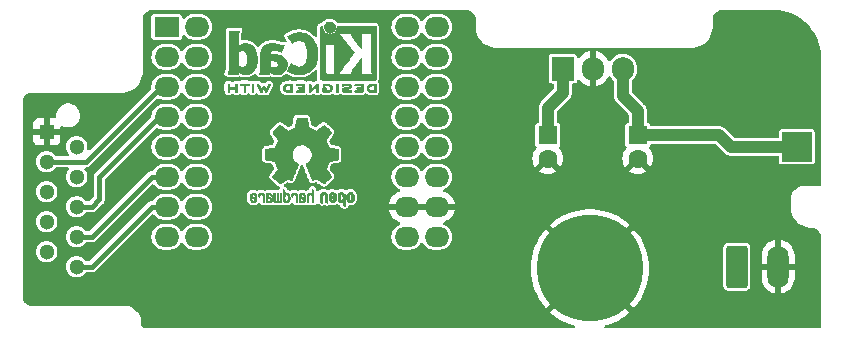
<source format=gbl>
G04 #@! TF.GenerationSoftware,KiCad,Pcbnew,8.0.2*
G04 #@! TF.CreationDate,2024-05-11T15:04:56+02:00*
G04 #@! TF.ProjectId,WiFi-2-OIP-UI,57694669-2d32-42d4-9f49-502d55492e6b,V1.0*
G04 #@! TF.SameCoordinates,Original*
G04 #@! TF.FileFunction,Copper,L2,Bot*
G04 #@! TF.FilePolarity,Positive*
%FSLAX46Y46*%
G04 Gerber Fmt 4.6, Leading zero omitted, Abs format (unit mm)*
G04 Created by KiCad (PCBNEW 8.0.2) date 2024-05-11 15:04:56*
%MOMM*%
%LPD*%
G01*
G04 APERTURE LIST*
G04 Aperture macros list*
%AMRoundRect*
0 Rectangle with rounded corners*
0 $1 Rounding radius*
0 $2 $3 $4 $5 $6 $7 $8 $9 X,Y pos of 4 corners*
0 Add a 4 corners polygon primitive as box body*
4,1,4,$2,$3,$4,$5,$6,$7,$8,$9,$2,$3,0*
0 Add four circle primitives for the rounded corners*
1,1,$1+$1,$2,$3*
1,1,$1+$1,$4,$5*
1,1,$1+$1,$6,$7*
1,1,$1+$1,$8,$9*
0 Add four rect primitives between the rounded corners*
20,1,$1+$1,$2,$3,$4,$5,0*
20,1,$1+$1,$4,$5,$6,$7,0*
20,1,$1+$1,$6,$7,$8,$9,0*
20,1,$1+$1,$8,$9,$2,$3,0*%
G04 Aperture macros list end*
G04 #@! TA.AperFunction,EtchedComponent*
%ADD10C,0.010000*%
G04 #@! TD*
G04 #@! TA.AperFunction,ComponentPad*
%ADD11R,2.500000X2.500000*%
G04 #@! TD*
G04 #@! TA.AperFunction,ComponentPad*
%ADD12C,0.900000*%
G04 #@! TD*
G04 #@! TA.AperFunction,ComponentPad*
%ADD13C,9.000000*%
G04 #@! TD*
G04 #@! TA.AperFunction,ComponentPad*
%ADD14R,2.100000X1.700000*%
G04 #@! TD*
G04 #@! TA.AperFunction,ComponentPad*
%ADD15O,2.100000X1.700000*%
G04 #@! TD*
G04 #@! TA.AperFunction,ComponentPad*
%ADD16O,1.905000X2.000000*%
G04 #@! TD*
G04 #@! TA.AperFunction,ComponentPad*
%ADD17R,1.905000X2.000000*%
G04 #@! TD*
G04 #@! TA.AperFunction,ComponentPad*
%ADD18C,1.600000*%
G04 #@! TD*
G04 #@! TA.AperFunction,ComponentPad*
%ADD19R,1.600000X1.600000*%
G04 #@! TD*
G04 #@! TA.AperFunction,ComponentPad*
%ADD20O,1.800000X3.600000*%
G04 #@! TD*
G04 #@! TA.AperFunction,ComponentPad*
%ADD21RoundRect,0.250000X-0.650000X-1.550000X0.650000X-1.550000X0.650000X1.550000X-0.650000X1.550000X0*%
G04 #@! TD*
G04 #@! TA.AperFunction,ComponentPad*
%ADD22R,1.300000X1.300000*%
G04 #@! TD*
G04 #@! TA.AperFunction,ComponentPad*
%ADD23C,1.300000*%
G04 #@! TD*
G04 #@! TA.AperFunction,Conductor*
%ADD24C,0.440000*%
G04 #@! TD*
G04 #@! TA.AperFunction,Conductor*
%ADD25C,1.000000*%
G04 #@! TD*
G04 APERTURE END LIST*
D10*
X132501501Y-100416476D02*
X132582167Y-100446440D01*
X132615714Y-100468954D01*
X132649687Y-100501212D01*
X132673919Y-100542246D01*
X132690001Y-100598108D01*
X132699521Y-100674851D01*
X132704068Y-100778525D01*
X132705231Y-100915184D01*
X132705003Y-100985805D01*
X132703860Y-101082308D01*
X132701919Y-101159323D01*
X132699365Y-101210319D01*
X132696381Y-101228769D01*
X132676962Y-101222667D01*
X132637766Y-101206095D01*
X132636589Y-101205558D01*
X132616235Y-101194903D01*
X132602546Y-101180282D01*
X132594199Y-101154673D01*
X132589874Y-101111054D01*
X132588248Y-101042403D01*
X132588000Y-100941698D01*
X132587500Y-100877813D01*
X132582164Y-100757751D01*
X132569945Y-100669809D01*
X132549552Y-100609375D01*
X132519695Y-100571836D01*
X132479082Y-100552581D01*
X132473448Y-100551239D01*
X132397378Y-100550191D01*
X132338052Y-100584271D01*
X132297077Y-100652598D01*
X132289770Y-100672351D01*
X132273114Y-100716066D01*
X132264679Y-100736155D01*
X132247356Y-100733387D01*
X132209525Y-100718365D01*
X132174240Y-100693556D01*
X132158154Y-100646670D01*
X132162952Y-100613087D01*
X132192431Y-100544967D01*
X132240098Y-100481134D01*
X132295839Y-100436988D01*
X132319193Y-100426782D01*
X132407619Y-100409718D01*
X132501501Y-100416476D01*
G04 #@! TA.AperFunction,EtchedComponent*
G36*
X132501501Y-100416476D02*
G01*
X132582167Y-100446440D01*
X132615714Y-100468954D01*
X132649687Y-100501212D01*
X132673919Y-100542246D01*
X132690001Y-100598108D01*
X132699521Y-100674851D01*
X132704068Y-100778525D01*
X132705231Y-100915184D01*
X132705003Y-100985805D01*
X132703860Y-101082308D01*
X132701919Y-101159323D01*
X132699365Y-101210319D01*
X132696381Y-101228769D01*
X132676962Y-101222667D01*
X132637766Y-101206095D01*
X132636589Y-101205558D01*
X132616235Y-101194903D01*
X132602546Y-101180282D01*
X132594199Y-101154673D01*
X132589874Y-101111054D01*
X132588248Y-101042403D01*
X132588000Y-100941698D01*
X132587500Y-100877813D01*
X132582164Y-100757751D01*
X132569945Y-100669809D01*
X132549552Y-100609375D01*
X132519695Y-100571836D01*
X132479082Y-100552581D01*
X132473448Y-100551239D01*
X132397378Y-100550191D01*
X132338052Y-100584271D01*
X132297077Y-100652598D01*
X132289770Y-100672351D01*
X132273114Y-100716066D01*
X132264679Y-100736155D01*
X132247356Y-100733387D01*
X132209525Y-100718365D01*
X132174240Y-100693556D01*
X132158154Y-100646670D01*
X132162952Y-100613087D01*
X132192431Y-100544967D01*
X132240098Y-100481134D01*
X132295839Y-100436988D01*
X132319193Y-100426782D01*
X132407619Y-100409718D01*
X132501501Y-100416476D01*
G37*
G04 #@! TD.AperFunction*
X137816372Y-100371684D02*
X137907629Y-100414569D01*
X137982416Y-100488729D01*
X137997917Y-100511944D01*
X138010774Y-100538256D01*
X138019893Y-100571420D01*
X138026102Y-100617881D01*
X138030233Y-100684082D01*
X138033116Y-100776468D01*
X138035579Y-100901485D01*
X138041697Y-101248278D01*
X137990303Y-101228738D01*
X137943246Y-101210787D01*
X137908015Y-101193511D01*
X137885017Y-101171242D01*
X137871655Y-101137165D01*
X137865328Y-101084463D01*
X137863437Y-101006323D01*
X137863385Y-100895928D01*
X137863117Y-100807935D01*
X137861521Y-100723502D01*
X137857712Y-100665834D01*
X137850820Y-100627988D01*
X137839975Y-100603024D01*
X137824308Y-100584000D01*
X137785792Y-100557153D01*
X137721091Y-100547034D01*
X137657081Y-100572606D01*
X137652856Y-100575880D01*
X137639689Y-100591007D01*
X137629975Y-100615268D01*
X137622903Y-100654650D01*
X137617656Y-100715141D01*
X137613421Y-100802729D01*
X137609385Y-100923402D01*
X137599615Y-101246515D01*
X137433539Y-101172065D01*
X137433539Y-100877062D01*
X137433883Y-100796919D01*
X137436847Y-100685431D01*
X137444351Y-100602421D01*
X137458190Y-100541199D01*
X137480155Y-100495075D01*
X137512039Y-100457358D01*
X137555633Y-100421358D01*
X137618336Y-100385089D01*
X137717117Y-100361412D01*
X137816372Y-100371684D01*
G04 #@! TA.AperFunction,EtchedComponent*
G36*
X137816372Y-100371684D02*
G01*
X137907629Y-100414569D01*
X137982416Y-100488729D01*
X137997917Y-100511944D01*
X138010774Y-100538256D01*
X138019893Y-100571420D01*
X138026102Y-100617881D01*
X138030233Y-100684082D01*
X138033116Y-100776468D01*
X138035579Y-100901485D01*
X138041697Y-101248278D01*
X137990303Y-101228738D01*
X137943246Y-101210787D01*
X137908015Y-101193511D01*
X137885017Y-101171242D01*
X137871655Y-101137165D01*
X137865328Y-101084463D01*
X137863437Y-101006323D01*
X137863385Y-100895928D01*
X137863117Y-100807935D01*
X137861521Y-100723502D01*
X137857712Y-100665834D01*
X137850820Y-100627988D01*
X137839975Y-100603024D01*
X137824308Y-100584000D01*
X137785792Y-100557153D01*
X137721091Y-100547034D01*
X137657081Y-100572606D01*
X137652856Y-100575880D01*
X137639689Y-100591007D01*
X137629975Y-100615268D01*
X137622903Y-100654650D01*
X137617656Y-100715141D01*
X137613421Y-100802729D01*
X137609385Y-100923402D01*
X137599615Y-101246515D01*
X137433539Y-101172065D01*
X137433539Y-100877062D01*
X137433883Y-100796919D01*
X137436847Y-100685431D01*
X137444351Y-100602421D01*
X137458190Y-100541199D01*
X137480155Y-100495075D01*
X137512039Y-100457358D01*
X137555633Y-100421358D01*
X137618336Y-100385089D01*
X137717117Y-100361412D01*
X137816372Y-100371684D01*
G37*
G04 #@! TD.AperFunction*
X135361892Y-100437167D02*
X135368060Y-100440581D01*
X135418447Y-100479692D01*
X135463498Y-100529975D01*
X135471355Y-100541339D01*
X135486376Y-100567860D01*
X135497107Y-100599336D01*
X135504486Y-100642591D01*
X135509452Y-100704449D01*
X135512942Y-100791733D01*
X135515893Y-100911269D01*
X135516311Y-100931478D01*
X135517654Y-101062499D01*
X135515761Y-101155296D01*
X135510605Y-101210507D01*
X135502158Y-101228769D01*
X135476594Y-101223301D01*
X135433166Y-101206733D01*
X135422940Y-101201888D01*
X135406967Y-101190920D01*
X135395954Y-101172890D01*
X135388750Y-101141396D01*
X135384208Y-101090036D01*
X135381180Y-101012410D01*
X135378516Y-100902115D01*
X135377785Y-100869875D01*
X135374965Y-100768050D01*
X135371304Y-100696788D01*
X135365694Y-100649332D01*
X135357029Y-100618925D01*
X135344202Y-100598810D01*
X135326105Y-100582229D01*
X135272525Y-100553161D01*
X135206612Y-100547564D01*
X135147635Y-100569807D01*
X135105203Y-100615859D01*
X135088923Y-100681692D01*
X135088470Y-100699587D01*
X135079578Y-100731982D01*
X135053325Y-100736925D01*
X135001919Y-100717633D01*
X134990013Y-100711446D01*
X134957835Y-100675058D01*
X134957198Y-100620954D01*
X134987856Y-100546128D01*
X135015978Y-100505350D01*
X135087883Y-100447421D01*
X135176638Y-100414670D01*
X135271542Y-100410212D01*
X135361892Y-100437167D01*
G04 #@! TA.AperFunction,EtchedComponent*
G36*
X135361892Y-100437167D02*
G01*
X135368060Y-100440581D01*
X135418447Y-100479692D01*
X135463498Y-100529975D01*
X135471355Y-100541339D01*
X135486376Y-100567860D01*
X135497107Y-100599336D01*
X135504486Y-100642591D01*
X135509452Y-100704449D01*
X135512942Y-100791733D01*
X135515893Y-100911269D01*
X135516311Y-100931478D01*
X135517654Y-101062499D01*
X135515761Y-101155296D01*
X135510605Y-101210507D01*
X135502158Y-101228769D01*
X135476594Y-101223301D01*
X135433166Y-101206733D01*
X135422940Y-101201888D01*
X135406967Y-101190920D01*
X135395954Y-101172890D01*
X135388750Y-101141396D01*
X135384208Y-101090036D01*
X135381180Y-101012410D01*
X135378516Y-100902115D01*
X135377785Y-100869875D01*
X135374965Y-100768050D01*
X135371304Y-100696788D01*
X135365694Y-100649332D01*
X135357029Y-100618925D01*
X135344202Y-100598810D01*
X135326105Y-100582229D01*
X135272525Y-100553161D01*
X135206612Y-100547564D01*
X135147635Y-100569807D01*
X135105203Y-100615859D01*
X135088923Y-100681692D01*
X135088470Y-100699587D01*
X135079578Y-100731982D01*
X135053325Y-100736925D01*
X135001919Y-100717633D01*
X134990013Y-100711446D01*
X134957835Y-100675058D01*
X134957198Y-100620954D01*
X134987856Y-100546128D01*
X135015978Y-100505350D01*
X135087883Y-100447421D01*
X135176638Y-100414670D01*
X135271542Y-100410212D01*
X135361892Y-100437167D01*
G37*
G04 #@! TD.AperFunction*
X136866923Y-100171806D02*
X136866923Y-100706455D01*
X136866660Y-100845094D01*
X136865958Y-100969805D01*
X136864883Y-101075557D01*
X136863500Y-101157322D01*
X136861874Y-101210069D01*
X136860070Y-101228769D01*
X136859364Y-101228706D01*
X136835387Y-101221912D01*
X136791685Y-101207320D01*
X136730154Y-101185870D01*
X136730154Y-100910617D01*
X136729763Y-100802466D01*
X136727946Y-100724026D01*
X136723767Y-100670647D01*
X136716286Y-100635256D01*
X136704567Y-100610779D01*
X136687671Y-100590144D01*
X136676152Y-100579170D01*
X136613864Y-100548775D01*
X136545211Y-100551466D01*
X136482298Y-100587406D01*
X136473139Y-100596325D01*
X136458471Y-100614844D01*
X136448433Y-100639326D01*
X136442151Y-100676393D01*
X136438748Y-100732667D01*
X136437349Y-100814771D01*
X136437077Y-100929329D01*
X136436947Y-100987430D01*
X136436099Y-101082993D01*
X136434594Y-101159526D01*
X136432585Y-101210345D01*
X136430223Y-101228769D01*
X136429518Y-101228706D01*
X136405541Y-101221912D01*
X136361839Y-101207320D01*
X136300308Y-101185870D01*
X136300338Y-100909358D01*
X136300384Y-100884742D01*
X136302970Y-100756419D01*
X136310913Y-100659384D01*
X136326155Y-100587057D01*
X136350636Y-100532855D01*
X136386298Y-100490198D01*
X136435082Y-100452505D01*
X136482661Y-100428910D01*
X136558732Y-100410672D01*
X136633556Y-100409636D01*
X136691077Y-100427378D01*
X136695402Y-100429829D01*
X136708738Y-100429566D01*
X136717851Y-100409039D01*
X136724428Y-100361980D01*
X136730154Y-100282120D01*
X136739923Y-100118236D01*
X136866923Y-100171806D01*
G04 #@! TA.AperFunction,EtchedComponent*
G36*
X136866923Y-100171806D02*
G01*
X136866923Y-100706455D01*
X136866660Y-100845094D01*
X136865958Y-100969805D01*
X136864883Y-101075557D01*
X136863500Y-101157322D01*
X136861874Y-101210069D01*
X136860070Y-101228769D01*
X136859364Y-101228706D01*
X136835387Y-101221912D01*
X136791685Y-101207320D01*
X136730154Y-101185870D01*
X136730154Y-100910617D01*
X136729763Y-100802466D01*
X136727946Y-100724026D01*
X136723767Y-100670647D01*
X136716286Y-100635256D01*
X136704567Y-100610779D01*
X136687671Y-100590144D01*
X136676152Y-100579170D01*
X136613864Y-100548775D01*
X136545211Y-100551466D01*
X136482298Y-100587406D01*
X136473139Y-100596325D01*
X136458471Y-100614844D01*
X136448433Y-100639326D01*
X136442151Y-100676393D01*
X136438748Y-100732667D01*
X136437349Y-100814771D01*
X136437077Y-100929329D01*
X136436947Y-100987430D01*
X136436099Y-101082993D01*
X136434594Y-101159526D01*
X136432585Y-101210345D01*
X136430223Y-101228769D01*
X136429518Y-101228706D01*
X136405541Y-101221912D01*
X136361839Y-101207320D01*
X136300308Y-101185870D01*
X136300338Y-100909358D01*
X136300384Y-100884742D01*
X136302970Y-100756419D01*
X136310913Y-100659384D01*
X136326155Y-100587057D01*
X136350636Y-100532855D01*
X136386298Y-100490198D01*
X136435082Y-100452505D01*
X136482661Y-100428910D01*
X136558732Y-100410672D01*
X136633556Y-100409636D01*
X136691077Y-100427378D01*
X136695402Y-100429829D01*
X136708738Y-100429566D01*
X136717851Y-100409039D01*
X136724428Y-100361980D01*
X136730154Y-100282120D01*
X136739923Y-100118236D01*
X136866923Y-100171806D01*
G37*
G04 #@! TD.AperFunction*
X134077998Y-100414034D02*
X134120850Y-100430829D01*
X134170615Y-100453503D01*
X134170615Y-101108533D01*
X134108785Y-101170363D01*
X134094662Y-101184228D01*
X134055536Y-101215046D01*
X134016078Y-101225028D01*
X133957362Y-101220433D01*
X133933456Y-101217462D01*
X133871801Y-101211176D01*
X133828692Y-101208672D01*
X133815905Y-101209055D01*
X133763446Y-101213200D01*
X133700022Y-101220433D01*
X133679730Y-101222918D01*
X133628610Y-101223895D01*
X133591207Y-101208462D01*
X133548599Y-101170363D01*
X133486769Y-101108533D01*
X133486769Y-100758343D01*
X133487251Y-100654857D01*
X133488753Y-100556192D01*
X133491089Y-100478068D01*
X133494071Y-100426662D01*
X133497509Y-100408154D01*
X133498230Y-100408204D01*
X133523203Y-100417413D01*
X133565399Y-100437707D01*
X133622549Y-100467261D01*
X133627928Y-100774746D01*
X133633308Y-101082231D01*
X133750539Y-101082231D01*
X133755885Y-100745192D01*
X133757579Y-100653574D01*
X133760005Y-100555649D01*
X133762634Y-100477906D01*
X133765246Y-100426642D01*
X133767623Y-100408154D01*
X133768306Y-100408219D01*
X133791996Y-100415020D01*
X133835546Y-100429604D01*
X133897077Y-100451054D01*
X133897376Y-100747104D01*
X133897676Y-100798532D01*
X133899754Y-100898466D01*
X133903470Y-100981925D01*
X133908430Y-101041377D01*
X133914240Y-101069287D01*
X133935024Y-101084214D01*
X133977440Y-101088825D01*
X134024077Y-101082231D01*
X134029423Y-100745192D01*
X134031336Y-100659546D01*
X134035303Y-100558172D01*
X134040491Y-100478655D01*
X134046499Y-100426736D01*
X134052927Y-100408154D01*
X134077998Y-100414034D01*
G04 #@! TA.AperFunction,EtchedComponent*
G36*
X134077998Y-100414034D02*
G01*
X134120850Y-100430829D01*
X134170615Y-100453503D01*
X134170615Y-101108533D01*
X134108785Y-101170363D01*
X134094662Y-101184228D01*
X134055536Y-101215046D01*
X134016078Y-101225028D01*
X133957362Y-101220433D01*
X133933456Y-101217462D01*
X133871801Y-101211176D01*
X133828692Y-101208672D01*
X133815905Y-101209055D01*
X133763446Y-101213200D01*
X133700022Y-101220433D01*
X133679730Y-101222918D01*
X133628610Y-101223895D01*
X133591207Y-101208462D01*
X133548599Y-101170363D01*
X133486769Y-101108533D01*
X133486769Y-100758343D01*
X133487251Y-100654857D01*
X133488753Y-100556192D01*
X133491089Y-100478068D01*
X133494071Y-100426662D01*
X133497509Y-100408154D01*
X133498230Y-100408204D01*
X133523203Y-100417413D01*
X133565399Y-100437707D01*
X133622549Y-100467261D01*
X133627928Y-100774746D01*
X133633308Y-101082231D01*
X133750539Y-101082231D01*
X133755885Y-100745192D01*
X133757579Y-100653574D01*
X133760005Y-100555649D01*
X133762634Y-100477906D01*
X133765246Y-100426642D01*
X133767623Y-100408154D01*
X133768306Y-100408219D01*
X133791996Y-100415020D01*
X133835546Y-100429604D01*
X133897077Y-100451054D01*
X133897376Y-100747104D01*
X133897676Y-100798532D01*
X133899754Y-100898466D01*
X133903470Y-100981925D01*
X133908430Y-101041377D01*
X133914240Y-101069287D01*
X133935024Y-101084214D01*
X133977440Y-101088825D01*
X134024077Y-101082231D01*
X134029423Y-100745192D01*
X134031336Y-100659546D01*
X134035303Y-100558172D01*
X134040491Y-100478655D01*
X134046499Y-100426736D01*
X134052927Y-100408154D01*
X134077998Y-100414034D01*
G37*
G04 #@! TD.AperFunction*
X140286154Y-100798923D02*
X140286135Y-100820105D01*
X140285076Y-100914584D01*
X140281436Y-100980414D01*
X140273892Y-101026394D01*
X140261122Y-101061321D01*
X140241803Y-101093995D01*
X140237050Y-101100775D01*
X140186759Y-101154231D01*
X140129457Y-101194547D01*
X140100032Y-101207629D01*
X139994299Y-101229450D01*
X139889734Y-101215336D01*
X139793368Y-101167105D01*
X139712235Y-101086579D01*
X139705385Y-101075791D01*
X139683097Y-101013153D01*
X139668079Y-100925935D01*
X139660792Y-100825210D01*
X139661611Y-100732037D01*
X139858796Y-100732037D01*
X139860349Y-100861114D01*
X139860974Y-100869420D01*
X139870077Y-100940643D01*
X139886288Y-100985809D01*
X139913660Y-101016752D01*
X139959553Y-101045737D01*
X140004942Y-101047261D01*
X140051692Y-101013846D01*
X140059824Y-101005053D01*
X140075754Y-100978741D01*
X140085159Y-100940520D01*
X140089632Y-100881349D01*
X140090769Y-100792182D01*
X140088822Y-100708664D01*
X140079105Y-100629095D01*
X140059047Y-100578808D01*
X140026240Y-100552513D01*
X139978280Y-100544923D01*
X139960016Y-100546432D01*
X139908848Y-100574107D01*
X139875035Y-100636172D01*
X139858796Y-100732037D01*
X139661611Y-100732037D01*
X139661699Y-100722052D01*
X139671262Y-100627533D01*
X139689943Y-100552727D01*
X139713951Y-100502905D01*
X139781536Y-100425409D01*
X139873114Y-100377256D01*
X139985213Y-100360703D01*
X140015151Y-100361599D01*
X140103315Y-100379929D01*
X140175733Y-100426104D01*
X140242192Y-100505648D01*
X140246147Y-100511548D01*
X140264040Y-100543288D01*
X140275678Y-100579163D01*
X140282371Y-100627906D01*
X140285426Y-100698249D01*
X140286106Y-100792182D01*
X140286154Y-100798923D01*
G04 #@! TA.AperFunction,EtchedComponent*
G36*
X140286154Y-100798923D02*
G01*
X140286135Y-100820105D01*
X140285076Y-100914584D01*
X140281436Y-100980414D01*
X140273892Y-101026394D01*
X140261122Y-101061321D01*
X140241803Y-101093995D01*
X140237050Y-101100775D01*
X140186759Y-101154231D01*
X140129457Y-101194547D01*
X140100032Y-101207629D01*
X139994299Y-101229450D01*
X139889734Y-101215336D01*
X139793368Y-101167105D01*
X139712235Y-101086579D01*
X139705385Y-101075791D01*
X139683097Y-101013153D01*
X139668079Y-100925935D01*
X139660792Y-100825210D01*
X139661611Y-100732037D01*
X139858796Y-100732037D01*
X139860349Y-100861114D01*
X139860974Y-100869420D01*
X139870077Y-100940643D01*
X139886288Y-100985809D01*
X139913660Y-101016752D01*
X139959553Y-101045737D01*
X140004942Y-101047261D01*
X140051692Y-101013846D01*
X140059824Y-101005053D01*
X140075754Y-100978741D01*
X140085159Y-100940520D01*
X140089632Y-100881349D01*
X140090769Y-100792182D01*
X140088822Y-100708664D01*
X140079105Y-100629095D01*
X140059047Y-100578808D01*
X140026240Y-100552513D01*
X139978280Y-100544923D01*
X139960016Y-100546432D01*
X139908848Y-100574107D01*
X139875035Y-100636172D01*
X139858796Y-100732037D01*
X139661611Y-100732037D01*
X139661699Y-100722052D01*
X139671262Y-100627533D01*
X139689943Y-100552727D01*
X139713951Y-100502905D01*
X139781536Y-100425409D01*
X139873114Y-100377256D01*
X139985213Y-100360703D01*
X140015151Y-100361599D01*
X140103315Y-100379929D01*
X140175733Y-100426104D01*
X140242192Y-100505648D01*
X140246147Y-100511548D01*
X140264040Y-100543288D01*
X140275678Y-100579163D01*
X140282371Y-100627906D01*
X140285426Y-100698249D01*
X140286106Y-100792182D01*
X140286154Y-100798923D01*
G37*
G04 #@! TD.AperFunction*
X132040794Y-100822376D02*
X132040413Y-100874449D01*
X132035641Y-100977047D01*
X132023150Y-101052126D01*
X132000121Y-101107748D01*
X131963732Y-101151975D01*
X131911162Y-101192869D01*
X131877714Y-101211466D01*
X131824098Y-101223991D01*
X131748780Y-101223003D01*
X131706672Y-101219035D01*
X131655879Y-101206920D01*
X131615280Y-101180585D01*
X131568049Y-101131514D01*
X131561738Y-101124346D01*
X131519277Y-101069189D01*
X131499018Y-101021150D01*
X131493846Y-100964184D01*
X131493846Y-100880471D01*
X131552346Y-100902552D01*
X131594994Y-100928364D01*
X131632064Y-100988928D01*
X131639803Y-101008320D01*
X131683074Y-101063235D01*
X131741976Y-101090879D01*
X131806111Y-101088393D01*
X131865077Y-101052923D01*
X131885342Y-101030805D01*
X131903720Y-100997436D01*
X131897971Y-100967117D01*
X131864887Y-100935913D01*
X131801261Y-100899887D01*
X131703885Y-100855103D01*
X131503615Y-100767445D01*
X131498301Y-100680607D01*
X131500299Y-100625296D01*
X131630783Y-100625296D01*
X131640688Y-100659538D01*
X131685756Y-100696096D01*
X131767557Y-100737692D01*
X131781092Y-100743718D01*
X131845818Y-100771753D01*
X131894247Y-100791472D01*
X131916751Y-100798923D01*
X131920161Y-100793438D01*
X131921529Y-100759948D01*
X131916651Y-100706116D01*
X131904364Y-100653473D01*
X131866041Y-100587151D01*
X131810720Y-100549780D01*
X131744640Y-100544721D01*
X131674040Y-100575339D01*
X131654474Y-100590648D01*
X131630783Y-100625296D01*
X131500299Y-100625296D01*
X131500647Y-100615663D01*
X131530186Y-100533590D01*
X131567472Y-100488361D01*
X131644776Y-100437838D01*
X131736478Y-100412316D01*
X131831274Y-100414336D01*
X131917859Y-100446440D01*
X131936920Y-100458767D01*
X131980640Y-100496912D01*
X132010540Y-100545167D01*
X132028968Y-100610710D01*
X132038270Y-100700720D01*
X132039499Y-100759948D01*
X132040794Y-100822376D01*
G04 #@! TA.AperFunction,EtchedComponent*
G36*
X132040794Y-100822376D02*
G01*
X132040413Y-100874449D01*
X132035641Y-100977047D01*
X132023150Y-101052126D01*
X132000121Y-101107748D01*
X131963732Y-101151975D01*
X131911162Y-101192869D01*
X131877714Y-101211466D01*
X131824098Y-101223991D01*
X131748780Y-101223003D01*
X131706672Y-101219035D01*
X131655879Y-101206920D01*
X131615280Y-101180585D01*
X131568049Y-101131514D01*
X131561738Y-101124346D01*
X131519277Y-101069189D01*
X131499018Y-101021150D01*
X131493846Y-100964184D01*
X131493846Y-100880471D01*
X131552346Y-100902552D01*
X131594994Y-100928364D01*
X131632064Y-100988928D01*
X131639803Y-101008320D01*
X131683074Y-101063235D01*
X131741976Y-101090879D01*
X131806111Y-101088393D01*
X131865077Y-101052923D01*
X131885342Y-101030805D01*
X131903720Y-100997436D01*
X131897971Y-100967117D01*
X131864887Y-100935913D01*
X131801261Y-100899887D01*
X131703885Y-100855103D01*
X131503615Y-100767445D01*
X131498301Y-100680607D01*
X131500299Y-100625296D01*
X131630783Y-100625296D01*
X131640688Y-100659538D01*
X131685756Y-100696096D01*
X131767557Y-100737692D01*
X131781092Y-100743718D01*
X131845818Y-100771753D01*
X131894247Y-100791472D01*
X131916751Y-100798923D01*
X131920161Y-100793438D01*
X131921529Y-100759948D01*
X131916651Y-100706116D01*
X131904364Y-100653473D01*
X131866041Y-100587151D01*
X131810720Y-100549780D01*
X131744640Y-100544721D01*
X131674040Y-100575339D01*
X131654474Y-100590648D01*
X131630783Y-100625296D01*
X131500299Y-100625296D01*
X131500647Y-100615663D01*
X131530186Y-100533590D01*
X131567472Y-100488361D01*
X131644776Y-100437838D01*
X131736478Y-100412316D01*
X131831274Y-100414336D01*
X131917859Y-100446440D01*
X131936920Y-100458767D01*
X131980640Y-100496912D01*
X132010540Y-100545167D01*
X132028968Y-100610710D01*
X132038270Y-100700720D01*
X132039499Y-100759948D01*
X132040794Y-100822376D01*
G37*
G04 #@! TD.AperFunction*
X134854401Y-100818462D02*
X134852839Y-100894652D01*
X134841810Y-100998507D01*
X134817814Y-101076333D01*
X134778043Y-101135760D01*
X134719688Y-101184418D01*
X134664100Y-101212546D01*
X134570751Y-101228199D01*
X134477530Y-101211084D01*
X134393272Y-101163388D01*
X134326818Y-101087294D01*
X134318793Y-101073262D01*
X134308196Y-101048679D01*
X134300335Y-101017309D01*
X134294807Y-100973769D01*
X134291206Y-100912678D01*
X134289128Y-100828655D01*
X134289064Y-100821200D01*
X134424615Y-100821200D01*
X134425077Y-100892316D01*
X134427999Y-100956641D01*
X134435221Y-100998166D01*
X134448561Y-101026067D01*
X134469836Y-101049517D01*
X134474821Y-101054025D01*
X134538863Y-101087295D01*
X134606625Y-101083890D01*
X134669734Y-101044042D01*
X134688526Y-101023398D01*
X134704254Y-100996029D01*
X134713039Y-100958192D01*
X134716859Y-100900355D01*
X134717692Y-100812986D01*
X134717281Y-100746319D01*
X134714434Y-100681245D01*
X134707256Y-100639251D01*
X134693889Y-100611063D01*
X134672472Y-100587406D01*
X134659890Y-100576753D01*
X134594699Y-100548057D01*
X134526400Y-100552575D01*
X134467098Y-100590144D01*
X134454333Y-100605040D01*
X134438764Y-100633089D01*
X134429762Y-100672258D01*
X134425617Y-100731858D01*
X134424615Y-100821200D01*
X134289064Y-100821200D01*
X134288167Y-100716320D01*
X134287919Y-100570289D01*
X134287846Y-100116963D01*
X134351346Y-100143564D01*
X134368136Y-100150845D01*
X134394859Y-100167287D01*
X134410156Y-100192187D01*
X134418563Y-100235732D01*
X134424615Y-100308106D01*
X134430144Y-100373089D01*
X134437450Y-100415750D01*
X134447918Y-100431670D01*
X134463692Y-100427400D01*
X134503890Y-100412397D01*
X134575728Y-100408678D01*
X134653010Y-100422572D01*
X134719688Y-100452505D01*
X134756371Y-100480211D01*
X134803472Y-100534269D01*
X134833638Y-100603577D01*
X134849678Y-100695765D01*
X134854191Y-100812986D01*
X134854401Y-100818462D01*
G04 #@! TA.AperFunction,EtchedComponent*
G36*
X134854401Y-100818462D02*
G01*
X134852839Y-100894652D01*
X134841810Y-100998507D01*
X134817814Y-101076333D01*
X134778043Y-101135760D01*
X134719688Y-101184418D01*
X134664100Y-101212546D01*
X134570751Y-101228199D01*
X134477530Y-101211084D01*
X134393272Y-101163388D01*
X134326818Y-101087294D01*
X134318793Y-101073262D01*
X134308196Y-101048679D01*
X134300335Y-101017309D01*
X134294807Y-100973769D01*
X134291206Y-100912678D01*
X134289128Y-100828655D01*
X134289064Y-100821200D01*
X134424615Y-100821200D01*
X134425077Y-100892316D01*
X134427999Y-100956641D01*
X134435221Y-100998166D01*
X134448561Y-101026067D01*
X134469836Y-101049517D01*
X134474821Y-101054025D01*
X134538863Y-101087295D01*
X134606625Y-101083890D01*
X134669734Y-101044042D01*
X134688526Y-101023398D01*
X134704254Y-100996029D01*
X134713039Y-100958192D01*
X134716859Y-100900355D01*
X134717692Y-100812986D01*
X134717281Y-100746319D01*
X134714434Y-100681245D01*
X134707256Y-100639251D01*
X134693889Y-100611063D01*
X134672472Y-100587406D01*
X134659890Y-100576753D01*
X134594699Y-100548057D01*
X134526400Y-100552575D01*
X134467098Y-100590144D01*
X134454333Y-100605040D01*
X134438764Y-100633089D01*
X134429762Y-100672258D01*
X134425617Y-100731858D01*
X134424615Y-100821200D01*
X134289064Y-100821200D01*
X134288167Y-100716320D01*
X134287919Y-100570289D01*
X134287846Y-100116963D01*
X134351346Y-100143564D01*
X134368136Y-100150845D01*
X134394859Y-100167287D01*
X134410156Y-100192187D01*
X134418563Y-100235732D01*
X134424615Y-100308106D01*
X134430144Y-100373089D01*
X134437450Y-100415750D01*
X134447918Y-100431670D01*
X134463692Y-100427400D01*
X134503890Y-100412397D01*
X134575728Y-100408678D01*
X134653010Y-100422572D01*
X134719688Y-100452505D01*
X134756371Y-100480211D01*
X134803472Y-100534269D01*
X134833638Y-100603577D01*
X134849678Y-100695765D01*
X134854191Y-100812986D01*
X134854401Y-100818462D01*
G37*
G04 #@! TD.AperFunction*
X138800787Y-100743536D02*
X138794574Y-100891643D01*
X138791066Y-100923021D01*
X138764927Y-101034705D01*
X138717694Y-101119642D01*
X138645862Y-101184741D01*
X138641802Y-101187428D01*
X138550487Y-101225634D01*
X138455144Y-101229034D01*
X138363274Y-101199939D01*
X138282379Y-101140660D01*
X138219962Y-101053510D01*
X138218914Y-101051409D01*
X138198173Y-100997289D01*
X138182980Y-100935781D01*
X138174921Y-100878039D01*
X138175582Y-100835215D01*
X138186548Y-100818462D01*
X138196290Y-100819480D01*
X138242877Y-100838009D01*
X138295682Y-100872081D01*
X138340603Y-100911522D01*
X138363535Y-100946155D01*
X138387373Y-100993133D01*
X138436230Y-101035862D01*
X138492963Y-101052923D01*
X138513758Y-101047990D01*
X138554804Y-101023157D01*
X138590557Y-100988685D01*
X138605846Y-100957411D01*
X138605842Y-100957295D01*
X138588495Y-100942933D01*
X138542247Y-100917025D01*
X138474067Y-100883210D01*
X138390923Y-100845129D01*
X138390466Y-100844927D01*
X138300138Y-100804709D01*
X138239592Y-100775733D01*
X138202888Y-100753474D01*
X138184086Y-100733407D01*
X138177246Y-100711009D01*
X138176429Y-100681756D01*
X138182113Y-100626363D01*
X138375000Y-100626363D01*
X138394911Y-100643777D01*
X138444521Y-100669872D01*
X138445976Y-100670610D01*
X138504506Y-100698483D01*
X138556868Y-100720719D01*
X138590086Y-100730126D01*
X138603410Y-100717552D01*
X138605846Y-100674468D01*
X138595724Y-100620847D01*
X138560631Y-100572119D01*
X138509823Y-100546856D01*
X138453181Y-100549406D01*
X138400584Y-100584120D01*
X138379910Y-100608107D01*
X138375000Y-100626363D01*
X138182113Y-100626363D01*
X138183622Y-100611654D01*
X138219184Y-100516412D01*
X138278714Y-100441567D01*
X138355746Y-100389745D01*
X138443815Y-100363573D01*
X138536454Y-100365676D01*
X138627198Y-100398681D01*
X138709579Y-100465215D01*
X138755222Y-100531055D01*
X138788008Y-100625036D01*
X138793339Y-100674468D01*
X138800787Y-100743536D01*
G04 #@! TA.AperFunction,EtchedComponent*
G36*
X138800787Y-100743536D02*
G01*
X138794574Y-100891643D01*
X138791066Y-100923021D01*
X138764927Y-101034705D01*
X138717694Y-101119642D01*
X138645862Y-101184741D01*
X138641802Y-101187428D01*
X138550487Y-101225634D01*
X138455144Y-101229034D01*
X138363274Y-101199939D01*
X138282379Y-101140660D01*
X138219962Y-101053510D01*
X138218914Y-101051409D01*
X138198173Y-100997289D01*
X138182980Y-100935781D01*
X138174921Y-100878039D01*
X138175582Y-100835215D01*
X138186548Y-100818462D01*
X138196290Y-100819480D01*
X138242877Y-100838009D01*
X138295682Y-100872081D01*
X138340603Y-100911522D01*
X138363535Y-100946155D01*
X138387373Y-100993133D01*
X138436230Y-101035862D01*
X138492963Y-101052923D01*
X138513758Y-101047990D01*
X138554804Y-101023157D01*
X138590557Y-100988685D01*
X138605846Y-100957411D01*
X138605842Y-100957295D01*
X138588495Y-100942933D01*
X138542247Y-100917025D01*
X138474067Y-100883210D01*
X138390923Y-100845129D01*
X138390466Y-100844927D01*
X138300138Y-100804709D01*
X138239592Y-100775733D01*
X138202888Y-100753474D01*
X138184086Y-100733407D01*
X138177246Y-100711009D01*
X138176429Y-100681756D01*
X138182113Y-100626363D01*
X138375000Y-100626363D01*
X138394911Y-100643777D01*
X138444521Y-100669872D01*
X138445976Y-100670610D01*
X138504506Y-100698483D01*
X138556868Y-100720719D01*
X138590086Y-100730126D01*
X138603410Y-100717552D01*
X138605846Y-100674468D01*
X138595724Y-100620847D01*
X138560631Y-100572119D01*
X138509823Y-100546856D01*
X138453181Y-100549406D01*
X138400584Y-100584120D01*
X138379910Y-100608107D01*
X138375000Y-100626363D01*
X138182113Y-100626363D01*
X138183622Y-100611654D01*
X138219184Y-100516412D01*
X138278714Y-100441567D01*
X138355746Y-100389745D01*
X138443815Y-100363573D01*
X138536454Y-100365676D01*
X138627198Y-100398681D01*
X138709579Y-100465215D01*
X138755222Y-100531055D01*
X138788008Y-100625036D01*
X138793339Y-100674468D01*
X138800787Y-100743536D01*
G37*
G04 #@! TD.AperFunction*
X136010458Y-100429228D02*
X136077622Y-100468389D01*
X136107169Y-100498902D01*
X136163948Y-100590110D01*
X136183077Y-100689548D01*
X136183077Y-100757960D01*
X136120191Y-100731518D01*
X136076700Y-100704837D01*
X136042426Y-100649446D01*
X136038907Y-100638024D01*
X136001028Y-100579838D01*
X135943936Y-100548407D01*
X135878383Y-100547058D01*
X135815117Y-100579116D01*
X135805672Y-100587383D01*
X135774087Y-100623311D01*
X135768871Y-100654635D01*
X135792765Y-100685391D01*
X135848510Y-100719617D01*
X135938846Y-100761350D01*
X135944956Y-100763993D01*
X136045241Y-100810755D01*
X136113735Y-100852181D01*
X136155899Y-100893542D01*
X136177193Y-100940111D01*
X136183077Y-100997160D01*
X136175366Y-101060408D01*
X136136430Y-101141364D01*
X136067932Y-101199522D01*
X136018388Y-101216983D01*
X135948469Y-101226537D01*
X135880575Y-101224496D01*
X135832093Y-101210082D01*
X135826943Y-101206493D01*
X135813267Y-101181416D01*
X135822757Y-101137218D01*
X135839246Y-101102527D01*
X135865687Y-101088084D01*
X135915834Y-101088803D01*
X135985453Y-101084660D01*
X136030943Y-101056054D01*
X136046308Y-101003104D01*
X136046294Y-101001582D01*
X136036983Y-100970845D01*
X136005311Y-100942643D01*
X135943731Y-100910136D01*
X135859986Y-100870998D01*
X135804518Y-100849706D01*
X135772497Y-100851079D01*
X135757534Y-100879203D01*
X135753242Y-100938170D01*
X135753231Y-101032068D01*
X135752752Y-101090031D01*
X135750556Y-101161612D01*
X135746986Y-101210606D01*
X135742491Y-101228769D01*
X135741290Y-101228646D01*
X135715319Y-101218802D01*
X135672305Y-101198028D01*
X135612859Y-101167287D01*
X135619923Y-100890298D01*
X135620414Y-100871928D01*
X135626025Y-100742992D01*
X135635938Y-100645814D01*
X135652175Y-100573925D01*
X135676759Y-100520852D01*
X135711715Y-100480127D01*
X135759064Y-100445279D01*
X135759940Y-100444733D01*
X135836499Y-100416303D01*
X135925044Y-100411500D01*
X136010458Y-100429228D01*
G04 #@! TA.AperFunction,EtchedComponent*
G36*
X136010458Y-100429228D02*
G01*
X136077622Y-100468389D01*
X136107169Y-100498902D01*
X136163948Y-100590110D01*
X136183077Y-100689548D01*
X136183077Y-100757960D01*
X136120191Y-100731518D01*
X136076700Y-100704837D01*
X136042426Y-100649446D01*
X136038907Y-100638024D01*
X136001028Y-100579838D01*
X135943936Y-100548407D01*
X135878383Y-100547058D01*
X135815117Y-100579116D01*
X135805672Y-100587383D01*
X135774087Y-100623311D01*
X135768871Y-100654635D01*
X135792765Y-100685391D01*
X135848510Y-100719617D01*
X135938846Y-100761350D01*
X135944956Y-100763993D01*
X136045241Y-100810755D01*
X136113735Y-100852181D01*
X136155899Y-100893542D01*
X136177193Y-100940111D01*
X136183077Y-100997160D01*
X136175366Y-101060408D01*
X136136430Y-101141364D01*
X136067932Y-101199522D01*
X136018388Y-101216983D01*
X135948469Y-101226537D01*
X135880575Y-101224496D01*
X135832093Y-101210082D01*
X135826943Y-101206493D01*
X135813267Y-101181416D01*
X135822757Y-101137218D01*
X135839246Y-101102527D01*
X135865687Y-101088084D01*
X135915834Y-101088803D01*
X135985453Y-101084660D01*
X136030943Y-101056054D01*
X136046308Y-101003104D01*
X136046294Y-101001582D01*
X136036983Y-100970845D01*
X136005311Y-100942643D01*
X135943731Y-100910136D01*
X135859986Y-100870998D01*
X135804518Y-100849706D01*
X135772497Y-100851079D01*
X135757534Y-100879203D01*
X135753242Y-100938170D01*
X135753231Y-101032068D01*
X135752752Y-101090031D01*
X135750556Y-101161612D01*
X135746986Y-101210606D01*
X135742491Y-101228769D01*
X135741290Y-101228646D01*
X135715319Y-101218802D01*
X135672305Y-101198028D01*
X135612859Y-101167287D01*
X135619923Y-100890298D01*
X135620414Y-100871928D01*
X135626025Y-100742992D01*
X135635938Y-100645814D01*
X135652175Y-100573925D01*
X135676759Y-100520852D01*
X135711715Y-100480127D01*
X135759064Y-100445279D01*
X135759940Y-100444733D01*
X135836499Y-100416303D01*
X135925044Y-100411500D01*
X136010458Y-100429228D01*
G37*
G04 #@! TD.AperFunction*
X139537828Y-100888205D02*
X139539763Y-101038269D01*
X139540300Y-101081802D01*
X139542019Y-101227344D01*
X139542365Y-101338711D01*
X139540277Y-101419804D01*
X139534698Y-101474522D01*
X139524567Y-101506761D01*
X139508826Y-101520422D01*
X139486417Y-101519403D01*
X139456280Y-101507603D01*
X139417355Y-101488920D01*
X139409038Y-101484933D01*
X139374402Y-101465419D01*
X139356314Y-101442202D01*
X139349392Y-101403492D01*
X139348256Y-101337497D01*
X139348205Y-101219000D01*
X139226141Y-101219000D01*
X139151055Y-101215712D01*
X139092015Y-101202377D01*
X139042986Y-101175423D01*
X139039330Y-101172788D01*
X138989581Y-101128286D01*
X138954959Y-101074523D01*
X138933123Y-101004154D01*
X138921737Y-100909830D01*
X138918959Y-100803271D01*
X139113846Y-100803271D01*
X139113880Y-100821131D01*
X139115735Y-100901748D01*
X139121693Y-100954447D01*
X139133506Y-100988668D01*
X139152923Y-101013846D01*
X139154133Y-101015049D01*
X139201858Y-101047628D01*
X139248110Y-101044417D01*
X139300350Y-101004965D01*
X139313128Y-100991482D01*
X139331949Y-100963837D01*
X139342562Y-100927880D01*
X139347252Y-100873364D01*
X139348308Y-100790042D01*
X139347394Y-100739598D01*
X139337477Y-100647857D01*
X139314842Y-100587752D01*
X139277238Y-100554900D01*
X139222416Y-100544923D01*
X139199317Y-100547050D01*
X139159350Y-100568147D01*
X139132926Y-100615161D01*
X139118330Y-100692175D01*
X139113846Y-100803271D01*
X138918959Y-100803271D01*
X138918462Y-100784206D01*
X138919187Y-100692536D01*
X138922490Y-100623098D01*
X138929828Y-100574945D01*
X138942655Y-100538866D01*
X138962423Y-100505648D01*
X138980569Y-100480261D01*
X139046461Y-100411727D01*
X139121114Y-100374505D01*
X139214904Y-100362722D01*
X139322240Y-100374467D01*
X139415031Y-100416595D01*
X139488421Y-100490898D01*
X139493954Y-100498764D01*
X139506857Y-100519668D01*
X139516742Y-100543555D01*
X139524093Y-100575582D01*
X139529394Y-100620905D01*
X139533127Y-100684679D01*
X139535778Y-100772060D01*
X139536096Y-100790042D01*
X139537828Y-100888205D01*
G04 #@! TA.AperFunction,EtchedComponent*
G36*
X139537828Y-100888205D02*
G01*
X139539763Y-101038269D01*
X139540300Y-101081802D01*
X139542019Y-101227344D01*
X139542365Y-101338711D01*
X139540277Y-101419804D01*
X139534698Y-101474522D01*
X139524567Y-101506761D01*
X139508826Y-101520422D01*
X139486417Y-101519403D01*
X139456280Y-101507603D01*
X139417355Y-101488920D01*
X139409038Y-101484933D01*
X139374402Y-101465419D01*
X139356314Y-101442202D01*
X139349392Y-101403492D01*
X139348256Y-101337497D01*
X139348205Y-101219000D01*
X139226141Y-101219000D01*
X139151055Y-101215712D01*
X139092015Y-101202377D01*
X139042986Y-101175423D01*
X139039330Y-101172788D01*
X138989581Y-101128286D01*
X138954959Y-101074523D01*
X138933123Y-101004154D01*
X138921737Y-100909830D01*
X138918959Y-100803271D01*
X139113846Y-100803271D01*
X139113880Y-100821131D01*
X139115735Y-100901748D01*
X139121693Y-100954447D01*
X139133506Y-100988668D01*
X139152923Y-101013846D01*
X139154133Y-101015049D01*
X139201858Y-101047628D01*
X139248110Y-101044417D01*
X139300350Y-101004965D01*
X139313128Y-100991482D01*
X139331949Y-100963837D01*
X139342562Y-100927880D01*
X139347252Y-100873364D01*
X139348308Y-100790042D01*
X139347394Y-100739598D01*
X139337477Y-100647857D01*
X139314842Y-100587752D01*
X139277238Y-100554900D01*
X139222416Y-100544923D01*
X139199317Y-100547050D01*
X139159350Y-100568147D01*
X139132926Y-100615161D01*
X139118330Y-100692175D01*
X139113846Y-100803271D01*
X138918959Y-100803271D01*
X138918462Y-100784206D01*
X138919187Y-100692536D01*
X138922490Y-100623098D01*
X138929828Y-100574945D01*
X138942655Y-100538866D01*
X138962423Y-100505648D01*
X138980569Y-100480261D01*
X139046461Y-100411727D01*
X139121114Y-100374505D01*
X139214904Y-100362722D01*
X139322240Y-100374467D01*
X139415031Y-100416595D01*
X139488421Y-100490898D01*
X139493954Y-100498764D01*
X139506857Y-100519668D01*
X139516742Y-100543555D01*
X139524093Y-100575582D01*
X139529394Y-100620905D01*
X139533127Y-100684679D01*
X139535778Y-100772060D01*
X139536096Y-100790042D01*
X139537828Y-100888205D01*
G37*
G04 #@! TD.AperFunction*
X133153936Y-100409911D02*
X133195807Y-100420547D01*
X133234791Y-100447062D01*
X133284965Y-100496420D01*
X133317232Y-100531279D01*
X133350844Y-100576534D01*
X133366003Y-100618951D01*
X133369539Y-100672768D01*
X133369539Y-100760850D01*
X133309470Y-100729787D01*
X133261867Y-100691936D01*
X133229261Y-100640950D01*
X133223661Y-100627088D01*
X133180992Y-100573358D01*
X133121707Y-100546417D01*
X133057061Y-100549039D01*
X132998308Y-100584000D01*
X132973450Y-100612394D01*
X132958970Y-100648718D01*
X132974470Y-100681046D01*
X133022667Y-100713565D01*
X133106274Y-100750461D01*
X133118962Y-100755557D01*
X133195078Y-100788907D01*
X133260396Y-100821793D01*
X133301953Y-100847769D01*
X133343576Y-100894167D01*
X133371247Y-100968211D01*
X133368310Y-101047670D01*
X133335571Y-101122868D01*
X133273841Y-101184131D01*
X133223858Y-101210210D01*
X133127303Y-101228470D01*
X133073647Y-101226007D01*
X133023976Y-101212687D01*
X133004919Y-101184739D01*
X133012045Y-101138710D01*
X133014118Y-101132624D01*
X133030556Y-101100349D01*
X133057926Y-101088133D01*
X133110068Y-101088950D01*
X133146884Y-101090061D01*
X133189961Y-101080528D01*
X133219475Y-101052026D01*
X133236286Y-101016935D01*
X133238161Y-100980175D01*
X133238074Y-100979961D01*
X133216279Y-100960098D01*
X133169632Y-100931192D01*
X133109278Y-100898886D01*
X133046360Y-100868823D01*
X132992023Y-100846646D01*
X132957410Y-100838000D01*
X132952260Y-100846467D01*
X132945778Y-100886309D01*
X132941339Y-100951371D01*
X132939692Y-101033385D01*
X132939309Y-101090153D01*
X132937505Y-101161648D01*
X132934558Y-101210610D01*
X132930843Y-101228769D01*
X132911424Y-101222667D01*
X132872227Y-101206095D01*
X132822462Y-101183420D01*
X132822462Y-100892509D01*
X132822780Y-100817940D01*
X132825789Y-100704701D01*
X132833454Y-100620692D01*
X132847562Y-100559520D01*
X132869899Y-100514795D01*
X132902253Y-100480124D01*
X132946410Y-100449117D01*
X133002667Y-100423528D01*
X133106540Y-100408154D01*
X133153936Y-100409911D01*
G04 #@! TA.AperFunction,EtchedComponent*
G36*
X133153936Y-100409911D02*
G01*
X133195807Y-100420547D01*
X133234791Y-100447062D01*
X133284965Y-100496420D01*
X133317232Y-100531279D01*
X133350844Y-100576534D01*
X133366003Y-100618951D01*
X133369539Y-100672768D01*
X133369539Y-100760850D01*
X133309470Y-100729787D01*
X133261867Y-100691936D01*
X133229261Y-100640950D01*
X133223661Y-100627088D01*
X133180992Y-100573358D01*
X133121707Y-100546417D01*
X133057061Y-100549039D01*
X132998308Y-100584000D01*
X132973450Y-100612394D01*
X132958970Y-100648718D01*
X132974470Y-100681046D01*
X133022667Y-100713565D01*
X133106274Y-100750461D01*
X133118962Y-100755557D01*
X133195078Y-100788907D01*
X133260396Y-100821793D01*
X133301953Y-100847769D01*
X133343576Y-100894167D01*
X133371247Y-100968211D01*
X133368310Y-101047670D01*
X133335571Y-101122868D01*
X133273841Y-101184131D01*
X133223858Y-101210210D01*
X133127303Y-101228470D01*
X133073647Y-101226007D01*
X133023976Y-101212687D01*
X133004919Y-101184739D01*
X133012045Y-101138710D01*
X133014118Y-101132624D01*
X133030556Y-101100349D01*
X133057926Y-101088133D01*
X133110068Y-101088950D01*
X133146884Y-101090061D01*
X133189961Y-101080528D01*
X133219475Y-101052026D01*
X133236286Y-101016935D01*
X133238161Y-100980175D01*
X133238074Y-100979961D01*
X133216279Y-100960098D01*
X133169632Y-100931192D01*
X133109278Y-100898886D01*
X133046360Y-100868823D01*
X132992023Y-100846646D01*
X132957410Y-100838000D01*
X132952260Y-100846467D01*
X132945778Y-100886309D01*
X132941339Y-100951371D01*
X132939692Y-101033385D01*
X132939309Y-101090153D01*
X132937505Y-101161648D01*
X132934558Y-101210610D01*
X132930843Y-101228769D01*
X132911424Y-101222667D01*
X132872227Y-101206095D01*
X132822462Y-101183420D01*
X132822462Y-100892509D01*
X132822780Y-100817940D01*
X132825789Y-100704701D01*
X132833454Y-100620692D01*
X132847562Y-100559520D01*
X132869899Y-100514795D01*
X132902253Y-100480124D01*
X132946410Y-100449117D01*
X133002667Y-100423528D01*
X133106540Y-100408154D01*
X133153936Y-100409911D01*
G37*
G04 #@! TD.AperFunction*
X135907575Y-94077693D02*
X136043371Y-94077807D01*
X136145576Y-94078472D01*
X136219122Y-94080182D01*
X136268942Y-94083429D01*
X136299967Y-94088706D01*
X136317129Y-94096507D01*
X136325361Y-94107325D01*
X136329594Y-94121654D01*
X136329716Y-94122168D01*
X136336672Y-94155851D01*
X136349320Y-94220917D01*
X136366360Y-94310542D01*
X136386496Y-94417904D01*
X136408429Y-94536178D01*
X136410218Y-94545856D01*
X136432083Y-94660650D01*
X136452430Y-94761480D01*
X136469934Y-94842217D01*
X136483271Y-94896734D01*
X136491116Y-94918901D01*
X136491158Y-94918936D01*
X136515884Y-94931200D01*
X136566631Y-94951576D01*
X136632462Y-94975674D01*
X136636169Y-94976983D01*
X136720331Y-95008791D01*
X136818230Y-95048685D01*
X136909435Y-95088353D01*
X137059407Y-95156420D01*
X137391499Y-94929639D01*
X137414889Y-94913688D01*
X137515080Y-94845890D01*
X137604480Y-94786208D01*
X137677745Y-94738156D01*
X137729527Y-94705250D01*
X137754480Y-94691004D01*
X137771577Y-94694270D01*
X137810395Y-94719571D01*
X137870385Y-94769675D01*
X137953210Y-94845989D01*
X138060535Y-94949922D01*
X138070139Y-94959382D01*
X138155302Y-95044145D01*
X138230949Y-95120937D01*
X138292449Y-95184947D01*
X138335173Y-95231361D01*
X138354489Y-95255369D01*
X138354552Y-95255485D01*
X138357006Y-95273763D01*
X138347956Y-95303411D01*
X138325119Y-95348486D01*
X138286213Y-95413044D01*
X138228954Y-95501140D01*
X138151059Y-95616830D01*
X138137785Y-95636357D01*
X138070652Y-95735278D01*
X138011410Y-95822848D01*
X137963588Y-95893831D01*
X137930715Y-95942991D01*
X137916318Y-95965095D01*
X137915232Y-95969777D01*
X137922044Y-96004710D01*
X137942450Y-96061753D01*
X137973123Y-96131172D01*
X138014808Y-96221959D01*
X138061352Y-96329686D01*
X138100877Y-96427192D01*
X138110676Y-96452430D01*
X138136340Y-96516870D01*
X138155193Y-96561763D01*
X138163710Y-96578616D01*
X138173111Y-96579875D01*
X138215363Y-96587159D01*
X138284521Y-96599739D01*
X138373387Y-96616246D01*
X138474768Y-96635312D01*
X138581467Y-96655569D01*
X138686288Y-96675647D01*
X138782036Y-96694179D01*
X138861516Y-96709795D01*
X138917530Y-96721127D01*
X138942885Y-96726807D01*
X138947088Y-96728408D01*
X138957334Y-96737045D01*
X138964957Y-96755433D01*
X138970338Y-96788460D01*
X138973859Y-96841013D01*
X138975901Y-96917979D01*
X138976847Y-97024246D01*
X138977077Y-97164701D01*
X138977077Y-97591845D01*
X138874500Y-97612091D01*
X138862092Y-97614518D01*
X138796199Y-97627088D01*
X138705084Y-97644170D01*
X138599104Y-97663829D01*
X138488615Y-97684132D01*
X138445105Y-97692299D01*
X138347882Y-97712167D01*
X138266858Y-97730954D01*
X138209477Y-97746859D01*
X138183187Y-97758079D01*
X138171273Y-97776411D01*
X138149583Y-97824916D01*
X138127395Y-97887692D01*
X138119585Y-97911200D01*
X138090835Y-97988366D01*
X138053752Y-98079694D01*
X138014375Y-98170093D01*
X137993315Y-98217310D01*
X137963311Y-98287837D01*
X137942692Y-98340655D01*
X137935026Y-98366912D01*
X137935452Y-98368894D01*
X137949993Y-98396751D01*
X137982783Y-98450510D01*
X138030493Y-98524963D01*
X138089798Y-98614897D01*
X138157369Y-98715104D01*
X138379713Y-99041416D01*
X138087601Y-99334016D01*
X138059349Y-99362171D01*
X137972961Y-99446449D01*
X137895756Y-99519128D01*
X137832258Y-99576112D01*
X137786990Y-99613307D01*
X137764474Y-99626616D01*
X137740023Y-99616490D01*
X137688819Y-99587421D01*
X137616747Y-99542896D01*
X137529460Y-99486411D01*
X137432612Y-99421462D01*
X137337486Y-99357314D01*
X137251669Y-99300827D01*
X137181652Y-99256184D01*
X137132876Y-99226855D01*
X137110783Y-99216308D01*
X137109488Y-99216404D01*
X137080139Y-99226802D01*
X137028093Y-99251012D01*
X136963708Y-99284249D01*
X136963032Y-99284613D01*
X136877521Y-99327441D01*
X136818926Y-99348365D01*
X136782571Y-99348423D01*
X136763775Y-99328654D01*
X136755819Y-99309195D01*
X136734347Y-99257080D01*
X136701273Y-99176964D01*
X136658356Y-99073107D01*
X136607356Y-98949767D01*
X136550033Y-98811201D01*
X136488146Y-98661670D01*
X136432052Y-98525636D01*
X136374977Y-98386050D01*
X136324479Y-98261315D01*
X136282254Y-98155672D01*
X136249995Y-98073365D01*
X136229397Y-98018635D01*
X136222154Y-97995726D01*
X136235986Y-97974718D01*
X136274412Y-97939642D01*
X136328807Y-97898887D01*
X136459395Y-97792267D01*
X136576260Y-97656025D01*
X136661780Y-97506118D01*
X136715431Y-97346971D01*
X136736684Y-97183012D01*
X136725014Y-97018667D01*
X136679894Y-96858361D01*
X136600797Y-96706520D01*
X136487197Y-96567572D01*
X136427965Y-96513460D01*
X136286054Y-96417782D01*
X136134206Y-96355405D01*
X135976861Y-96324844D01*
X135818456Y-96324615D01*
X135663429Y-96353232D01*
X135516220Y-96409210D01*
X135381266Y-96491064D01*
X135263005Y-96597309D01*
X135165877Y-96726459D01*
X135094318Y-96877031D01*
X135052769Y-97047539D01*
X135045143Y-97129722D01*
X135055634Y-97307775D01*
X135102882Y-97476704D01*
X135185489Y-97633522D01*
X135302059Y-97775245D01*
X135451193Y-97898887D01*
X135503561Y-97937982D01*
X135542832Y-97973443D01*
X135557846Y-97995692D01*
X135551859Y-98015088D01*
X135532432Y-98067059D01*
X135501194Y-98147002D01*
X135459839Y-98250673D01*
X135410061Y-98373832D01*
X135353553Y-98512234D01*
X135292009Y-98661637D01*
X135236008Y-98797020D01*
X135178184Y-98936852D01*
X135126500Y-99061872D01*
X135082718Y-99167822D01*
X135048597Y-99250441D01*
X135025898Y-99305472D01*
X135016380Y-99328654D01*
X135016269Y-99328928D01*
X134997228Y-99348503D01*
X134960694Y-99348279D01*
X134901954Y-99327210D01*
X134816292Y-99284249D01*
X134809549Y-99280631D01*
X134745938Y-99248087D01*
X134695707Y-99225050D01*
X134669218Y-99216308D01*
X134647506Y-99226639D01*
X134598984Y-99255788D01*
X134529163Y-99300287D01*
X134443484Y-99356668D01*
X134347388Y-99421462D01*
X134252706Y-99484984D01*
X134165132Y-99541705D01*
X134092642Y-99586547D01*
X134040889Y-99616016D01*
X134015526Y-99626616D01*
X134011206Y-99625270D01*
X133981092Y-99604056D01*
X133929640Y-99560237D01*
X133861375Y-99497909D01*
X133780820Y-99421170D01*
X133692500Y-99334116D01*
X133400488Y-99041617D01*
X133855360Y-98372525D01*
X133786208Y-98222916D01*
X133786003Y-98222473D01*
X133744477Y-98127101D01*
X133702044Y-98020896D01*
X133667858Y-97926769D01*
X133662684Y-97911588D01*
X133636601Y-97841109D01*
X133613081Y-97786342D01*
X133596677Y-97758079D01*
X133589996Y-97754088D01*
X133549892Y-97740697D01*
X133481795Y-97723373D01*
X133393145Y-97703917D01*
X133291385Y-97684132D01*
X133260904Y-97678551D01*
X133150628Y-97658233D01*
X133047731Y-97639095D01*
X132962569Y-97623070D01*
X132905500Y-97612091D01*
X132802923Y-97591845D01*
X132802923Y-97164701D01*
X132802946Y-97112180D01*
X132803379Y-96984047D01*
X132804659Y-96888420D01*
X132807168Y-96820411D01*
X132811286Y-96775133D01*
X132817395Y-96747697D01*
X132825878Y-96733218D01*
X132837115Y-96726807D01*
X132847994Y-96724209D01*
X132892347Y-96715022D01*
X132963106Y-96700991D01*
X133053074Y-96683486D01*
X133155056Y-96663874D01*
X133261857Y-96643525D01*
X133366281Y-96623807D01*
X133461132Y-96606089D01*
X133539214Y-96591738D01*
X133593332Y-96582124D01*
X133616291Y-96578616D01*
X133617842Y-96576497D01*
X133630325Y-96549006D01*
X133651927Y-96496406D01*
X133679123Y-96427192D01*
X133716866Y-96333937D01*
X133763328Y-96226159D01*
X133806878Y-96131172D01*
X133816858Y-96109851D01*
X133844862Y-96043086D01*
X133861641Y-95991590D01*
X133863854Y-95965095D01*
X133862713Y-95963218D01*
X133844584Y-95935565D01*
X133808644Y-95881849D01*
X133758418Y-95807303D01*
X133697430Y-95717162D01*
X133629205Y-95616657D01*
X133552330Y-95502470D01*
X133494663Y-95413770D01*
X133455426Y-95348721D01*
X133432350Y-95303295D01*
X133423166Y-95273463D01*
X133425604Y-95255195D01*
X133426424Y-95253825D01*
X133448477Y-95227205D01*
X133493436Y-95178697D01*
X133556673Y-95113108D01*
X133633559Y-95035247D01*
X133719465Y-94949922D01*
X133808579Y-94863334D01*
X133895872Y-94781947D01*
X133960018Y-94727035D01*
X134002679Y-94697190D01*
X134025521Y-94691004D01*
X134028505Y-94692394D01*
X134059936Y-94711127D01*
X134116997Y-94747733D01*
X134194343Y-94798697D01*
X134286626Y-94860504D01*
X134388502Y-94929639D01*
X134720593Y-95156420D01*
X134870566Y-95088353D01*
X134874923Y-95086381D01*
X134967000Y-95046491D01*
X135064683Y-95006818D01*
X135147539Y-94975674D01*
X135147905Y-94975545D01*
X135213685Y-94951456D01*
X135264323Y-94931110D01*
X135288884Y-94918901D01*
X135289282Y-94918458D01*
X135297619Y-94893456D01*
X135311341Y-94836598D01*
X135329123Y-94754014D01*
X135349641Y-94651831D01*
X135371571Y-94536178D01*
X135372336Y-94532033D01*
X135394229Y-94414019D01*
X135414281Y-94307151D01*
X135431192Y-94218252D01*
X135443667Y-94154145D01*
X135450406Y-94121654D01*
X135450837Y-94119853D01*
X135455273Y-94105944D01*
X135464263Y-94095489D01*
X135482737Y-94087996D01*
X135515628Y-94082972D01*
X135567868Y-94079922D01*
X135644388Y-94078355D01*
X135750122Y-94077776D01*
X135890000Y-94077692D01*
X135907575Y-94077693D01*
G04 #@! TA.AperFunction,EtchedComponent*
G36*
X135907575Y-94077693D02*
G01*
X136043371Y-94077807D01*
X136145576Y-94078472D01*
X136219122Y-94080182D01*
X136268942Y-94083429D01*
X136299967Y-94088706D01*
X136317129Y-94096507D01*
X136325361Y-94107325D01*
X136329594Y-94121654D01*
X136329716Y-94122168D01*
X136336672Y-94155851D01*
X136349320Y-94220917D01*
X136366360Y-94310542D01*
X136386496Y-94417904D01*
X136408429Y-94536178D01*
X136410218Y-94545856D01*
X136432083Y-94660650D01*
X136452430Y-94761480D01*
X136469934Y-94842217D01*
X136483271Y-94896734D01*
X136491116Y-94918901D01*
X136491158Y-94918936D01*
X136515884Y-94931200D01*
X136566631Y-94951576D01*
X136632462Y-94975674D01*
X136636169Y-94976983D01*
X136720331Y-95008791D01*
X136818230Y-95048685D01*
X136909435Y-95088353D01*
X137059407Y-95156420D01*
X137391499Y-94929639D01*
X137414889Y-94913688D01*
X137515080Y-94845890D01*
X137604480Y-94786208D01*
X137677745Y-94738156D01*
X137729527Y-94705250D01*
X137754480Y-94691004D01*
X137771577Y-94694270D01*
X137810395Y-94719571D01*
X137870385Y-94769675D01*
X137953210Y-94845989D01*
X138060535Y-94949922D01*
X138070139Y-94959382D01*
X138155302Y-95044145D01*
X138230949Y-95120937D01*
X138292449Y-95184947D01*
X138335173Y-95231361D01*
X138354489Y-95255369D01*
X138354552Y-95255485D01*
X138357006Y-95273763D01*
X138347956Y-95303411D01*
X138325119Y-95348486D01*
X138286213Y-95413044D01*
X138228954Y-95501140D01*
X138151059Y-95616830D01*
X138137785Y-95636357D01*
X138070652Y-95735278D01*
X138011410Y-95822848D01*
X137963588Y-95893831D01*
X137930715Y-95942991D01*
X137916318Y-95965095D01*
X137915232Y-95969777D01*
X137922044Y-96004710D01*
X137942450Y-96061753D01*
X137973123Y-96131172D01*
X138014808Y-96221959D01*
X138061352Y-96329686D01*
X138100877Y-96427192D01*
X138110676Y-96452430D01*
X138136340Y-96516870D01*
X138155193Y-96561763D01*
X138163710Y-96578616D01*
X138173111Y-96579875D01*
X138215363Y-96587159D01*
X138284521Y-96599739D01*
X138373387Y-96616246D01*
X138474768Y-96635312D01*
X138581467Y-96655569D01*
X138686288Y-96675647D01*
X138782036Y-96694179D01*
X138861516Y-96709795D01*
X138917530Y-96721127D01*
X138942885Y-96726807D01*
X138947088Y-96728408D01*
X138957334Y-96737045D01*
X138964957Y-96755433D01*
X138970338Y-96788460D01*
X138973859Y-96841013D01*
X138975901Y-96917979D01*
X138976847Y-97024246D01*
X138977077Y-97164701D01*
X138977077Y-97591845D01*
X138874500Y-97612091D01*
X138862092Y-97614518D01*
X138796199Y-97627088D01*
X138705084Y-97644170D01*
X138599104Y-97663829D01*
X138488615Y-97684132D01*
X138445105Y-97692299D01*
X138347882Y-97712167D01*
X138266858Y-97730954D01*
X138209477Y-97746859D01*
X138183187Y-97758079D01*
X138171273Y-97776411D01*
X138149583Y-97824916D01*
X138127395Y-97887692D01*
X138119585Y-97911200D01*
X138090835Y-97988366D01*
X138053752Y-98079694D01*
X138014375Y-98170093D01*
X137993315Y-98217310D01*
X137963311Y-98287837D01*
X137942692Y-98340655D01*
X137935026Y-98366912D01*
X137935452Y-98368894D01*
X137949993Y-98396751D01*
X137982783Y-98450510D01*
X138030493Y-98524963D01*
X138089798Y-98614897D01*
X138157369Y-98715104D01*
X138379713Y-99041416D01*
X138087601Y-99334016D01*
X138059349Y-99362171D01*
X137972961Y-99446449D01*
X137895756Y-99519128D01*
X137832258Y-99576112D01*
X137786990Y-99613307D01*
X137764474Y-99626616D01*
X137740023Y-99616490D01*
X137688819Y-99587421D01*
X137616747Y-99542896D01*
X137529460Y-99486411D01*
X137432612Y-99421462D01*
X137337486Y-99357314D01*
X137251669Y-99300827D01*
X137181652Y-99256184D01*
X137132876Y-99226855D01*
X137110783Y-99216308D01*
X137109488Y-99216404D01*
X137080139Y-99226802D01*
X137028093Y-99251012D01*
X136963708Y-99284249D01*
X136963032Y-99284613D01*
X136877521Y-99327441D01*
X136818926Y-99348365D01*
X136782571Y-99348423D01*
X136763775Y-99328654D01*
X136755819Y-99309195D01*
X136734347Y-99257080D01*
X136701273Y-99176964D01*
X136658356Y-99073107D01*
X136607356Y-98949767D01*
X136550033Y-98811201D01*
X136488146Y-98661670D01*
X136432052Y-98525636D01*
X136374977Y-98386050D01*
X136324479Y-98261315D01*
X136282254Y-98155672D01*
X136249995Y-98073365D01*
X136229397Y-98018635D01*
X136222154Y-97995726D01*
X136235986Y-97974718D01*
X136274412Y-97939642D01*
X136328807Y-97898887D01*
X136459395Y-97792267D01*
X136576260Y-97656025D01*
X136661780Y-97506118D01*
X136715431Y-97346971D01*
X136736684Y-97183012D01*
X136725014Y-97018667D01*
X136679894Y-96858361D01*
X136600797Y-96706520D01*
X136487197Y-96567572D01*
X136427965Y-96513460D01*
X136286054Y-96417782D01*
X136134206Y-96355405D01*
X135976861Y-96324844D01*
X135818456Y-96324615D01*
X135663429Y-96353232D01*
X135516220Y-96409210D01*
X135381266Y-96491064D01*
X135263005Y-96597309D01*
X135165877Y-96726459D01*
X135094318Y-96877031D01*
X135052769Y-97047539D01*
X135045143Y-97129722D01*
X135055634Y-97307775D01*
X135102882Y-97476704D01*
X135185489Y-97633522D01*
X135302059Y-97775245D01*
X135451193Y-97898887D01*
X135503561Y-97937982D01*
X135542832Y-97973443D01*
X135557846Y-97995692D01*
X135551859Y-98015088D01*
X135532432Y-98067059D01*
X135501194Y-98147002D01*
X135459839Y-98250673D01*
X135410061Y-98373832D01*
X135353553Y-98512234D01*
X135292009Y-98661637D01*
X135236008Y-98797020D01*
X135178184Y-98936852D01*
X135126500Y-99061872D01*
X135082718Y-99167822D01*
X135048597Y-99250441D01*
X135025898Y-99305472D01*
X135016380Y-99328654D01*
X135016269Y-99328928D01*
X134997228Y-99348503D01*
X134960694Y-99348279D01*
X134901954Y-99327210D01*
X134816292Y-99284249D01*
X134809549Y-99280631D01*
X134745938Y-99248087D01*
X134695707Y-99225050D01*
X134669218Y-99216308D01*
X134647506Y-99226639D01*
X134598984Y-99255788D01*
X134529163Y-99300287D01*
X134443484Y-99356668D01*
X134347388Y-99421462D01*
X134252706Y-99484984D01*
X134165132Y-99541705D01*
X134092642Y-99586547D01*
X134040889Y-99616016D01*
X134015526Y-99626616D01*
X134011206Y-99625270D01*
X133981092Y-99604056D01*
X133929640Y-99560237D01*
X133861375Y-99497909D01*
X133780820Y-99421170D01*
X133692500Y-99334116D01*
X133400488Y-99041617D01*
X133855360Y-98372525D01*
X133786208Y-98222916D01*
X133786003Y-98222473D01*
X133744477Y-98127101D01*
X133702044Y-98020896D01*
X133667858Y-97926769D01*
X133662684Y-97911588D01*
X133636601Y-97841109D01*
X133613081Y-97786342D01*
X133596677Y-97758079D01*
X133589996Y-97754088D01*
X133549892Y-97740697D01*
X133481795Y-97723373D01*
X133393145Y-97703917D01*
X133291385Y-97684132D01*
X133260904Y-97678551D01*
X133150628Y-97658233D01*
X133047731Y-97639095D01*
X132962569Y-97623070D01*
X132905500Y-97612091D01*
X132802923Y-97591845D01*
X132802923Y-97164701D01*
X132802946Y-97112180D01*
X132803379Y-96984047D01*
X132804659Y-96888420D01*
X132807168Y-96820411D01*
X132811286Y-96775133D01*
X132817395Y-96747697D01*
X132825878Y-96733218D01*
X132837115Y-96726807D01*
X132847994Y-96724209D01*
X132892347Y-96715022D01*
X132963106Y-96700991D01*
X133053074Y-96683486D01*
X133155056Y-96663874D01*
X133261857Y-96643525D01*
X133366281Y-96623807D01*
X133461132Y-96606089D01*
X133539214Y-96591738D01*
X133593332Y-96582124D01*
X133616291Y-96578616D01*
X133617842Y-96576497D01*
X133630325Y-96549006D01*
X133651927Y-96496406D01*
X133679123Y-96427192D01*
X133716866Y-96333937D01*
X133763328Y-96226159D01*
X133806878Y-96131172D01*
X133816858Y-96109851D01*
X133844862Y-96043086D01*
X133861641Y-95991590D01*
X133863854Y-95965095D01*
X133862713Y-95963218D01*
X133844584Y-95935565D01*
X133808644Y-95881849D01*
X133758418Y-95807303D01*
X133697430Y-95717162D01*
X133629205Y-95616657D01*
X133552330Y-95502470D01*
X133494663Y-95413770D01*
X133455426Y-95348721D01*
X133432350Y-95303295D01*
X133423166Y-95273463D01*
X133425604Y-95255195D01*
X133426424Y-95253825D01*
X133448477Y-95227205D01*
X133493436Y-95178697D01*
X133556673Y-95113108D01*
X133633559Y-95035247D01*
X133719465Y-94949922D01*
X133808579Y-94863334D01*
X133895872Y-94781947D01*
X133960018Y-94727035D01*
X134002679Y-94697190D01*
X134025521Y-94691004D01*
X134028505Y-94692394D01*
X134059936Y-94711127D01*
X134116997Y-94747733D01*
X134194343Y-94798697D01*
X134286626Y-94860504D01*
X134388502Y-94929639D01*
X134720593Y-95156420D01*
X134870566Y-95088353D01*
X134874923Y-95086381D01*
X134967000Y-95046491D01*
X135064683Y-95006818D01*
X135147539Y-94975674D01*
X135147905Y-94975545D01*
X135213685Y-94951456D01*
X135264323Y-94931110D01*
X135288884Y-94918901D01*
X135289282Y-94918458D01*
X135297619Y-94893456D01*
X135311341Y-94836598D01*
X135329123Y-94754014D01*
X135349641Y-94651831D01*
X135371571Y-94536178D01*
X135372336Y-94532033D01*
X135394229Y-94414019D01*
X135414281Y-94307151D01*
X135431192Y-94218252D01*
X135443667Y-94154145D01*
X135450406Y-94121654D01*
X135450837Y-94119853D01*
X135455273Y-94105944D01*
X135464263Y-94095489D01*
X135482737Y-94087996D01*
X135515628Y-94082972D01*
X135567868Y-94079922D01*
X135644388Y-94078355D01*
X135750122Y-94077776D01*
X135890000Y-94077692D01*
X135907575Y-94077693D01*
G37*
G04 #@! TD.AperFunction*
X131745406Y-91174949D02*
X131771127Y-91190647D01*
X131797778Y-91212227D01*
X131797778Y-91859684D01*
X131771127Y-91881264D01*
X131739767Y-91898739D01*
X131703966Y-91899575D01*
X131672528Y-91879082D01*
X131668652Y-91874416D01*
X131663186Y-91864949D01*
X131658979Y-91851267D01*
X131655867Y-91830748D01*
X131653687Y-91800768D01*
X131652276Y-91758704D01*
X131651471Y-91701932D01*
X131651107Y-91627830D01*
X131651022Y-91533773D01*
X131651022Y-91212227D01*
X131677673Y-91190647D01*
X131701386Y-91175877D01*
X131724400Y-91169067D01*
X131745406Y-91174949D01*
G04 #@! TA.AperFunction,EtchedComponent*
G36*
X131745406Y-91174949D02*
G01*
X131771127Y-91190647D01*
X131797778Y-91212227D01*
X131797778Y-91859684D01*
X131771127Y-91881264D01*
X131739767Y-91898739D01*
X131703966Y-91899575D01*
X131672528Y-91879082D01*
X131668652Y-91874416D01*
X131663186Y-91864949D01*
X131658979Y-91851267D01*
X131655867Y-91830748D01*
X131653687Y-91800768D01*
X131652276Y-91758704D01*
X131651471Y-91701932D01*
X131651107Y-91627830D01*
X131651022Y-91533773D01*
X131651022Y-91212227D01*
X131677673Y-91190647D01*
X131701386Y-91175877D01*
X131724400Y-91169067D01*
X131745406Y-91174949D01*
G37*
G04 #@! TD.AperFunction*
X138876137Y-91173463D02*
X138910291Y-91196776D01*
X138938000Y-91224485D01*
X138938000Y-91537537D01*
X138937959Y-91621567D01*
X138937701Y-91695789D01*
X138937030Y-91752541D01*
X138935752Y-91794512D01*
X138933673Y-91824389D01*
X138930599Y-91844861D01*
X138926334Y-91858614D01*
X138920684Y-91868337D01*
X138913455Y-91876717D01*
X138881991Y-91898181D01*
X138846826Y-91899947D01*
X138813822Y-91880267D01*
X138808516Y-91874398D01*
X138803066Y-91865314D01*
X138798900Y-91851973D01*
X138795846Y-91831757D01*
X138793732Y-91802049D01*
X138792386Y-91760232D01*
X138791638Y-91703689D01*
X138791314Y-91629802D01*
X138791245Y-91535956D01*
X138791284Y-91460294D01*
X138791539Y-91382385D01*
X138792183Y-91322375D01*
X138793387Y-91277648D01*
X138795324Y-91245585D01*
X138798164Y-91223571D01*
X138802079Y-91208987D01*
X138807242Y-91199218D01*
X138813822Y-91191645D01*
X138843006Y-91172623D01*
X138876137Y-91173463D01*
G04 #@! TA.AperFunction,EtchedComponent*
G36*
X138876137Y-91173463D02*
G01*
X138910291Y-91196776D01*
X138938000Y-91224485D01*
X138938000Y-91537537D01*
X138937959Y-91621567D01*
X138937701Y-91695789D01*
X138937030Y-91752541D01*
X138935752Y-91794512D01*
X138933673Y-91824389D01*
X138930599Y-91844861D01*
X138926334Y-91858614D01*
X138920684Y-91868337D01*
X138913455Y-91876717D01*
X138881991Y-91898181D01*
X138846826Y-91899947D01*
X138813822Y-91880267D01*
X138808516Y-91874398D01*
X138803066Y-91865314D01*
X138798900Y-91851973D01*
X138795846Y-91831757D01*
X138793732Y-91802049D01*
X138792386Y-91760232D01*
X138791638Y-91703689D01*
X138791314Y-91629802D01*
X138791245Y-91535956D01*
X138791284Y-91460294D01*
X138791539Y-91382385D01*
X138792183Y-91322375D01*
X138793387Y-91277648D01*
X138795324Y-91245585D01*
X138798164Y-91223571D01*
X138802079Y-91208987D01*
X138807242Y-91199218D01*
X138813822Y-91191645D01*
X138843006Y-91172623D01*
X138876137Y-91173463D01*
G37*
G04 #@! TD.AperFunction*
X138344562Y-85932850D02*
X138427313Y-85960053D01*
X138502406Y-86005484D01*
X138574298Y-86071302D01*
X138612846Y-86115567D01*
X138652256Y-86173961D01*
X138677446Y-86234586D01*
X138690861Y-86303865D01*
X138694948Y-86388222D01*
X138694669Y-86434307D01*
X138692460Y-86475450D01*
X138686894Y-86507582D01*
X138676586Y-86538122D01*
X138660148Y-86574489D01*
X138646200Y-86601728D01*
X138587665Y-86687429D01*
X138515619Y-86756617D01*
X138431947Y-86807741D01*
X138338531Y-86839250D01*
X138305434Y-86846225D01*
X138264960Y-86853094D01*
X138231999Y-86854919D01*
X138197698Y-86851947D01*
X138153200Y-86844426D01*
X138101934Y-86832002D01*
X138011434Y-86794112D01*
X137932345Y-86739836D01*
X137866528Y-86671770D01*
X137815840Y-86592511D01*
X137782140Y-86504654D01*
X137767286Y-86410795D01*
X137773136Y-86313530D01*
X137799399Y-86217220D01*
X137844418Y-86128494D01*
X137905373Y-86053419D01*
X137980184Y-85993641D01*
X138066768Y-85950809D01*
X138163043Y-85926571D01*
X138266928Y-85922576D01*
X138344562Y-85932850D01*
G04 #@! TA.AperFunction,EtchedComponent*
G36*
X138344562Y-85932850D02*
G01*
X138427313Y-85960053D01*
X138502406Y-86005484D01*
X138574298Y-86071302D01*
X138612846Y-86115567D01*
X138652256Y-86173961D01*
X138677446Y-86234586D01*
X138690861Y-86303865D01*
X138694948Y-86388222D01*
X138694669Y-86434307D01*
X138692460Y-86475450D01*
X138686894Y-86507582D01*
X138676586Y-86538122D01*
X138660148Y-86574489D01*
X138646200Y-86601728D01*
X138587665Y-86687429D01*
X138515619Y-86756617D01*
X138431947Y-86807741D01*
X138338531Y-86839250D01*
X138305434Y-86846225D01*
X138264960Y-86853094D01*
X138231999Y-86854919D01*
X138197698Y-86851947D01*
X138153200Y-86844426D01*
X138101934Y-86832002D01*
X138011434Y-86794112D01*
X137932345Y-86739836D01*
X137866528Y-86671770D01*
X137815840Y-86592511D01*
X137782140Y-86504654D01*
X137767286Y-86410795D01*
X137773136Y-86313530D01*
X137799399Y-86217220D01*
X137844418Y-86128494D01*
X137905373Y-86053419D01*
X137980184Y-85993641D01*
X138066768Y-85950809D01*
X138163043Y-85926571D01*
X138266928Y-85922576D01*
X138344562Y-85932850D01*
G37*
G04 #@! TD.AperFunction*
X131045767Y-91169068D02*
X131139890Y-91169158D01*
X131214405Y-91169498D01*
X131271811Y-91170239D01*
X131314611Y-91171535D01*
X131345304Y-91173537D01*
X131366391Y-91176396D01*
X131380373Y-91180266D01*
X131389750Y-91185298D01*
X131397022Y-91191645D01*
X131415828Y-91224362D01*
X131417275Y-91261939D01*
X131400917Y-91295178D01*
X131399557Y-91296631D01*
X131388354Y-91304992D01*
X131371252Y-91310547D01*
X131344082Y-91313840D01*
X131302678Y-91315418D01*
X131242873Y-91315822D01*
X131103511Y-91315822D01*
X131103511Y-91579589D01*
X131103436Y-91655417D01*
X131103028Y-91722083D01*
X131102046Y-91771867D01*
X131100250Y-91807784D01*
X131097399Y-91832850D01*
X131093253Y-91850081D01*
X131087571Y-91862492D01*
X131080114Y-91873100D01*
X131077824Y-91875906D01*
X131046646Y-91898548D01*
X131012266Y-91900112D01*
X130979334Y-91880267D01*
X130972355Y-91872191D01*
X130966883Y-91861593D01*
X130962863Y-91845749D01*
X130960072Y-91821773D01*
X130958288Y-91786774D01*
X130957289Y-91737864D01*
X130956852Y-91672154D01*
X130956756Y-91586756D01*
X130956756Y-91315822D01*
X130810820Y-91315822D01*
X130799720Y-91315821D01*
X130743202Y-91315596D01*
X130704358Y-91314457D01*
X130678965Y-91311657D01*
X130662804Y-91306450D01*
X130651652Y-91298089D01*
X130641289Y-91285826D01*
X130625441Y-91255138D01*
X130628543Y-91221358D01*
X130654187Y-91188822D01*
X130659129Y-91185105D01*
X130669338Y-91180269D01*
X130684764Y-91176506D01*
X130707886Y-91173683D01*
X130741183Y-91171670D01*
X130787137Y-91170333D01*
X130848228Y-91169542D01*
X130926935Y-91169163D01*
X131025740Y-91169067D01*
X131045767Y-91169068D01*
G04 #@! TA.AperFunction,EtchedComponent*
G36*
X131045767Y-91169068D02*
G01*
X131139890Y-91169158D01*
X131214405Y-91169498D01*
X131271811Y-91170239D01*
X131314611Y-91171535D01*
X131345304Y-91173537D01*
X131366391Y-91176396D01*
X131380373Y-91180266D01*
X131389750Y-91185298D01*
X131397022Y-91191645D01*
X131415828Y-91224362D01*
X131417275Y-91261939D01*
X131400917Y-91295178D01*
X131399557Y-91296631D01*
X131388354Y-91304992D01*
X131371252Y-91310547D01*
X131344082Y-91313840D01*
X131302678Y-91315418D01*
X131242873Y-91315822D01*
X131103511Y-91315822D01*
X131103511Y-91579589D01*
X131103436Y-91655417D01*
X131103028Y-91722083D01*
X131102046Y-91771867D01*
X131100250Y-91807784D01*
X131097399Y-91832850D01*
X131093253Y-91850081D01*
X131087571Y-91862492D01*
X131080114Y-91873100D01*
X131077824Y-91875906D01*
X131046646Y-91898548D01*
X131012266Y-91900112D01*
X130979334Y-91880267D01*
X130972355Y-91872191D01*
X130966883Y-91861593D01*
X130962863Y-91845749D01*
X130960072Y-91821773D01*
X130958288Y-91786774D01*
X130957289Y-91737864D01*
X130956852Y-91672154D01*
X130956756Y-91586756D01*
X130956756Y-91315822D01*
X130810820Y-91315822D01*
X130799720Y-91315821D01*
X130743202Y-91315596D01*
X130704358Y-91314457D01*
X130678965Y-91311657D01*
X130662804Y-91306450D01*
X130651652Y-91298089D01*
X130641289Y-91285826D01*
X130625441Y-91255138D01*
X130628543Y-91221358D01*
X130654187Y-91188822D01*
X130659129Y-91185105D01*
X130669338Y-91180269D01*
X130684764Y-91176506D01*
X130707886Y-91173683D01*
X130741183Y-91171670D01*
X130787137Y-91170333D01*
X130848228Y-91169542D01*
X130926935Y-91169163D01*
X131025740Y-91169067D01*
X131045767Y-91169068D01*
G37*
G04 #@! TD.AperFunction*
X130369734Y-91191645D02*
X130375366Y-91197835D01*
X130380456Y-91206041D01*
X130384543Y-91217817D01*
X130387721Y-91235276D01*
X130390087Y-91260530D01*
X130391738Y-91295690D01*
X130392769Y-91342869D01*
X130393277Y-91404177D01*
X130393359Y-91481727D01*
X130393109Y-91577631D01*
X130392625Y-91694000D01*
X130392557Y-91708175D01*
X130391971Y-91769937D01*
X130390648Y-91813620D01*
X130388103Y-91843001D01*
X130383848Y-91861855D01*
X130377396Y-91873959D01*
X130368262Y-91883089D01*
X130334804Y-91900506D01*
X130299856Y-91897604D01*
X130268953Y-91873100D01*
X130259944Y-91859897D01*
X130252492Y-91841361D01*
X130248124Y-91815333D01*
X130246069Y-91776787D01*
X130245556Y-91720700D01*
X130245556Y-91598045D01*
X129748845Y-91598045D01*
X129748845Y-91732871D01*
X129748772Y-91768662D01*
X129748009Y-91814992D01*
X129745833Y-91845526D01*
X129741536Y-91864557D01*
X129734412Y-91876374D01*
X129723755Y-91885271D01*
X129691504Y-91900341D01*
X129656217Y-91897673D01*
X129625486Y-91873100D01*
X129620831Y-91866845D01*
X129614895Y-91856321D01*
X129610364Y-91842391D01*
X129607048Y-91822317D01*
X129604759Y-91793360D01*
X129603308Y-91752780D01*
X129602505Y-91697840D01*
X129602162Y-91625799D01*
X129602089Y-91533920D01*
X129602089Y-91224485D01*
X129629798Y-91196776D01*
X129661177Y-91174533D01*
X129694406Y-91171844D01*
X129726267Y-91191645D01*
X129734553Y-91201415D01*
X129741965Y-91217307D01*
X129746302Y-91241275D01*
X129748338Y-91278148D01*
X129748845Y-91332756D01*
X129748845Y-91451289D01*
X130245556Y-91451289D01*
X130245556Y-91335776D01*
X130245994Y-91284078D01*
X130247958Y-91249554D01*
X130252474Y-91226978D01*
X130260567Y-91211126D01*
X130273265Y-91196776D01*
X130304643Y-91174533D01*
X130337872Y-91171844D01*
X130369734Y-91191645D01*
G04 #@! TA.AperFunction,EtchedComponent*
G36*
X130369734Y-91191645D02*
G01*
X130375366Y-91197835D01*
X130380456Y-91206041D01*
X130384543Y-91217817D01*
X130387721Y-91235276D01*
X130390087Y-91260530D01*
X130391738Y-91295690D01*
X130392769Y-91342869D01*
X130393277Y-91404177D01*
X130393359Y-91481727D01*
X130393109Y-91577631D01*
X130392625Y-91694000D01*
X130392557Y-91708175D01*
X130391971Y-91769937D01*
X130390648Y-91813620D01*
X130388103Y-91843001D01*
X130383848Y-91861855D01*
X130377396Y-91873959D01*
X130368262Y-91883089D01*
X130334804Y-91900506D01*
X130299856Y-91897604D01*
X130268953Y-91873100D01*
X130259944Y-91859897D01*
X130252492Y-91841361D01*
X130248124Y-91815333D01*
X130246069Y-91776787D01*
X130245556Y-91720700D01*
X130245556Y-91598045D01*
X129748845Y-91598045D01*
X129748845Y-91732871D01*
X129748772Y-91768662D01*
X129748009Y-91814992D01*
X129745833Y-91845526D01*
X129741536Y-91864557D01*
X129734412Y-91876374D01*
X129723755Y-91885271D01*
X129691504Y-91900341D01*
X129656217Y-91897673D01*
X129625486Y-91873100D01*
X129620831Y-91866845D01*
X129614895Y-91856321D01*
X129610364Y-91842391D01*
X129607048Y-91822317D01*
X129604759Y-91793360D01*
X129603308Y-91752780D01*
X129602505Y-91697840D01*
X129602162Y-91625799D01*
X129602089Y-91533920D01*
X129602089Y-91224485D01*
X129629798Y-91196776D01*
X129661177Y-91174533D01*
X129694406Y-91171844D01*
X129726267Y-91191645D01*
X129734553Y-91201415D01*
X129741965Y-91217307D01*
X129746302Y-91241275D01*
X129748338Y-91278148D01*
X129748845Y-91332756D01*
X129748845Y-91451289D01*
X130245556Y-91451289D01*
X130245556Y-91335776D01*
X130245994Y-91284078D01*
X130247958Y-91249554D01*
X130252474Y-91226978D01*
X130260567Y-91211126D01*
X130273265Y-91196776D01*
X130304643Y-91174533D01*
X130337872Y-91171844D01*
X130369734Y-91191645D01*
G37*
G04 #@! TD.AperFunction*
X135075133Y-91780396D02*
X135073163Y-91813175D01*
X135070235Y-91836095D01*
X135066158Y-91851897D01*
X135060743Y-91863319D01*
X135053803Y-91873100D01*
X135030406Y-91902845D01*
X134864714Y-91902251D01*
X134829918Y-91901953D01*
X134731435Y-91898522D01*
X134650473Y-91890839D01*
X134583379Y-91878282D01*
X134526496Y-91860227D01*
X134476169Y-91836052D01*
X134472810Y-91834135D01*
X134414998Y-91797417D01*
X134372644Y-91760451D01*
X134339828Y-91716966D01*
X134310628Y-91660689D01*
X134306346Y-91651073D01*
X134283769Y-91587887D01*
X134278034Y-91542333D01*
X134427279Y-91542333D01*
X134432892Y-91567061D01*
X134438618Y-91582939D01*
X134471548Y-91642847D01*
X134518886Y-91688600D01*
X134582652Y-91721736D01*
X134664861Y-91743790D01*
X134667655Y-91744292D01*
X134713940Y-91750255D01*
X134770336Y-91754483D01*
X134825274Y-91756089D01*
X134919156Y-91756089D01*
X134919156Y-91315822D01*
X134831667Y-91316270D01*
X134764747Y-91318746D01*
X134672349Y-91329998D01*
X134593034Y-91349537D01*
X134531060Y-91376511D01*
X134500120Y-91397240D01*
X134472000Y-91427006D01*
X134448660Y-91469434D01*
X134441533Y-91485400D01*
X134429709Y-91517902D01*
X134427279Y-91542333D01*
X134278034Y-91542333D01*
X134276797Y-91532509D01*
X134285399Y-91477483D01*
X134309541Y-91415351D01*
X134310337Y-91413658D01*
X134350788Y-91344236D01*
X134401473Y-91287638D01*
X134464198Y-91243070D01*
X134540774Y-91209741D01*
X134633009Y-91186861D01*
X134742712Y-91173636D01*
X134871691Y-91169275D01*
X134875263Y-91169270D01*
X134935283Y-91169410D01*
X134977214Y-91170446D01*
X135005328Y-91173040D01*
X135023897Y-91177853D01*
X135037194Y-91185544D01*
X135049491Y-91196776D01*
X135077200Y-91224485D01*
X135077200Y-91533920D01*
X135077175Y-91595526D01*
X135076950Y-91674311D01*
X135076332Y-91735021D01*
X135075775Y-91756089D01*
X135075133Y-91780396D01*
G04 #@! TA.AperFunction,EtchedComponent*
G36*
X135075133Y-91780396D02*
G01*
X135073163Y-91813175D01*
X135070235Y-91836095D01*
X135066158Y-91851897D01*
X135060743Y-91863319D01*
X135053803Y-91873100D01*
X135030406Y-91902845D01*
X134864714Y-91902251D01*
X134829918Y-91901953D01*
X134731435Y-91898522D01*
X134650473Y-91890839D01*
X134583379Y-91878282D01*
X134526496Y-91860227D01*
X134476169Y-91836052D01*
X134472810Y-91834135D01*
X134414998Y-91797417D01*
X134372644Y-91760451D01*
X134339828Y-91716966D01*
X134310628Y-91660689D01*
X134306346Y-91651073D01*
X134283769Y-91587887D01*
X134278034Y-91542333D01*
X134427279Y-91542333D01*
X134432892Y-91567061D01*
X134438618Y-91582939D01*
X134471548Y-91642847D01*
X134518886Y-91688600D01*
X134582652Y-91721736D01*
X134664861Y-91743790D01*
X134667655Y-91744292D01*
X134713940Y-91750255D01*
X134770336Y-91754483D01*
X134825274Y-91756089D01*
X134919156Y-91756089D01*
X134919156Y-91315822D01*
X134831667Y-91316270D01*
X134764747Y-91318746D01*
X134672349Y-91329998D01*
X134593034Y-91349537D01*
X134531060Y-91376511D01*
X134500120Y-91397240D01*
X134472000Y-91427006D01*
X134448660Y-91469434D01*
X134441533Y-91485400D01*
X134429709Y-91517902D01*
X134427279Y-91542333D01*
X134278034Y-91542333D01*
X134276797Y-91532509D01*
X134285399Y-91477483D01*
X134309541Y-91415351D01*
X134310337Y-91413658D01*
X134350788Y-91344236D01*
X134401473Y-91287638D01*
X134464198Y-91243070D01*
X134540774Y-91209741D01*
X134633009Y-91186861D01*
X134742712Y-91173636D01*
X134871691Y-91169275D01*
X134875263Y-91169270D01*
X134935283Y-91169410D01*
X134977214Y-91170446D01*
X135005328Y-91173040D01*
X135023897Y-91177853D01*
X135037194Y-91185544D01*
X135049491Y-91196776D01*
X135077200Y-91224485D01*
X135077200Y-91533920D01*
X135077175Y-91595526D01*
X135076950Y-91674311D01*
X135076332Y-91735021D01*
X135075775Y-91756089D01*
X135075133Y-91780396D01*
G37*
G04 #@! TD.AperFunction*
X142166817Y-91354427D02*
X142166870Y-91435041D01*
X142166622Y-91535956D01*
X142166583Y-91611617D01*
X142166328Y-91689526D01*
X142165684Y-91749536D01*
X142164480Y-91794264D01*
X142162543Y-91826326D01*
X142159703Y-91848340D01*
X142155788Y-91862924D01*
X142150626Y-91872694D01*
X142144045Y-91880267D01*
X142137077Y-91886501D01*
X142124079Y-91893801D01*
X142104931Y-91898554D01*
X142075528Y-91901292D01*
X142031762Y-91902545D01*
X141969528Y-91902845D01*
X141920582Y-91902469D01*
X141813722Y-91898041D01*
X141724494Y-91887953D01*
X141649696Y-91871365D01*
X141586125Y-91847435D01*
X141530579Y-91815321D01*
X141479854Y-91774182D01*
X141473866Y-91768330D01*
X141436999Y-91719821D01*
X141405899Y-91659013D01*
X141384417Y-91594769D01*
X141379136Y-91556026D01*
X141526353Y-91556026D01*
X141544635Y-91606961D01*
X141574305Y-91652878D01*
X141621002Y-91695287D01*
X141682392Y-91725090D01*
X141761538Y-91744226D01*
X141763028Y-91744464D01*
X141811999Y-91750256D01*
X141870693Y-91754396D01*
X141926734Y-91756004D01*
X142019867Y-91756089D01*
X142019867Y-91315822D01*
X141943667Y-91315808D01*
X141940639Y-91315817D01*
X141889519Y-91317782D01*
X141829416Y-91322507D01*
X141772708Y-91329035D01*
X141722750Y-91338331D01*
X141647998Y-91364600D01*
X141590489Y-91403899D01*
X141548988Y-91456933D01*
X141527771Y-91508200D01*
X141526353Y-91556026D01*
X141379136Y-91556026D01*
X141376400Y-91535956D01*
X141377679Y-91514739D01*
X141389991Y-91457323D01*
X141412520Y-91397413D01*
X141441750Y-91343363D01*
X141474167Y-91303532D01*
X141493708Y-91286510D01*
X141548420Y-91247322D01*
X141608723Y-91217193D01*
X141677919Y-91195232D01*
X141759311Y-91180550D01*
X141856200Y-91172259D01*
X141971889Y-91169467D01*
X142011371Y-91169066D01*
X142057082Y-91168653D01*
X142092883Y-91170457D01*
X142119974Y-91176739D01*
X142139556Y-91189759D01*
X142152830Y-91211778D01*
X142160998Y-91245055D01*
X142165260Y-91291851D01*
X142165857Y-91315822D01*
X142166817Y-91354427D01*
G04 #@! TA.AperFunction,EtchedComponent*
G36*
X142166817Y-91354427D02*
G01*
X142166870Y-91435041D01*
X142166622Y-91535956D01*
X142166583Y-91611617D01*
X142166328Y-91689526D01*
X142165684Y-91749536D01*
X142164480Y-91794264D01*
X142162543Y-91826326D01*
X142159703Y-91848340D01*
X142155788Y-91862924D01*
X142150626Y-91872694D01*
X142144045Y-91880267D01*
X142137077Y-91886501D01*
X142124079Y-91893801D01*
X142104931Y-91898554D01*
X142075528Y-91901292D01*
X142031762Y-91902545D01*
X141969528Y-91902845D01*
X141920582Y-91902469D01*
X141813722Y-91898041D01*
X141724494Y-91887953D01*
X141649696Y-91871365D01*
X141586125Y-91847435D01*
X141530579Y-91815321D01*
X141479854Y-91774182D01*
X141473866Y-91768330D01*
X141436999Y-91719821D01*
X141405899Y-91659013D01*
X141384417Y-91594769D01*
X141379136Y-91556026D01*
X141526353Y-91556026D01*
X141544635Y-91606961D01*
X141574305Y-91652878D01*
X141621002Y-91695287D01*
X141682392Y-91725090D01*
X141761538Y-91744226D01*
X141763028Y-91744464D01*
X141811999Y-91750256D01*
X141870693Y-91754396D01*
X141926734Y-91756004D01*
X142019867Y-91756089D01*
X142019867Y-91315822D01*
X141943667Y-91315808D01*
X141940639Y-91315817D01*
X141889519Y-91317782D01*
X141829416Y-91322507D01*
X141772708Y-91329035D01*
X141722750Y-91338331D01*
X141647998Y-91364600D01*
X141590489Y-91403899D01*
X141548988Y-91456933D01*
X141527771Y-91508200D01*
X141526353Y-91556026D01*
X141379136Y-91556026D01*
X141376400Y-91535956D01*
X141377679Y-91514739D01*
X141389991Y-91457323D01*
X141412520Y-91397413D01*
X141441750Y-91343363D01*
X141474167Y-91303532D01*
X141493708Y-91286510D01*
X141548420Y-91247322D01*
X141608723Y-91217193D01*
X141677919Y-91195232D01*
X141759311Y-91180550D01*
X141856200Y-91172259D01*
X141971889Y-91169467D01*
X142011371Y-91169066D01*
X142057082Y-91168653D01*
X142092883Y-91170457D01*
X142119974Y-91176739D01*
X142139556Y-91189759D01*
X142152830Y-91211778D01*
X142160998Y-91245055D01*
X142165260Y-91291851D01*
X142165857Y-91315822D01*
X142166817Y-91354427D01*
G37*
G04 #@! TD.AperFunction*
X137221893Y-91167892D02*
X137233301Y-91174029D01*
X137243850Y-91184691D01*
X137255136Y-91198811D01*
X137259589Y-91204772D01*
X137265588Y-91215268D01*
X137270167Y-91229093D01*
X137273519Y-91248998D01*
X137275833Y-91277732D01*
X137277301Y-91318045D01*
X137278113Y-91372687D01*
X137278460Y-91444407D01*
X137278534Y-91535956D01*
X137278511Y-91594486D01*
X137278292Y-91673573D01*
X137277683Y-91734516D01*
X137276492Y-91780062D01*
X137274529Y-91812963D01*
X137271603Y-91835968D01*
X137267523Y-91851826D01*
X137262097Y-91863286D01*
X137255136Y-91873100D01*
X137224708Y-91897493D01*
X137189765Y-91900372D01*
X137152784Y-91881282D01*
X137148600Y-91877807D01*
X137140424Y-91869279D01*
X137134364Y-91857728D01*
X137129981Y-91839896D01*
X137126839Y-91812524D01*
X137124502Y-91772354D01*
X137122531Y-91716128D01*
X137120489Y-91640589D01*
X137114845Y-91421458D01*
X136849556Y-91662099D01*
X136775722Y-91728875D01*
X136710542Y-91786991D01*
X136658348Y-91831949D01*
X136617273Y-91864871D01*
X136585455Y-91886879D01*
X136561026Y-91899094D01*
X136542124Y-91902639D01*
X136526883Y-91898636D01*
X136513439Y-91888207D01*
X136499927Y-91872474D01*
X136493682Y-91863991D01*
X136488050Y-91853413D01*
X136483839Y-91839255D01*
X136480887Y-91818803D01*
X136479032Y-91789342D01*
X136478113Y-91748161D01*
X136477968Y-91692544D01*
X136478435Y-91619779D01*
X136479352Y-91527151D01*
X136482667Y-91212199D01*
X136509318Y-91190633D01*
X136535383Y-91174441D01*
X136568241Y-91171670D01*
X136602772Y-91190623D01*
X136607084Y-91194208D01*
X136615216Y-91202737D01*
X136621245Y-91214329D01*
X136625606Y-91232235D01*
X136628734Y-91259706D01*
X136631063Y-91299994D01*
X136633029Y-91356351D01*
X136635067Y-91432029D01*
X136640711Y-91651878D01*
X136821334Y-91488084D01*
X136908072Y-91409451D01*
X136983843Y-91341058D01*
X137045980Y-91285708D01*
X137096078Y-91242338D01*
X137135735Y-91209881D01*
X137166548Y-91187273D01*
X137190114Y-91173448D01*
X137208030Y-91167343D01*
X137221893Y-91167892D01*
G04 #@! TA.AperFunction,EtchedComponent*
G36*
X137221893Y-91167892D02*
G01*
X137233301Y-91174029D01*
X137243850Y-91184691D01*
X137255136Y-91198811D01*
X137259589Y-91204772D01*
X137265588Y-91215268D01*
X137270167Y-91229093D01*
X137273519Y-91248998D01*
X137275833Y-91277732D01*
X137277301Y-91318045D01*
X137278113Y-91372687D01*
X137278460Y-91444407D01*
X137278534Y-91535956D01*
X137278511Y-91594486D01*
X137278292Y-91673573D01*
X137277683Y-91734516D01*
X137276492Y-91780062D01*
X137274529Y-91812963D01*
X137271603Y-91835968D01*
X137267523Y-91851826D01*
X137262097Y-91863286D01*
X137255136Y-91873100D01*
X137224708Y-91897493D01*
X137189765Y-91900372D01*
X137152784Y-91881282D01*
X137148600Y-91877807D01*
X137140424Y-91869279D01*
X137134364Y-91857728D01*
X137129981Y-91839896D01*
X137126839Y-91812524D01*
X137124502Y-91772354D01*
X137122531Y-91716128D01*
X137120489Y-91640589D01*
X137114845Y-91421458D01*
X136849556Y-91662099D01*
X136775722Y-91728875D01*
X136710542Y-91786991D01*
X136658348Y-91831949D01*
X136617273Y-91864871D01*
X136585455Y-91886879D01*
X136561026Y-91899094D01*
X136542124Y-91902639D01*
X136526883Y-91898636D01*
X136513439Y-91888207D01*
X136499927Y-91872474D01*
X136493682Y-91863991D01*
X136488050Y-91853413D01*
X136483839Y-91839255D01*
X136480887Y-91818803D01*
X136479032Y-91789342D01*
X136478113Y-91748161D01*
X136477968Y-91692544D01*
X136478435Y-91619779D01*
X136479352Y-91527151D01*
X136482667Y-91212199D01*
X136509318Y-91190633D01*
X136535383Y-91174441D01*
X136568241Y-91171670D01*
X136602772Y-91190623D01*
X136607084Y-91194208D01*
X136615216Y-91202737D01*
X136621245Y-91214329D01*
X136625606Y-91232235D01*
X136628734Y-91259706D01*
X136631063Y-91299994D01*
X136633029Y-91356351D01*
X136635067Y-91432029D01*
X136640711Y-91651878D01*
X136821334Y-91488084D01*
X136908072Y-91409451D01*
X136983843Y-91341058D01*
X137045980Y-91285708D01*
X137096078Y-91242338D01*
X137135735Y-91209881D01*
X137166548Y-91187273D01*
X137190114Y-91173448D01*
X137208030Y-91167343D01*
X137221893Y-91167892D01*
G37*
G04 #@! TD.AperFunction*
X138019150Y-91174179D02*
X138125157Y-91190494D01*
X138218969Y-91218545D01*
X138297765Y-91257452D01*
X138358719Y-91306334D01*
X138384789Y-91339195D01*
X138414297Y-91388394D01*
X138439568Y-91442252D01*
X138457218Y-91493419D01*
X138463858Y-91534544D01*
X138462298Y-91554259D01*
X138449357Y-91605592D01*
X138426194Y-91662118D01*
X138396302Y-91716035D01*
X138363173Y-91759539D01*
X138352977Y-91769887D01*
X138285892Y-91821662D01*
X138205766Y-91861554D01*
X138119556Y-91885956D01*
X138064592Y-91894068D01*
X137971139Y-91900673D01*
X137881358Y-91898586D01*
X137798869Y-91888340D01*
X137727286Y-91870470D01*
X137670228Y-91845508D01*
X137631311Y-91813988D01*
X137629936Y-91812012D01*
X137622848Y-91786786D01*
X137618609Y-91739535D01*
X137617200Y-91670071D01*
X137618060Y-91607838D01*
X137622780Y-91560456D01*
X137634470Y-91528353D01*
X137656239Y-91508800D01*
X137691198Y-91499070D01*
X137742456Y-91496433D01*
X137813123Y-91498161D01*
X137861743Y-91501173D01*
X137911939Y-91509366D01*
X137944433Y-91523419D01*
X137961892Y-91544654D01*
X137966983Y-91574394D01*
X137966877Y-91578936D01*
X137958175Y-91613730D01*
X137934165Y-91637147D01*
X137892900Y-91650347D01*
X137832431Y-91654489D01*
X137763956Y-91654489D01*
X137763956Y-91692841D01*
X137764006Y-91701976D01*
X137766227Y-91719227D01*
X137775494Y-91729521D01*
X137796875Y-91736459D01*
X137835436Y-91743641D01*
X137840910Y-91744575D01*
X137937860Y-91754478D01*
X138027852Y-91751559D01*
X138108760Y-91736829D01*
X138178459Y-91711299D01*
X138234824Y-91675978D01*
X138275729Y-91631879D01*
X138299051Y-91580012D01*
X138302663Y-91521388D01*
X138297145Y-91492494D01*
X138270461Y-91436604D01*
X138224273Y-91390945D01*
X138159291Y-91356108D01*
X138076229Y-91332690D01*
X138051555Y-91328241D01*
X137962226Y-91317742D01*
X137882419Y-91318971D01*
X137804326Y-91331906D01*
X137769183Y-91338696D01*
X137723745Y-91339713D01*
X137692430Y-91327182D01*
X137672277Y-91300395D01*
X137665893Y-91272148D01*
X137675379Y-91240924D01*
X137684708Y-91227499D01*
X137718943Y-91203967D01*
X137771565Y-91186095D01*
X137840081Y-91174599D01*
X137922000Y-91170192D01*
X138019150Y-91174179D01*
G04 #@! TA.AperFunction,EtchedComponent*
G36*
X138019150Y-91174179D02*
G01*
X138125157Y-91190494D01*
X138218969Y-91218545D01*
X138297765Y-91257452D01*
X138358719Y-91306334D01*
X138384789Y-91339195D01*
X138414297Y-91388394D01*
X138439568Y-91442252D01*
X138457218Y-91493419D01*
X138463858Y-91534544D01*
X138462298Y-91554259D01*
X138449357Y-91605592D01*
X138426194Y-91662118D01*
X138396302Y-91716035D01*
X138363173Y-91759539D01*
X138352977Y-91769887D01*
X138285892Y-91821662D01*
X138205766Y-91861554D01*
X138119556Y-91885956D01*
X138064592Y-91894068D01*
X137971139Y-91900673D01*
X137881358Y-91898586D01*
X137798869Y-91888340D01*
X137727286Y-91870470D01*
X137670228Y-91845508D01*
X137631311Y-91813988D01*
X137629936Y-91812012D01*
X137622848Y-91786786D01*
X137618609Y-91739535D01*
X137617200Y-91670071D01*
X137618060Y-91607838D01*
X137622780Y-91560456D01*
X137634470Y-91528353D01*
X137656239Y-91508800D01*
X137691198Y-91499070D01*
X137742456Y-91496433D01*
X137813123Y-91498161D01*
X137861743Y-91501173D01*
X137911939Y-91509366D01*
X137944433Y-91523419D01*
X137961892Y-91544654D01*
X137966983Y-91574394D01*
X137966877Y-91578936D01*
X137958175Y-91613730D01*
X137934165Y-91637147D01*
X137892900Y-91650347D01*
X137832431Y-91654489D01*
X137763956Y-91654489D01*
X137763956Y-91692841D01*
X137764006Y-91701976D01*
X137766227Y-91719227D01*
X137775494Y-91729521D01*
X137796875Y-91736459D01*
X137835436Y-91743641D01*
X137840910Y-91744575D01*
X137937860Y-91754478D01*
X138027852Y-91751559D01*
X138108760Y-91736829D01*
X138178459Y-91711299D01*
X138234824Y-91675978D01*
X138275729Y-91631879D01*
X138299051Y-91580012D01*
X138302663Y-91521388D01*
X138297145Y-91492494D01*
X138270461Y-91436604D01*
X138224273Y-91390945D01*
X138159291Y-91356108D01*
X138076229Y-91332690D01*
X138051555Y-91328241D01*
X137962226Y-91317742D01*
X137882419Y-91318971D01*
X137804326Y-91331906D01*
X137769183Y-91338696D01*
X137723745Y-91339713D01*
X137692430Y-91327182D01*
X137672277Y-91300395D01*
X137665893Y-91272148D01*
X137675379Y-91240924D01*
X137684708Y-91227499D01*
X137718943Y-91203967D01*
X137771565Y-91186095D01*
X137840081Y-91174599D01*
X137922000Y-91170192D01*
X138019150Y-91174179D01*
G37*
G04 #@! TD.AperFunction*
X136069803Y-91198811D02*
X136074752Y-91205495D01*
X136080596Y-91216066D01*
X136085057Y-91230153D01*
X136088321Y-91250478D01*
X136090574Y-91279765D01*
X136092002Y-91320737D01*
X136092792Y-91376117D01*
X136093129Y-91448628D01*
X136093200Y-91540994D01*
X136093171Y-91606911D01*
X136092939Y-91685228D01*
X136092319Y-91745496D01*
X136091126Y-91790393D01*
X136089179Y-91822602D01*
X136086294Y-91844800D01*
X136082288Y-91859669D01*
X136076979Y-91869889D01*
X136070183Y-91878138D01*
X136065668Y-91882795D01*
X136057438Y-91889282D01*
X136046078Y-91894194D01*
X136028810Y-91897749D01*
X136002855Y-91900167D01*
X135965436Y-91901667D01*
X135913773Y-91902467D01*
X135845089Y-91902787D01*
X135756606Y-91902845D01*
X135736931Y-91902838D01*
X135649906Y-91902572D01*
X135582254Y-91901806D01*
X135531299Y-91900392D01*
X135494367Y-91898180D01*
X135468783Y-91895022D01*
X135451871Y-91890769D01*
X135440957Y-91885271D01*
X135430464Y-91875285D01*
X135417203Y-91844168D01*
X135418386Y-91808280D01*
X135434550Y-91776733D01*
X135436739Y-91774457D01*
X135445427Y-91768189D01*
X135458769Y-91763523D01*
X135479752Y-91760227D01*
X135511363Y-91758068D01*
X135556590Y-91756814D01*
X135618420Y-91756231D01*
X135699839Y-91756089D01*
X135946445Y-91756089D01*
X135946445Y-91598045D01*
X135784006Y-91598045D01*
X135748338Y-91597964D01*
X135692568Y-91597167D01*
X135653430Y-91595162D01*
X135626976Y-91591521D01*
X135609259Y-91585812D01*
X135596329Y-91577607D01*
X135592686Y-91574423D01*
X135574278Y-91543448D01*
X135573644Y-91507112D01*
X135591183Y-91473493D01*
X135591245Y-91473424D01*
X135600916Y-91464798D01*
X135614209Y-91458742D01*
X135634917Y-91454811D01*
X135666828Y-91452556D01*
X135713734Y-91451531D01*
X135779424Y-91451289D01*
X135947571Y-91451289D01*
X135944186Y-91386378D01*
X135940800Y-91321467D01*
X135698723Y-91318414D01*
X135673707Y-91318086D01*
X135592087Y-91316606D01*
X135529768Y-91314222D01*
X135484154Y-91310227D01*
X135452652Y-91303913D01*
X135432667Y-91294574D01*
X135421604Y-91281503D01*
X135416869Y-91263992D01*
X135415867Y-91241335D01*
X135415873Y-91238970D01*
X135417027Y-91218939D01*
X135421824Y-91203146D01*
X135432632Y-91191090D01*
X135451817Y-91182267D01*
X135481745Y-91176175D01*
X135524783Y-91172311D01*
X135583299Y-91170174D01*
X135659657Y-91169260D01*
X135756226Y-91169067D01*
X136046406Y-91169067D01*
X136069803Y-91198811D01*
G04 #@! TA.AperFunction,EtchedComponent*
G36*
X136069803Y-91198811D02*
G01*
X136074752Y-91205495D01*
X136080596Y-91216066D01*
X136085057Y-91230153D01*
X136088321Y-91250478D01*
X136090574Y-91279765D01*
X136092002Y-91320737D01*
X136092792Y-91376117D01*
X136093129Y-91448628D01*
X136093200Y-91540994D01*
X136093171Y-91606911D01*
X136092939Y-91685228D01*
X136092319Y-91745496D01*
X136091126Y-91790393D01*
X136089179Y-91822602D01*
X136086294Y-91844800D01*
X136082288Y-91859669D01*
X136076979Y-91869889D01*
X136070183Y-91878138D01*
X136065668Y-91882795D01*
X136057438Y-91889282D01*
X136046078Y-91894194D01*
X136028810Y-91897749D01*
X136002855Y-91900167D01*
X135965436Y-91901667D01*
X135913773Y-91902467D01*
X135845089Y-91902787D01*
X135756606Y-91902845D01*
X135736931Y-91902838D01*
X135649906Y-91902572D01*
X135582254Y-91901806D01*
X135531299Y-91900392D01*
X135494367Y-91898180D01*
X135468783Y-91895022D01*
X135451871Y-91890769D01*
X135440957Y-91885271D01*
X135430464Y-91875285D01*
X135417203Y-91844168D01*
X135418386Y-91808280D01*
X135434550Y-91776733D01*
X135436739Y-91774457D01*
X135445427Y-91768189D01*
X135458769Y-91763523D01*
X135479752Y-91760227D01*
X135511363Y-91758068D01*
X135556590Y-91756814D01*
X135618420Y-91756231D01*
X135699839Y-91756089D01*
X135946445Y-91756089D01*
X135946445Y-91598045D01*
X135784006Y-91598045D01*
X135748338Y-91597964D01*
X135692568Y-91597167D01*
X135653430Y-91595162D01*
X135626976Y-91591521D01*
X135609259Y-91585812D01*
X135596329Y-91577607D01*
X135592686Y-91574423D01*
X135574278Y-91543448D01*
X135573644Y-91507112D01*
X135591183Y-91473493D01*
X135591245Y-91473424D01*
X135600916Y-91464798D01*
X135614209Y-91458742D01*
X135634917Y-91454811D01*
X135666828Y-91452556D01*
X135713734Y-91451531D01*
X135779424Y-91451289D01*
X135947571Y-91451289D01*
X135944186Y-91386378D01*
X135940800Y-91321467D01*
X135698723Y-91318414D01*
X135673707Y-91318086D01*
X135592087Y-91316606D01*
X135529768Y-91314222D01*
X135484154Y-91310227D01*
X135452652Y-91303913D01*
X135432667Y-91294574D01*
X135421604Y-91281503D01*
X135416869Y-91263992D01*
X135415867Y-91241335D01*
X135415873Y-91238970D01*
X135417027Y-91218939D01*
X135421824Y-91203146D01*
X135432632Y-91191090D01*
X135451817Y-91182267D01*
X135481745Y-91176175D01*
X135524783Y-91172311D01*
X135583299Y-91170174D01*
X135659657Y-91169260D01*
X135756226Y-91169067D01*
X136046406Y-91169067D01*
X136069803Y-91198811D01*
G37*
G04 #@! TD.AperFunction*
X140746734Y-91169083D02*
X140823831Y-91169275D01*
X140882777Y-91169860D01*
X140926364Y-91171051D01*
X140957383Y-91173064D01*
X140978625Y-91176112D01*
X140992882Y-91180409D01*
X141002945Y-91186172D01*
X141011606Y-91193612D01*
X141013391Y-91195293D01*
X141020635Y-91202832D01*
X141026277Y-91211850D01*
X141030517Y-91224984D01*
X141033556Y-91244872D01*
X141035594Y-91274151D01*
X141036830Y-91315458D01*
X141037465Y-91371431D01*
X141037700Y-91444707D01*
X141037734Y-91537923D01*
X141037697Y-91610713D01*
X141037448Y-91688889D01*
X141036812Y-91749103D01*
X141035615Y-91793982D01*
X141033684Y-91826152D01*
X141030846Y-91848239D01*
X141026927Y-91862870D01*
X141021755Y-91872670D01*
X141015156Y-91880267D01*
X141011822Y-91883444D01*
X141003300Y-91889554D01*
X140991298Y-91894229D01*
X140973087Y-91897659D01*
X140945940Y-91900036D01*
X140907129Y-91901552D01*
X140853924Y-91902398D01*
X140783598Y-91902765D01*
X140693422Y-91902845D01*
X140651314Y-91902833D01*
X140570167Y-91902651D01*
X140507675Y-91902098D01*
X140461109Y-91900982D01*
X140427741Y-91899113D01*
X140404844Y-91896298D01*
X140389688Y-91892346D01*
X140379546Y-91887066D01*
X140371689Y-91880267D01*
X140356963Y-91858667D01*
X140349111Y-91829467D01*
X140354610Y-91805560D01*
X140371689Y-91778667D01*
X140376668Y-91774059D01*
X140386443Y-91767772D01*
X140400559Y-91763146D01*
X140422054Y-91759930D01*
X140453968Y-91757870D01*
X140499342Y-91756712D01*
X140561213Y-91756202D01*
X140642622Y-91756089D01*
X140890978Y-91756089D01*
X140890978Y-91598045D01*
X140729801Y-91598045D01*
X140693983Y-91597899D01*
X140628359Y-91596176D01*
X140581118Y-91591741D01*
X140549383Y-91583637D01*
X140530277Y-91570906D01*
X140520923Y-91552592D01*
X140518445Y-91527738D01*
X140519242Y-91507482D01*
X140524494Y-91485656D01*
X140537288Y-91470304D01*
X140560628Y-91460309D01*
X140597517Y-91454553D01*
X140650959Y-91451919D01*
X140723958Y-91451289D01*
X140892105Y-91451289D01*
X140888719Y-91386378D01*
X140885334Y-91321467D01*
X140637617Y-91318418D01*
X140575026Y-91317539D01*
X140506565Y-91316095D01*
X140455661Y-91314164D01*
X140419408Y-91311514D01*
X140394901Y-91307910D01*
X140379235Y-91303121D01*
X140369506Y-91296913D01*
X140363491Y-91290510D01*
X140350482Y-91258828D01*
X140354043Y-91223142D01*
X140373818Y-91192084D01*
X140377069Y-91189161D01*
X140386049Y-91182810D01*
X140398153Y-91177957D01*
X140416159Y-91174403D01*
X140442847Y-91171946D01*
X140480997Y-91170385D01*
X140533386Y-91169518D01*
X140602794Y-91169146D01*
X140692001Y-91169067D01*
X140746734Y-91169083D01*
G04 #@! TA.AperFunction,EtchedComponent*
G36*
X140746734Y-91169083D02*
G01*
X140823831Y-91169275D01*
X140882777Y-91169860D01*
X140926364Y-91171051D01*
X140957383Y-91173064D01*
X140978625Y-91176112D01*
X140992882Y-91180409D01*
X141002945Y-91186172D01*
X141011606Y-91193612D01*
X141013391Y-91195293D01*
X141020635Y-91202832D01*
X141026277Y-91211850D01*
X141030517Y-91224984D01*
X141033556Y-91244872D01*
X141035594Y-91274151D01*
X141036830Y-91315458D01*
X141037465Y-91371431D01*
X141037700Y-91444707D01*
X141037734Y-91537923D01*
X141037697Y-91610713D01*
X141037448Y-91688889D01*
X141036812Y-91749103D01*
X141035615Y-91793982D01*
X141033684Y-91826152D01*
X141030846Y-91848239D01*
X141026927Y-91862870D01*
X141021755Y-91872670D01*
X141015156Y-91880267D01*
X141011822Y-91883444D01*
X141003300Y-91889554D01*
X140991298Y-91894229D01*
X140973087Y-91897659D01*
X140945940Y-91900036D01*
X140907129Y-91901552D01*
X140853924Y-91902398D01*
X140783598Y-91902765D01*
X140693422Y-91902845D01*
X140651314Y-91902833D01*
X140570167Y-91902651D01*
X140507675Y-91902098D01*
X140461109Y-91900982D01*
X140427741Y-91899113D01*
X140404844Y-91896298D01*
X140389688Y-91892346D01*
X140379546Y-91887066D01*
X140371689Y-91880267D01*
X140356963Y-91858667D01*
X140349111Y-91829467D01*
X140354610Y-91805560D01*
X140371689Y-91778667D01*
X140376668Y-91774059D01*
X140386443Y-91767772D01*
X140400559Y-91763146D01*
X140422054Y-91759930D01*
X140453968Y-91757870D01*
X140499342Y-91756712D01*
X140561213Y-91756202D01*
X140642622Y-91756089D01*
X140890978Y-91756089D01*
X140890978Y-91598045D01*
X140729801Y-91598045D01*
X140693983Y-91597899D01*
X140628359Y-91596176D01*
X140581118Y-91591741D01*
X140549383Y-91583637D01*
X140530277Y-91570906D01*
X140520923Y-91552592D01*
X140518445Y-91527738D01*
X140519242Y-91507482D01*
X140524494Y-91485656D01*
X140537288Y-91470304D01*
X140560628Y-91460309D01*
X140597517Y-91454553D01*
X140650959Y-91451919D01*
X140723958Y-91451289D01*
X140892105Y-91451289D01*
X140888719Y-91386378D01*
X140885334Y-91321467D01*
X140637617Y-91318418D01*
X140575026Y-91317539D01*
X140506565Y-91316095D01*
X140455661Y-91314164D01*
X140419408Y-91311514D01*
X140394901Y-91307910D01*
X140379235Y-91303121D01*
X140369506Y-91296913D01*
X140363491Y-91290510D01*
X140350482Y-91258828D01*
X140354043Y-91223142D01*
X140373818Y-91192084D01*
X140377069Y-91189161D01*
X140386049Y-91182810D01*
X140398153Y-91177957D01*
X140416159Y-91174403D01*
X140442847Y-91171946D01*
X140480997Y-91170385D01*
X140533386Y-91169518D01*
X140602794Y-91169146D01*
X140692001Y-91169067D01*
X140746734Y-91169083D01*
G37*
G04 #@! TD.AperFunction*
X132179702Y-91178478D02*
X132197663Y-91196989D01*
X132218263Y-91228071D01*
X132243095Y-91273756D01*
X132273750Y-91336078D01*
X132311820Y-91417071D01*
X132326454Y-91448454D01*
X132356203Y-91511638D01*
X132382297Y-91566244D01*
X132403292Y-91609290D01*
X132417739Y-91637793D01*
X132424191Y-91648770D01*
X132425550Y-91648189D01*
X132435542Y-91634242D01*
X132452833Y-91604704D01*
X132475430Y-91563087D01*
X132501338Y-91512903D01*
X132517311Y-91481414D01*
X132546261Y-91426061D01*
X132568749Y-91387044D01*
X132586965Y-91361566D01*
X132603096Y-91346831D01*
X132619330Y-91340042D01*
X132637857Y-91338400D01*
X132648360Y-91338875D01*
X132664476Y-91343082D01*
X132679790Y-91353946D01*
X132696388Y-91374219D01*
X132716357Y-91406654D01*
X132741783Y-91454004D01*
X132774752Y-91519022D01*
X132784485Y-91538277D01*
X132808943Y-91584946D01*
X132829178Y-91621109D01*
X132843311Y-91643497D01*
X132849460Y-91648845D01*
X132850827Y-91645573D01*
X132860202Y-91624664D01*
X132877062Y-91587725D01*
X132899979Y-91537874D01*
X132927520Y-91478226D01*
X132958255Y-91411898D01*
X132984970Y-91354677D01*
X133014593Y-91292688D01*
X133037664Y-91246949D01*
X133055643Y-91214908D01*
X133069990Y-91194014D01*
X133082166Y-91181718D01*
X133093632Y-91175466D01*
X133103042Y-91172574D01*
X133128147Y-91172425D01*
X133155290Y-91187768D01*
X133156590Y-91188753D01*
X133178674Y-91211388D01*
X133189723Y-91233613D01*
X133189769Y-91234253D01*
X133185228Y-91251915D01*
X133172364Y-91286481D01*
X133152605Y-91334826D01*
X133127381Y-91393825D01*
X133098119Y-91460355D01*
X133066250Y-91531291D01*
X133033201Y-91603507D01*
X133000401Y-91673880D01*
X132969280Y-91739285D01*
X132941265Y-91796597D01*
X132917786Y-91842692D01*
X132900272Y-91874446D01*
X132890151Y-91888733D01*
X132855743Y-91902102D01*
X132814046Y-91895741D01*
X132808681Y-91891044D01*
X132792852Y-91868893D01*
X132770650Y-91832132D01*
X132744233Y-91784415D01*
X132715760Y-91729393D01*
X132635986Y-91570150D01*
X132562799Y-91716742D01*
X132553103Y-91736032D01*
X132526125Y-91788380D01*
X132502096Y-91833170D01*
X132483332Y-91866154D01*
X132472146Y-91883089D01*
X132471000Y-91884332D01*
X132442879Y-91899619D01*
X132407817Y-91901302D01*
X132376776Y-91888733D01*
X132374350Y-91885884D01*
X132362090Y-91865259D01*
X132342352Y-91827708D01*
X132316448Y-91775880D01*
X132285685Y-91712423D01*
X132251375Y-91639985D01*
X132214825Y-91561216D01*
X132194585Y-91517093D01*
X132157812Y-91436365D01*
X132129355Y-91372687D01*
X132108331Y-91323752D01*
X132093854Y-91287257D01*
X132085039Y-91260895D01*
X132081004Y-91242361D01*
X132080862Y-91229352D01*
X132083730Y-91219561D01*
X132098387Y-91198678D01*
X132124990Y-91178377D01*
X132125745Y-91178035D01*
X132145335Y-91171034D01*
X132162790Y-91170504D01*
X132179702Y-91178478D01*
G04 #@! TA.AperFunction,EtchedComponent*
G36*
X132179702Y-91178478D02*
G01*
X132197663Y-91196989D01*
X132218263Y-91228071D01*
X132243095Y-91273756D01*
X132273750Y-91336078D01*
X132311820Y-91417071D01*
X132326454Y-91448454D01*
X132356203Y-91511638D01*
X132382297Y-91566244D01*
X132403292Y-91609290D01*
X132417739Y-91637793D01*
X132424191Y-91648770D01*
X132425550Y-91648189D01*
X132435542Y-91634242D01*
X132452833Y-91604704D01*
X132475430Y-91563087D01*
X132501338Y-91512903D01*
X132517311Y-91481414D01*
X132546261Y-91426061D01*
X132568749Y-91387044D01*
X132586965Y-91361566D01*
X132603096Y-91346831D01*
X132619330Y-91340042D01*
X132637857Y-91338400D01*
X132648360Y-91338875D01*
X132664476Y-91343082D01*
X132679790Y-91353946D01*
X132696388Y-91374219D01*
X132716357Y-91406654D01*
X132741783Y-91454004D01*
X132774752Y-91519022D01*
X132784485Y-91538277D01*
X132808943Y-91584946D01*
X132829178Y-91621109D01*
X132843311Y-91643497D01*
X132849460Y-91648845D01*
X132850827Y-91645573D01*
X132860202Y-91624664D01*
X132877062Y-91587725D01*
X132899979Y-91537874D01*
X132927520Y-91478226D01*
X132958255Y-91411898D01*
X132984970Y-91354677D01*
X133014593Y-91292688D01*
X133037664Y-91246949D01*
X133055643Y-91214908D01*
X133069990Y-91194014D01*
X133082166Y-91181718D01*
X133093632Y-91175466D01*
X133103042Y-91172574D01*
X133128147Y-91172425D01*
X133155290Y-91187768D01*
X133156590Y-91188753D01*
X133178674Y-91211388D01*
X133189723Y-91233613D01*
X133189769Y-91234253D01*
X133185228Y-91251915D01*
X133172364Y-91286481D01*
X133152605Y-91334826D01*
X133127381Y-91393825D01*
X133098119Y-91460355D01*
X133066250Y-91531291D01*
X133033201Y-91603507D01*
X133000401Y-91673880D01*
X132969280Y-91739285D01*
X132941265Y-91796597D01*
X132917786Y-91842692D01*
X132900272Y-91874446D01*
X132890151Y-91888733D01*
X132855743Y-91902102D01*
X132814046Y-91895741D01*
X132808681Y-91891044D01*
X132792852Y-91868893D01*
X132770650Y-91832132D01*
X132744233Y-91784415D01*
X132715760Y-91729393D01*
X132635986Y-91570150D01*
X132562799Y-91716742D01*
X132553103Y-91736032D01*
X132526125Y-91788380D01*
X132502096Y-91833170D01*
X132483332Y-91866154D01*
X132472146Y-91883089D01*
X132471000Y-91884332D01*
X132442879Y-91899619D01*
X132407817Y-91901302D01*
X132376776Y-91888733D01*
X132374350Y-91885884D01*
X132362090Y-91865259D01*
X132342352Y-91827708D01*
X132316448Y-91775880D01*
X132285685Y-91712423D01*
X132251375Y-91639985D01*
X132214825Y-91561216D01*
X132194585Y-91517093D01*
X132157812Y-91436365D01*
X132129355Y-91372687D01*
X132108331Y-91323752D01*
X132093854Y-91287257D01*
X132085039Y-91260895D01*
X132081004Y-91242361D01*
X132080862Y-91229352D01*
X132083730Y-91219561D01*
X132098387Y-91198678D01*
X132124990Y-91178377D01*
X132125745Y-91178035D01*
X132145335Y-91171034D01*
X132162790Y-91170504D01*
X132179702Y-91178478D01*
G37*
G04 #@! TD.AperFunction*
X139730853Y-91169936D02*
X139797100Y-91175366D01*
X139852400Y-91184964D01*
X139903283Y-91199825D01*
X139974595Y-91232958D01*
X140025752Y-91275640D01*
X140056575Y-91327705D01*
X140066889Y-91388983D01*
X140065952Y-91420232D01*
X140060160Y-91445029D01*
X140045353Y-91466699D01*
X140017380Y-91494049D01*
X140009402Y-91501378D01*
X139985692Y-91522281D01*
X139963298Y-91539251D01*
X139939265Y-91553205D01*
X139910637Y-91565056D01*
X139874460Y-91575720D01*
X139827780Y-91586111D01*
X139767641Y-91597146D01*
X139691090Y-91609738D01*
X139595171Y-91624804D01*
X139576808Y-91627838D01*
X139514478Y-91641458D01*
X139469260Y-91657192D01*
X139442976Y-91674263D01*
X139437447Y-91691897D01*
X139440068Y-91696168D01*
X139458000Y-91711233D01*
X139486126Y-91727867D01*
X139498926Y-91733857D01*
X139520224Y-91741050D01*
X139546610Y-91745827D01*
X139582454Y-91748646D01*
X139632128Y-91749964D01*
X139700000Y-91750237D01*
X139717785Y-91750164D01*
X139785406Y-91749053D01*
X139850345Y-91746828D01*
X139905970Y-91743762D01*
X139945651Y-91740127D01*
X139981162Y-91736059D01*
X140010415Y-91735276D01*
X140029315Y-91739876D01*
X140044429Y-91750551D01*
X140048085Y-91754144D01*
X140064427Y-91785918D01*
X140063107Y-91821572D01*
X140044150Y-91852190D01*
X140023780Y-91863796D01*
X139987796Y-91876491D01*
X139945372Y-91886541D01*
X139941922Y-91887140D01*
X139899252Y-91892356D01*
X139841866Y-91896730D01*
X139776849Y-91899818D01*
X139711289Y-91901177D01*
X139695057Y-91901218D01*
X139596744Y-91898741D01*
X139516692Y-91890735D01*
X139451513Y-91876203D01*
X139397817Y-91854149D01*
X139352216Y-91823576D01*
X139311323Y-91783486D01*
X139291202Y-91757259D01*
X139279576Y-91727712D01*
X139276667Y-91687995D01*
X139276808Y-91676026D01*
X139280681Y-91643345D01*
X139293065Y-91616819D01*
X139318230Y-91585971D01*
X139339442Y-91563831D01*
X139365838Y-91541285D01*
X139395555Y-91522917D01*
X139431785Y-91507661D01*
X139477717Y-91494449D01*
X139536544Y-91482214D01*
X139611456Y-91469889D01*
X139705645Y-91456406D01*
X139750957Y-91449396D01*
X139818911Y-91434837D01*
X139868047Y-91418337D01*
X139897614Y-91400439D01*
X139906864Y-91381685D01*
X139895048Y-91362615D01*
X139861416Y-91343771D01*
X139858370Y-91342557D01*
X139812011Y-91330479D01*
X139749361Y-91322279D01*
X139675927Y-91318119D01*
X139597217Y-91318161D01*
X139518739Y-91322569D01*
X139446000Y-91331505D01*
X139442073Y-91332154D01*
X139393257Y-91339861D01*
X139361005Y-91343473D01*
X139340008Y-91342876D01*
X139324954Y-91337954D01*
X139310534Y-91328596D01*
X139309364Y-91327725D01*
X139284847Y-91297351D01*
X139280054Y-91261850D01*
X139295860Y-91227269D01*
X139300406Y-91222813D01*
X139330020Y-91207673D01*
X139377002Y-91194550D01*
X139437306Y-91183750D01*
X139506888Y-91175581D01*
X139581703Y-91170351D01*
X139657706Y-91168367D01*
X139730853Y-91169936D01*
G04 #@! TA.AperFunction,EtchedComponent*
G36*
X139730853Y-91169936D02*
G01*
X139797100Y-91175366D01*
X139852400Y-91184964D01*
X139903283Y-91199825D01*
X139974595Y-91232958D01*
X140025752Y-91275640D01*
X140056575Y-91327705D01*
X140066889Y-91388983D01*
X140065952Y-91420232D01*
X140060160Y-91445029D01*
X140045353Y-91466699D01*
X140017380Y-91494049D01*
X140009402Y-91501378D01*
X139985692Y-91522281D01*
X139963298Y-91539251D01*
X139939265Y-91553205D01*
X139910637Y-91565056D01*
X139874460Y-91575720D01*
X139827780Y-91586111D01*
X139767641Y-91597146D01*
X139691090Y-91609738D01*
X139595171Y-91624804D01*
X139576808Y-91627838D01*
X139514478Y-91641458D01*
X139469260Y-91657192D01*
X139442976Y-91674263D01*
X139437447Y-91691897D01*
X139440068Y-91696168D01*
X139458000Y-91711233D01*
X139486126Y-91727867D01*
X139498926Y-91733857D01*
X139520224Y-91741050D01*
X139546610Y-91745827D01*
X139582454Y-91748646D01*
X139632128Y-91749964D01*
X139700000Y-91750237D01*
X139717785Y-91750164D01*
X139785406Y-91749053D01*
X139850345Y-91746828D01*
X139905970Y-91743762D01*
X139945651Y-91740127D01*
X139981162Y-91736059D01*
X140010415Y-91735276D01*
X140029315Y-91739876D01*
X140044429Y-91750551D01*
X140048085Y-91754144D01*
X140064427Y-91785918D01*
X140063107Y-91821572D01*
X140044150Y-91852190D01*
X140023780Y-91863796D01*
X139987796Y-91876491D01*
X139945372Y-91886541D01*
X139941922Y-91887140D01*
X139899252Y-91892356D01*
X139841866Y-91896730D01*
X139776849Y-91899818D01*
X139711289Y-91901177D01*
X139695057Y-91901218D01*
X139596744Y-91898741D01*
X139516692Y-91890735D01*
X139451513Y-91876203D01*
X139397817Y-91854149D01*
X139352216Y-91823576D01*
X139311323Y-91783486D01*
X139291202Y-91757259D01*
X139279576Y-91727712D01*
X139276667Y-91687995D01*
X139276808Y-91676026D01*
X139280681Y-91643345D01*
X139293065Y-91616819D01*
X139318230Y-91585971D01*
X139339442Y-91563831D01*
X139365838Y-91541285D01*
X139395555Y-91522917D01*
X139431785Y-91507661D01*
X139477717Y-91494449D01*
X139536544Y-91482214D01*
X139611456Y-91469889D01*
X139705645Y-91456406D01*
X139750957Y-91449396D01*
X139818911Y-91434837D01*
X139868047Y-91418337D01*
X139897614Y-91400439D01*
X139906864Y-91381685D01*
X139895048Y-91362615D01*
X139861416Y-91343771D01*
X139858370Y-91342557D01*
X139812011Y-91330479D01*
X139749361Y-91322279D01*
X139675927Y-91318119D01*
X139597217Y-91318161D01*
X139518739Y-91322569D01*
X139446000Y-91331505D01*
X139442073Y-91332154D01*
X139393257Y-91339861D01*
X139361005Y-91343473D01*
X139340008Y-91342876D01*
X139324954Y-91337954D01*
X139310534Y-91328596D01*
X139309364Y-91327725D01*
X139284847Y-91297351D01*
X139280054Y-91261850D01*
X139295860Y-91227269D01*
X139300406Y-91222813D01*
X139330020Y-91207673D01*
X139377002Y-91194550D01*
X139437306Y-91183750D01*
X139506888Y-91175581D01*
X139581703Y-91170351D01*
X139657706Y-91168367D01*
X139730853Y-91169936D01*
G37*
G04 #@! TD.AperFunction*
X135878711Y-86862033D02*
X135974268Y-86879523D01*
X136138558Y-86924564D01*
X136292589Y-86987656D01*
X136438509Y-87069915D01*
X136578466Y-87172457D01*
X136714608Y-87296399D01*
X136758473Y-87341661D01*
X136870758Y-87473865D01*
X136963972Y-87611832D01*
X137040719Y-87759750D01*
X137103603Y-87921803D01*
X137107420Y-87933391D01*
X137157507Y-88119392D01*
X137190899Y-88315521D01*
X137207584Y-88517568D01*
X137207551Y-88721325D01*
X137190791Y-88922581D01*
X137157292Y-89117128D01*
X137107044Y-89300756D01*
X137063190Y-89418053D01*
X136985348Y-89580951D01*
X136891828Y-89734866D01*
X136784822Y-89876671D01*
X136666519Y-90003239D01*
X136539111Y-90111441D01*
X136461606Y-90164120D01*
X136334725Y-90233750D01*
X136197243Y-90292468D01*
X136055716Y-90337587D01*
X135916702Y-90366422D01*
X135902597Y-90368106D01*
X135859153Y-90371434D01*
X135801723Y-90374275D01*
X135736122Y-90376373D01*
X135668167Y-90377468D01*
X135541378Y-90375140D01*
X135393673Y-90362136D01*
X135255779Y-90337133D01*
X135122014Y-90299318D01*
X135098562Y-90290889D01*
X135050612Y-90271408D01*
X134994140Y-90246473D01*
X134932379Y-90217722D01*
X134868563Y-90186790D01*
X134805926Y-90155315D01*
X134747703Y-90124934D01*
X134697127Y-90097283D01*
X134657433Y-90073999D01*
X134631854Y-90056718D01*
X134623625Y-90047079D01*
X134625076Y-90043984D01*
X134636250Y-90024079D01*
X134657134Y-89988420D01*
X134686265Y-89939459D01*
X134722181Y-89879646D01*
X134763420Y-89811433D01*
X134808517Y-89737271D01*
X134989785Y-89440008D01*
X135036315Y-89484539D01*
X135127723Y-89562865D01*
X135241334Y-89637439D01*
X135359122Y-89691474D01*
X135479559Y-89724290D01*
X135601117Y-89735211D01*
X135642585Y-89733868D01*
X135760080Y-89715612D01*
X135870089Y-89676617D01*
X135971430Y-89617670D01*
X136062921Y-89539557D01*
X136143380Y-89443064D01*
X136211627Y-89328978D01*
X136227908Y-89294724D01*
X136273982Y-89171240D01*
X136309106Y-89032918D01*
X136333197Y-88883561D01*
X136346173Y-88726973D01*
X136347949Y-88566956D01*
X136338443Y-88407314D01*
X136317572Y-88251850D01*
X136285252Y-88104366D01*
X136241399Y-87968667D01*
X136203982Y-87882076D01*
X136139185Y-87768688D01*
X136063772Y-87675070D01*
X135977418Y-87600959D01*
X135879795Y-87546094D01*
X135770577Y-87510212D01*
X135649439Y-87493051D01*
X135580038Y-87491880D01*
X135457168Y-87506141D01*
X135341664Y-87541241D01*
X135234953Y-87596682D01*
X135138464Y-87671964D01*
X135122720Y-87686440D01*
X135092150Y-87712962D01*
X135069809Y-87730138D01*
X135059691Y-87734787D01*
X135057706Y-87732597D01*
X135043241Y-87713721D01*
X135019400Y-87680397D01*
X134988029Y-87635380D01*
X134950974Y-87581425D01*
X134910083Y-87521285D01*
X134867202Y-87457718D01*
X134824178Y-87393476D01*
X134782857Y-87331315D01*
X134745086Y-87273991D01*
X134712712Y-87224257D01*
X134687582Y-87184868D01*
X134671542Y-87158580D01*
X134666439Y-87148147D01*
X134671050Y-87143941D01*
X134690267Y-87138933D01*
X134699838Y-87136386D01*
X134727809Y-87125249D01*
X134769448Y-87106802D01*
X134820995Y-87082725D01*
X134878690Y-87054699D01*
X134889957Y-87049154D01*
X135067687Y-86969889D01*
X135237490Y-86910385D01*
X135401430Y-86870245D01*
X135561571Y-86849071D01*
X135719977Y-86846466D01*
X135878711Y-86862033D01*
G04 #@! TA.AperFunction,EtchedComponent*
G36*
X135878711Y-86862033D02*
G01*
X135974268Y-86879523D01*
X136138558Y-86924564D01*
X136292589Y-86987656D01*
X136438509Y-87069915D01*
X136578466Y-87172457D01*
X136714608Y-87296399D01*
X136758473Y-87341661D01*
X136870758Y-87473865D01*
X136963972Y-87611832D01*
X137040719Y-87759750D01*
X137103603Y-87921803D01*
X137107420Y-87933391D01*
X137157507Y-88119392D01*
X137190899Y-88315521D01*
X137207584Y-88517568D01*
X137207551Y-88721325D01*
X137190791Y-88922581D01*
X137157292Y-89117128D01*
X137107044Y-89300756D01*
X137063190Y-89418053D01*
X136985348Y-89580951D01*
X136891828Y-89734866D01*
X136784822Y-89876671D01*
X136666519Y-90003239D01*
X136539111Y-90111441D01*
X136461606Y-90164120D01*
X136334725Y-90233750D01*
X136197243Y-90292468D01*
X136055716Y-90337587D01*
X135916702Y-90366422D01*
X135902597Y-90368106D01*
X135859153Y-90371434D01*
X135801723Y-90374275D01*
X135736122Y-90376373D01*
X135668167Y-90377468D01*
X135541378Y-90375140D01*
X135393673Y-90362136D01*
X135255779Y-90337133D01*
X135122014Y-90299318D01*
X135098562Y-90290889D01*
X135050612Y-90271408D01*
X134994140Y-90246473D01*
X134932379Y-90217722D01*
X134868563Y-90186790D01*
X134805926Y-90155315D01*
X134747703Y-90124934D01*
X134697127Y-90097283D01*
X134657433Y-90073999D01*
X134631854Y-90056718D01*
X134623625Y-90047079D01*
X134625076Y-90043984D01*
X134636250Y-90024079D01*
X134657134Y-89988420D01*
X134686265Y-89939459D01*
X134722181Y-89879646D01*
X134763420Y-89811433D01*
X134808517Y-89737271D01*
X134989785Y-89440008D01*
X135036315Y-89484539D01*
X135127723Y-89562865D01*
X135241334Y-89637439D01*
X135359122Y-89691474D01*
X135479559Y-89724290D01*
X135601117Y-89735211D01*
X135642585Y-89733868D01*
X135760080Y-89715612D01*
X135870089Y-89676617D01*
X135971430Y-89617670D01*
X136062921Y-89539557D01*
X136143380Y-89443064D01*
X136211627Y-89328978D01*
X136227908Y-89294724D01*
X136273982Y-89171240D01*
X136309106Y-89032918D01*
X136333197Y-88883561D01*
X136346173Y-88726973D01*
X136347949Y-88566956D01*
X136338443Y-88407314D01*
X136317572Y-88251850D01*
X136285252Y-88104366D01*
X136241399Y-87968667D01*
X136203982Y-87882076D01*
X136139185Y-87768688D01*
X136063772Y-87675070D01*
X135977418Y-87600959D01*
X135879795Y-87546094D01*
X135770577Y-87510212D01*
X135649439Y-87493051D01*
X135580038Y-87491880D01*
X135457168Y-87506141D01*
X135341664Y-87541241D01*
X135234953Y-87596682D01*
X135138464Y-87671964D01*
X135122720Y-87686440D01*
X135092150Y-87712962D01*
X135069809Y-87730138D01*
X135059691Y-87734787D01*
X135057706Y-87732597D01*
X135043241Y-87713721D01*
X135019400Y-87680397D01*
X134988029Y-87635380D01*
X134950974Y-87581425D01*
X134910083Y-87521285D01*
X134867202Y-87457718D01*
X134824178Y-87393476D01*
X134782857Y-87331315D01*
X134745086Y-87273991D01*
X134712712Y-87224257D01*
X134687582Y-87184868D01*
X134671542Y-87158580D01*
X134666439Y-87148147D01*
X134671050Y-87143941D01*
X134690267Y-87138933D01*
X134699838Y-87136386D01*
X134727809Y-87125249D01*
X134769448Y-87106802D01*
X134820995Y-87082725D01*
X134878690Y-87054699D01*
X134889957Y-87049154D01*
X135067687Y-86969889D01*
X135237490Y-86910385D01*
X135401430Y-86870245D01*
X135561571Y-86849071D01*
X135719977Y-86846466D01*
X135878711Y-86862033D01*
G37*
G04 #@! TD.AperFunction*
X132075994Y-89142711D02*
X132075268Y-89220158D01*
X132066689Y-89371594D01*
X132047833Y-89508283D01*
X132017837Y-89634276D01*
X131975836Y-89753625D01*
X131920969Y-89870381D01*
X131854167Y-89981179D01*
X131763363Y-90094739D01*
X131659708Y-90190211D01*
X131543887Y-90267073D01*
X131416586Y-90324797D01*
X131278489Y-90362858D01*
X131240793Y-90368666D01*
X131161752Y-90374396D01*
X131073629Y-90374583D01*
X130984236Y-90369539D01*
X130901384Y-90359578D01*
X130832887Y-90345012D01*
X130802035Y-90335364D01*
X130724730Y-90305123D01*
X130647679Y-90267617D01*
X130578200Y-90226614D01*
X130523615Y-90185879D01*
X130500916Y-90166505D01*
X130478201Y-90148662D01*
X130466779Y-90141778D01*
X130465537Y-90143424D01*
X130462728Y-90161205D01*
X130460776Y-90194370D01*
X130460045Y-90237733D01*
X130460045Y-90333689D01*
X129601896Y-90333689D01*
X129636161Y-90272974D01*
X129641355Y-90263868D01*
X129649715Y-90249249D01*
X129657288Y-90235173D01*
X129664112Y-90220540D01*
X129670227Y-90204249D01*
X129675673Y-90185198D01*
X129680487Y-90162286D01*
X129684708Y-90134413D01*
X129688377Y-90100478D01*
X129691531Y-90059379D01*
X129694211Y-90010015D01*
X129696454Y-89951286D01*
X129698299Y-89882090D01*
X129699787Y-89801326D01*
X129700955Y-89707894D01*
X129701844Y-89600692D01*
X129702491Y-89478620D01*
X129702936Y-89340576D01*
X129703218Y-89185459D01*
X129703375Y-89012168D01*
X129703448Y-88819603D01*
X129703474Y-88606662D01*
X129703485Y-88470530D01*
X130505200Y-88470530D01*
X130505200Y-89620721D01*
X130575756Y-89667089D01*
X130616417Y-89690791D01*
X130670546Y-89716639D01*
X130719689Y-89734829D01*
X130783165Y-89750551D01*
X130879331Y-89761541D01*
X130963900Y-89753365D01*
X131037219Y-89725805D01*
X131099637Y-89678642D01*
X131151502Y-89611658D01*
X131193160Y-89524633D01*
X131224962Y-89417350D01*
X131227545Y-89405009D01*
X131236000Y-89343772D01*
X131241663Y-89266692D01*
X131244576Y-89179002D01*
X131244783Y-89085934D01*
X131242330Y-88992720D01*
X131237261Y-88904594D01*
X131229619Y-88826788D01*
X131219448Y-88764533D01*
X131218167Y-88758666D01*
X131189126Y-88648121D01*
X131154610Y-88557575D01*
X131113456Y-88484953D01*
X131064499Y-88428181D01*
X131006574Y-88385184D01*
X130974620Y-88369615D01*
X130901784Y-88350722D01*
X130820443Y-88347465D01*
X130735319Y-88359389D01*
X130651133Y-88386040D01*
X130572608Y-88426962D01*
X130505200Y-88470530D01*
X129703485Y-88470530D01*
X129703493Y-88372245D01*
X129703689Y-86687378D01*
X130609017Y-86687378D01*
X130584585Y-86724067D01*
X130578318Y-86733647D01*
X130552208Y-86779981D01*
X130534469Y-86827102D01*
X130522908Y-86882251D01*
X130515331Y-86952667D01*
X130514839Y-86959650D01*
X130513062Y-86997641D01*
X130511444Y-87051576D01*
X130509999Y-87118703D01*
X130508740Y-87196271D01*
X130507680Y-87281528D01*
X130506829Y-87371724D01*
X130506203Y-87464107D01*
X130505812Y-87555925D01*
X130505670Y-87644427D01*
X130505790Y-87726862D01*
X130506183Y-87800479D01*
X130506862Y-87862526D01*
X130507841Y-87910251D01*
X130509132Y-87940904D01*
X130510747Y-87951733D01*
X130518957Y-87947333D01*
X130540647Y-87932362D01*
X130570014Y-87910448D01*
X130618879Y-87876236D01*
X130707125Y-87829714D01*
X130805916Y-87796046D01*
X130918510Y-87774231D01*
X131048164Y-87763265D01*
X131140670Y-87762219D01*
X131262011Y-87772014D01*
X131372099Y-87796174D01*
X131475389Y-87835785D01*
X131576338Y-87891932D01*
X131621503Y-87922883D01*
X131726911Y-88014115D01*
X131818538Y-88123106D01*
X131896332Y-88249726D01*
X131960241Y-88393845D01*
X132010214Y-88555332D01*
X132046198Y-88734059D01*
X132068143Y-88929895D01*
X132073900Y-89085934D01*
X132075994Y-89142711D01*
G04 #@! TA.AperFunction,EtchedComponent*
G36*
X132075994Y-89142711D02*
G01*
X132075268Y-89220158D01*
X132066689Y-89371594D01*
X132047833Y-89508283D01*
X132017837Y-89634276D01*
X131975836Y-89753625D01*
X131920969Y-89870381D01*
X131854167Y-89981179D01*
X131763363Y-90094739D01*
X131659708Y-90190211D01*
X131543887Y-90267073D01*
X131416586Y-90324797D01*
X131278489Y-90362858D01*
X131240793Y-90368666D01*
X131161752Y-90374396D01*
X131073629Y-90374583D01*
X130984236Y-90369539D01*
X130901384Y-90359578D01*
X130832887Y-90345012D01*
X130802035Y-90335364D01*
X130724730Y-90305123D01*
X130647679Y-90267617D01*
X130578200Y-90226614D01*
X130523615Y-90185879D01*
X130500916Y-90166505D01*
X130478201Y-90148662D01*
X130466779Y-90141778D01*
X130465537Y-90143424D01*
X130462728Y-90161205D01*
X130460776Y-90194370D01*
X130460045Y-90237733D01*
X130460045Y-90333689D01*
X129601896Y-90333689D01*
X129636161Y-90272974D01*
X129641355Y-90263868D01*
X129649715Y-90249249D01*
X129657288Y-90235173D01*
X129664112Y-90220540D01*
X129670227Y-90204249D01*
X129675673Y-90185198D01*
X129680487Y-90162286D01*
X129684708Y-90134413D01*
X129688377Y-90100478D01*
X129691531Y-90059379D01*
X129694211Y-90010015D01*
X129696454Y-89951286D01*
X129698299Y-89882090D01*
X129699787Y-89801326D01*
X129700955Y-89707894D01*
X129701844Y-89600692D01*
X129702491Y-89478620D01*
X129702936Y-89340576D01*
X129703218Y-89185459D01*
X129703375Y-89012168D01*
X129703448Y-88819603D01*
X129703474Y-88606662D01*
X129703485Y-88470530D01*
X130505200Y-88470530D01*
X130505200Y-89620721D01*
X130575756Y-89667089D01*
X130616417Y-89690791D01*
X130670546Y-89716639D01*
X130719689Y-89734829D01*
X130783165Y-89750551D01*
X130879331Y-89761541D01*
X130963900Y-89753365D01*
X131037219Y-89725805D01*
X131099637Y-89678642D01*
X131151502Y-89611658D01*
X131193160Y-89524633D01*
X131224962Y-89417350D01*
X131227545Y-89405009D01*
X131236000Y-89343772D01*
X131241663Y-89266692D01*
X131244576Y-89179002D01*
X131244783Y-89085934D01*
X131242330Y-88992720D01*
X131237261Y-88904594D01*
X131229619Y-88826788D01*
X131219448Y-88764533D01*
X131218167Y-88758666D01*
X131189126Y-88648121D01*
X131154610Y-88557575D01*
X131113456Y-88484953D01*
X131064499Y-88428181D01*
X131006574Y-88385184D01*
X130974620Y-88369615D01*
X130901784Y-88350722D01*
X130820443Y-88347465D01*
X130735319Y-88359389D01*
X130651133Y-88386040D01*
X130572608Y-88426962D01*
X130505200Y-88470530D01*
X129703485Y-88470530D01*
X129703493Y-88372245D01*
X129703689Y-86687378D01*
X130609017Y-86687378D01*
X130584585Y-86724067D01*
X130578318Y-86733647D01*
X130552208Y-86779981D01*
X130534469Y-86827102D01*
X130522908Y-86882251D01*
X130515331Y-86952667D01*
X130514839Y-86959650D01*
X130513062Y-86997641D01*
X130511444Y-87051576D01*
X130509999Y-87118703D01*
X130508740Y-87196271D01*
X130507680Y-87281528D01*
X130506829Y-87371724D01*
X130506203Y-87464107D01*
X130505812Y-87555925D01*
X130505670Y-87644427D01*
X130505790Y-87726862D01*
X130506183Y-87800479D01*
X130506862Y-87862526D01*
X130507841Y-87910251D01*
X130509132Y-87940904D01*
X130510747Y-87951733D01*
X130518957Y-87947333D01*
X130540647Y-87932362D01*
X130570014Y-87910448D01*
X130618879Y-87876236D01*
X130707125Y-87829714D01*
X130805916Y-87796046D01*
X130918510Y-87774231D01*
X131048164Y-87763265D01*
X131140670Y-87762219D01*
X131262011Y-87772014D01*
X131372099Y-87796174D01*
X131475389Y-87835785D01*
X131576338Y-87891932D01*
X131621503Y-87922883D01*
X131726911Y-88014115D01*
X131818538Y-88123106D01*
X131896332Y-88249726D01*
X131960241Y-88393845D01*
X132010214Y-88555332D01*
X132046198Y-88734059D01*
X132068143Y-88929895D01*
X132073900Y-89085934D01*
X132075994Y-89142711D01*
G37*
G04 #@! TD.AperFunction*
X134617755Y-89543467D02*
X134617261Y-89577363D01*
X134613632Y-89652202D01*
X134606022Y-89714401D01*
X134593688Y-89770984D01*
X134549313Y-89897076D01*
X134486400Y-90011679D01*
X134406238Y-90112568D01*
X134309740Y-90198924D01*
X134197822Y-90269932D01*
X134071397Y-90324776D01*
X133931378Y-90362638D01*
X133895149Y-90368351D01*
X133816155Y-90374313D01*
X133727841Y-90374646D01*
X133638075Y-90369659D01*
X133554722Y-90359666D01*
X133485651Y-90344978D01*
X133399187Y-90314749D01*
X133289286Y-90260057D01*
X133191956Y-90192543D01*
X133129867Y-90141556D01*
X133126605Y-90237622D01*
X133123343Y-90333689D01*
X132700450Y-90333689D01*
X132689543Y-90333686D01*
X132595056Y-90333380D01*
X132508331Y-90332616D01*
X132431837Y-90331451D01*
X132368043Y-90329942D01*
X132319418Y-90328147D01*
X132288433Y-90326121D01*
X132277556Y-90323922D01*
X132277578Y-90323463D01*
X132284614Y-90307910D01*
X132300434Y-90285071D01*
X132304734Y-90279638D01*
X132315777Y-90265606D01*
X132325311Y-90252186D01*
X132333461Y-90237722D01*
X132340352Y-90220556D01*
X132346111Y-90199034D01*
X132350862Y-90171498D01*
X132354731Y-90136292D01*
X132357844Y-90091760D01*
X132360325Y-90036246D01*
X132362300Y-89968093D01*
X132363894Y-89885645D01*
X132365234Y-89787246D01*
X132366444Y-89671239D01*
X132367649Y-89535968D01*
X132368595Y-89424586D01*
X133169378Y-89424586D01*
X133169378Y-89620462D01*
X133214048Y-89676973D01*
X133226785Y-89692212D01*
X133273604Y-89734844D01*
X133334255Y-89770672D01*
X133344897Y-89775850D01*
X133383676Y-89792745D01*
X133418692Y-89802909D01*
X133458722Y-89808325D01*
X133512541Y-89810978D01*
X133530648Y-89811383D01*
X133606011Y-89808540D01*
X133666743Y-89796620D01*
X133718452Y-89774037D01*
X133766746Y-89739211D01*
X133771803Y-89734798D01*
X133820272Y-89679160D01*
X133848459Y-89615333D01*
X133857752Y-89540282D01*
X133850520Y-89468693D01*
X133825796Y-89405645D01*
X133781249Y-89347758D01*
X133726319Y-89300808D01*
X133653894Y-89260961D01*
X133567340Y-89233263D01*
X133464670Y-89217096D01*
X133343894Y-89211842D01*
X133335007Y-89211857D01*
X133279660Y-89212655D01*
X133232736Y-89214488D01*
X133198953Y-89217111D01*
X133183028Y-89220274D01*
X133178943Y-89226741D01*
X133174572Y-89248875D01*
X133171604Y-89287988D01*
X133169914Y-89345939D01*
X133169378Y-89424586D01*
X132368595Y-89424586D01*
X132368975Y-89379778D01*
X132370228Y-89237012D01*
X132371651Y-89091942D01*
X132373176Y-88966027D01*
X132374933Y-88857436D01*
X132377051Y-88764334D01*
X132379660Y-88684891D01*
X132382890Y-88617273D01*
X132386869Y-88559649D01*
X132391728Y-88510185D01*
X132397597Y-88467050D01*
X132404604Y-88428410D01*
X132412880Y-88392434D01*
X132422554Y-88357289D01*
X132433756Y-88321142D01*
X132446616Y-88282161D01*
X132462090Y-88239091D01*
X132504994Y-88146871D01*
X132558735Y-88067099D01*
X132627576Y-87992965D01*
X132705185Y-87929405D01*
X132809761Y-87867725D01*
X132929244Y-87820202D01*
X133064508Y-87786567D01*
X133216426Y-87766552D01*
X133385872Y-87759889D01*
X133443890Y-87760287D01*
X133509398Y-87762335D01*
X133570693Y-87766704D01*
X133632097Y-87774035D01*
X133697932Y-87784969D01*
X133772520Y-87800147D01*
X133860184Y-87820209D01*
X133965245Y-87845797D01*
X133993806Y-87852820D01*
X134069054Y-87870776D01*
X134139388Y-87886820D01*
X134200567Y-87900028D01*
X134248354Y-87909474D01*
X134278511Y-87914231D01*
X134306783Y-87917910D01*
X134333060Y-87923187D01*
X134343059Y-87927942D01*
X134339952Y-87936781D01*
X134329194Y-87964072D01*
X134311864Y-88006906D01*
X134289126Y-88062425D01*
X134262147Y-88127772D01*
X134232090Y-88200089D01*
X134225493Y-88215879D01*
X134186907Y-88306484D01*
X134155768Y-88376217D01*
X134131917Y-88425405D01*
X134115198Y-88454374D01*
X134105454Y-88463452D01*
X134097766Y-88461405D01*
X134071415Y-88451760D01*
X134032982Y-88436190D01*
X133987822Y-88416815D01*
X133893293Y-88378814D01*
X133756480Y-88337780D01*
X133615289Y-88312612D01*
X133577314Y-88308611D01*
X133474059Y-88306447D01*
X133386952Y-88319622D01*
X133315129Y-88348756D01*
X133257731Y-88394466D01*
X133213896Y-88457372D01*
X133182762Y-88538092D01*
X133163470Y-88637245D01*
X133156050Y-88696224D01*
X133317936Y-88689445D01*
X133444495Y-88687813D01*
X133595951Y-88694194D01*
X133744396Y-88708777D01*
X133880578Y-88730882D01*
X133945245Y-88745821D01*
X134077490Y-88788741D01*
X134199762Y-88845340D01*
X134309685Y-88914017D01*
X134404883Y-88993170D01*
X134482980Y-89081196D01*
X134541599Y-89176493D01*
X134565595Y-89228864D01*
X134591232Y-89299590D01*
X134607478Y-89370812D01*
X134615822Y-89449712D01*
X134617690Y-89540282D01*
X134617755Y-89543467D01*
G04 #@! TA.AperFunction,EtchedComponent*
G36*
X134617755Y-89543467D02*
G01*
X134617261Y-89577363D01*
X134613632Y-89652202D01*
X134606022Y-89714401D01*
X134593688Y-89770984D01*
X134549313Y-89897076D01*
X134486400Y-90011679D01*
X134406238Y-90112568D01*
X134309740Y-90198924D01*
X134197822Y-90269932D01*
X134071397Y-90324776D01*
X133931378Y-90362638D01*
X133895149Y-90368351D01*
X133816155Y-90374313D01*
X133727841Y-90374646D01*
X133638075Y-90369659D01*
X133554722Y-90359666D01*
X133485651Y-90344978D01*
X133399187Y-90314749D01*
X133289286Y-90260057D01*
X133191956Y-90192543D01*
X133129867Y-90141556D01*
X133126605Y-90237622D01*
X133123343Y-90333689D01*
X132700450Y-90333689D01*
X132689543Y-90333686D01*
X132595056Y-90333380D01*
X132508331Y-90332616D01*
X132431837Y-90331451D01*
X132368043Y-90329942D01*
X132319418Y-90328147D01*
X132288433Y-90326121D01*
X132277556Y-90323922D01*
X132277578Y-90323463D01*
X132284614Y-90307910D01*
X132300434Y-90285071D01*
X132304734Y-90279638D01*
X132315777Y-90265606D01*
X132325311Y-90252186D01*
X132333461Y-90237722D01*
X132340352Y-90220556D01*
X132346111Y-90199034D01*
X132350862Y-90171498D01*
X132354731Y-90136292D01*
X132357844Y-90091760D01*
X132360325Y-90036246D01*
X132362300Y-89968093D01*
X132363894Y-89885645D01*
X132365234Y-89787246D01*
X132366444Y-89671239D01*
X132367649Y-89535968D01*
X132368595Y-89424586D01*
X133169378Y-89424586D01*
X133169378Y-89620462D01*
X133214048Y-89676973D01*
X133226785Y-89692212D01*
X133273604Y-89734844D01*
X133334255Y-89770672D01*
X133344897Y-89775850D01*
X133383676Y-89792745D01*
X133418692Y-89802909D01*
X133458722Y-89808325D01*
X133512541Y-89810978D01*
X133530648Y-89811383D01*
X133606011Y-89808540D01*
X133666743Y-89796620D01*
X133718452Y-89774037D01*
X133766746Y-89739211D01*
X133771803Y-89734798D01*
X133820272Y-89679160D01*
X133848459Y-89615333D01*
X133857752Y-89540282D01*
X133850520Y-89468693D01*
X133825796Y-89405645D01*
X133781249Y-89347758D01*
X133726319Y-89300808D01*
X133653894Y-89260961D01*
X133567340Y-89233263D01*
X133464670Y-89217096D01*
X133343894Y-89211842D01*
X133335007Y-89211857D01*
X133279660Y-89212655D01*
X133232736Y-89214488D01*
X133198953Y-89217111D01*
X133183028Y-89220274D01*
X133178943Y-89226741D01*
X133174572Y-89248875D01*
X133171604Y-89287988D01*
X133169914Y-89345939D01*
X133169378Y-89424586D01*
X132368595Y-89424586D01*
X132368975Y-89379778D01*
X132370228Y-89237012D01*
X132371651Y-89091942D01*
X132373176Y-88966027D01*
X132374933Y-88857436D01*
X132377051Y-88764334D01*
X132379660Y-88684891D01*
X132382890Y-88617273D01*
X132386869Y-88559649D01*
X132391728Y-88510185D01*
X132397597Y-88467050D01*
X132404604Y-88428410D01*
X132412880Y-88392434D01*
X132422554Y-88357289D01*
X132433756Y-88321142D01*
X132446616Y-88282161D01*
X132462090Y-88239091D01*
X132504994Y-88146871D01*
X132558735Y-88067099D01*
X132627576Y-87992965D01*
X132705185Y-87929405D01*
X132809761Y-87867725D01*
X132929244Y-87820202D01*
X133064508Y-87786567D01*
X133216426Y-87766552D01*
X133385872Y-87759889D01*
X133443890Y-87760287D01*
X133509398Y-87762335D01*
X133570693Y-87766704D01*
X133632097Y-87774035D01*
X133697932Y-87784969D01*
X133772520Y-87800147D01*
X133860184Y-87820209D01*
X133965245Y-87845797D01*
X133993806Y-87852820D01*
X134069054Y-87870776D01*
X134139388Y-87886820D01*
X134200567Y-87900028D01*
X134248354Y-87909474D01*
X134278511Y-87914231D01*
X134306783Y-87917910D01*
X134333060Y-87923187D01*
X134343059Y-87927942D01*
X134339952Y-87936781D01*
X134329194Y-87964072D01*
X134311864Y-88006906D01*
X134289126Y-88062425D01*
X134262147Y-88127772D01*
X134232090Y-88200089D01*
X134225493Y-88215879D01*
X134186907Y-88306484D01*
X134155768Y-88376217D01*
X134131917Y-88425405D01*
X134115198Y-88454374D01*
X134105454Y-88463452D01*
X134097766Y-88461405D01*
X134071415Y-88451760D01*
X134032982Y-88436190D01*
X133987822Y-88416815D01*
X133893293Y-88378814D01*
X133756480Y-88337780D01*
X133615289Y-88312612D01*
X133577314Y-88308611D01*
X133474059Y-88306447D01*
X133386952Y-88319622D01*
X133315129Y-88348756D01*
X133257731Y-88394466D01*
X133213896Y-88457372D01*
X133182762Y-88538092D01*
X133163470Y-88637245D01*
X133156050Y-88696224D01*
X133317936Y-88689445D01*
X133444495Y-88687813D01*
X133595951Y-88694194D01*
X133744396Y-88708777D01*
X133880578Y-88730882D01*
X133945245Y-88745821D01*
X134077490Y-88788741D01*
X134199762Y-88845340D01*
X134309685Y-88914017D01*
X134404883Y-88993170D01*
X134482980Y-89081196D01*
X134541599Y-89176493D01*
X134565595Y-89228864D01*
X134591232Y-89299590D01*
X134607478Y-89370812D01*
X134615822Y-89449712D01*
X134617690Y-89540282D01*
X134617755Y-89543467D01*
G37*
G04 #@! TD.AperFunction*
X142165614Y-87011792D02*
X142166059Y-87143011D01*
X142166362Y-87290216D01*
X142166548Y-87454349D01*
X142166642Y-87636352D01*
X142166671Y-87837165D01*
X142166661Y-88057732D01*
X142166636Y-88298992D01*
X142166622Y-88561889D01*
X142166622Y-88604040D01*
X142166646Y-88864668D01*
X142166685Y-89103796D01*
X142166708Y-89322360D01*
X142166687Y-89521295D01*
X142166593Y-89701535D01*
X142166395Y-89864015D01*
X142166063Y-90009670D01*
X142165569Y-90139434D01*
X142164883Y-90254243D01*
X142163976Y-90355030D01*
X142162817Y-90442730D01*
X142161378Y-90518279D01*
X142159629Y-90582611D01*
X142157540Y-90636661D01*
X142155083Y-90681363D01*
X142152227Y-90717652D01*
X142148943Y-90746463D01*
X142145202Y-90768731D01*
X142140974Y-90785390D01*
X142136229Y-90797375D01*
X142130939Y-90805621D01*
X142125073Y-90811062D01*
X142118602Y-90814634D01*
X142111497Y-90817270D01*
X142103728Y-90819906D01*
X142095266Y-90823477D01*
X142090908Y-90825145D01*
X142082395Y-90827111D01*
X142069694Y-90828911D01*
X142051885Y-90830555D01*
X142028049Y-90832047D01*
X141997266Y-90833397D01*
X141958617Y-90834611D01*
X141911182Y-90835697D01*
X141854043Y-90836661D01*
X141786279Y-90837511D01*
X141706971Y-90838253D01*
X141615199Y-90838897D01*
X141510044Y-90839447D01*
X141390587Y-90839913D01*
X141255908Y-90840300D01*
X141105088Y-90840616D01*
X140937206Y-90840869D01*
X140751345Y-90841066D01*
X140546583Y-90841213D01*
X140322002Y-90841318D01*
X140076682Y-90841389D01*
X139809704Y-90841432D01*
X139771321Y-90841437D01*
X139505922Y-90841480D01*
X139262050Y-90841525D01*
X139038783Y-90841548D01*
X138835196Y-90841524D01*
X138650367Y-90841430D01*
X138483373Y-90841243D01*
X138333290Y-90840939D01*
X138199196Y-90840494D01*
X138080166Y-90839885D01*
X137975279Y-90839089D01*
X137883610Y-90838080D01*
X137804237Y-90836837D01*
X137736237Y-90835335D01*
X137678686Y-90833551D01*
X137630662Y-90831461D01*
X137591240Y-90829042D01*
X137559499Y-90826270D01*
X137534514Y-90823121D01*
X137515364Y-90819572D01*
X137501123Y-90815598D01*
X137490871Y-90811178D01*
X137483682Y-90806286D01*
X137478635Y-90800900D01*
X137474805Y-90794996D01*
X137471271Y-90788549D01*
X137467108Y-90781537D01*
X137466025Y-90779687D01*
X137463813Y-90774180D01*
X137461786Y-90765868D01*
X137459938Y-90753809D01*
X137458261Y-90737063D01*
X137456745Y-90714687D01*
X137455383Y-90685740D01*
X137454167Y-90649280D01*
X137453089Y-90604367D01*
X137452140Y-90550057D01*
X137451312Y-90485410D01*
X137450597Y-90409484D01*
X137449987Y-90321338D01*
X137449942Y-90312493D01*
X137741378Y-90312493D01*
X137745260Y-90313765D01*
X137768520Y-90315791D01*
X137810874Y-90317626D01*
X137870132Y-90319227D01*
X137944107Y-90320549D01*
X138030610Y-90321548D01*
X138127452Y-90322180D01*
X138232445Y-90322400D01*
X138930651Y-90322400D01*
X140085090Y-90322400D01*
X140084456Y-90246200D01*
X140085574Y-90204160D01*
X140091304Y-90168334D01*
X140103890Y-90130772D01*
X140125568Y-90082577D01*
X140128789Y-90075897D01*
X140154188Y-90026359D01*
X140180996Y-89978369D01*
X140203917Y-89941466D01*
X140208485Y-89934834D01*
X140230516Y-89903593D01*
X140262693Y-89858654D01*
X140303457Y-89802147D01*
X140351245Y-89736204D01*
X140404498Y-89662957D01*
X140461655Y-89584536D01*
X140521155Y-89503072D01*
X140581437Y-89420698D01*
X140640940Y-89339544D01*
X140698105Y-89261742D01*
X140751370Y-89189423D01*
X140799174Y-89124718D01*
X140839957Y-89069759D01*
X140872158Y-89026676D01*
X140894216Y-88997602D01*
X140904571Y-88984667D01*
X140909044Y-88980351D01*
X140913236Y-88978312D01*
X140916643Y-88980926D01*
X140919325Y-88989986D01*
X140921341Y-89007285D01*
X140922748Y-89034614D01*
X140923605Y-89073765D01*
X140923970Y-89126533D01*
X140923903Y-89194707D01*
X140923460Y-89280082D01*
X140922702Y-89384449D01*
X140921685Y-89509600D01*
X140921308Y-89554300D01*
X140920169Y-89675395D01*
X140918972Y-89776688D01*
X140917636Y-89860262D01*
X140916077Y-89928204D01*
X140914215Y-89982599D01*
X140911966Y-90025532D01*
X140909248Y-90059089D01*
X140905979Y-90085355D01*
X140902078Y-90106416D01*
X140897461Y-90124357D01*
X140889192Y-90150770D01*
X140865583Y-90212772D01*
X140839685Y-90265573D01*
X140814535Y-90302645D01*
X140813339Y-90304075D01*
X140811168Y-90308424D01*
X140813328Y-90312026D01*
X140821644Y-90314951D01*
X140837940Y-90317269D01*
X140864041Y-90319051D01*
X140901771Y-90320367D01*
X140952956Y-90321286D01*
X141019420Y-90321878D01*
X141102987Y-90322215D01*
X141205483Y-90322365D01*
X141328732Y-90322400D01*
X141860296Y-90322400D01*
X141821523Y-90264783D01*
X141815432Y-90255893D01*
X141804976Y-90241069D01*
X141795579Y-90227422D01*
X141787183Y-90213765D01*
X141779733Y-90198911D01*
X141773173Y-90181670D01*
X141767446Y-90160855D01*
X141762495Y-90135280D01*
X141758266Y-90103755D01*
X141754701Y-90065093D01*
X141751744Y-90018107D01*
X141749340Y-89961608D01*
X141747431Y-89894409D01*
X141745962Y-89815322D01*
X141744876Y-89723160D01*
X141744118Y-89616734D01*
X141743630Y-89494857D01*
X141743358Y-89356341D01*
X141743243Y-89199999D01*
X141743231Y-89024642D01*
X141743265Y-88829082D01*
X141743289Y-88612133D01*
X141743280Y-88489513D01*
X141743243Y-88284447D01*
X141743227Y-88100116D01*
X141743288Y-87935334D01*
X141743484Y-87788916D01*
X141743870Y-87659674D01*
X141744505Y-87546422D01*
X141745444Y-87447975D01*
X141746745Y-87363144D01*
X141748464Y-87290744D01*
X141750659Y-87229589D01*
X141753385Y-87178492D01*
X141756701Y-87136267D01*
X141760662Y-87101727D01*
X141765325Y-87073686D01*
X141770747Y-87050958D01*
X141776986Y-87032356D01*
X141784097Y-87016693D01*
X141792138Y-87002784D01*
X141801166Y-86989441D01*
X141811236Y-86975479D01*
X141822407Y-86959711D01*
X141862197Y-86901867D01*
X140802314Y-86901867D01*
X140840311Y-86964966D01*
X140854993Y-86990005D01*
X140869531Y-87017586D01*
X140881627Y-87045700D01*
X140891532Y-87076551D01*
X140899494Y-87112344D01*
X140905761Y-87155283D01*
X140910582Y-87207574D01*
X140914206Y-87271419D01*
X140916881Y-87349025D01*
X140918857Y-87442594D01*
X140920382Y-87554333D01*
X140921704Y-87686445D01*
X140922613Y-87806434D01*
X140923020Y-87923063D01*
X140922767Y-88018531D01*
X140921857Y-88092556D01*
X140920293Y-88144855D01*
X140918079Y-88175149D01*
X140915220Y-88183156D01*
X140912161Y-88179858D01*
X140894006Y-88158408D01*
X140864275Y-88121889D01*
X140824639Y-88072442D01*
X140776771Y-88012207D01*
X140722343Y-87943327D01*
X140663027Y-87867943D01*
X140600495Y-87788196D01*
X140536421Y-87706228D01*
X140472475Y-87624180D01*
X140410331Y-87544194D01*
X140351661Y-87468411D01*
X140298137Y-87398973D01*
X140251430Y-87338021D01*
X140213214Y-87287696D01*
X140185161Y-87250140D01*
X140168943Y-87227495D01*
X140123635Y-87155212D01*
X140083661Y-87075463D01*
X140062130Y-87007188D01*
X140058827Y-86949844D01*
X140064116Y-86901867D01*
X138932356Y-86902117D01*
X138971867Y-86932722D01*
X138981248Y-86940089D01*
X139044183Y-86994438D01*
X139112997Y-87062259D01*
X139189596Y-87145516D01*
X139275888Y-87246178D01*
X139293052Y-87266847D01*
X139333833Y-87316409D01*
X139383588Y-87377326D01*
X139440955Y-87447898D01*
X139504569Y-87526424D01*
X139573069Y-87611204D01*
X139645090Y-87700537D01*
X139719270Y-87792722D01*
X139734517Y-87811702D01*
X139794246Y-87886060D01*
X139868653Y-87978848D01*
X139941131Y-88069388D01*
X140010314Y-88155978D01*
X140074841Y-88236918D01*
X140133347Y-88310506D01*
X140184470Y-88375044D01*
X140226847Y-88428829D01*
X140259115Y-88470162D01*
X140279910Y-88497342D01*
X140287869Y-88508668D01*
X140286111Y-88512771D01*
X140273230Y-88533334D01*
X140248885Y-88569561D01*
X140214247Y-88619824D01*
X140170486Y-88682492D01*
X140118775Y-88755936D01*
X140060284Y-88838527D01*
X139996184Y-88928636D01*
X139927646Y-89024631D01*
X139855843Y-89124885D01*
X139781944Y-89227768D01*
X139707121Y-89331650D01*
X139632545Y-89434901D01*
X139559387Y-89535892D01*
X139488819Y-89632994D01*
X139422011Y-89724577D01*
X139360135Y-89809011D01*
X139304361Y-89884667D01*
X139255862Y-89949916D01*
X139215807Y-90003128D01*
X139185369Y-90042673D01*
X139164944Y-90068026D01*
X139118899Y-90122295D01*
X139068612Y-90178775D01*
X139021815Y-90228669D01*
X138930651Y-90322400D01*
X138232445Y-90322400D01*
X138301356Y-90322349D01*
X138399607Y-90322091D01*
X138489030Y-90321637D01*
X138567333Y-90321010D01*
X138632223Y-90320235D01*
X138681411Y-90319335D01*
X138712604Y-90318334D01*
X138723511Y-90317257D01*
X138722322Y-90314037D01*
X138712176Y-90296452D01*
X138695040Y-90270158D01*
X138686540Y-90257691D01*
X138677329Y-90243622D01*
X138669233Y-90229351D01*
X138662185Y-90213479D01*
X138656117Y-90194609D01*
X138650961Y-90171341D01*
X138646651Y-90142278D01*
X138643119Y-90106021D01*
X138640297Y-90061170D01*
X138638118Y-90006328D01*
X138636514Y-89940097D01*
X138635419Y-89861077D01*
X138634765Y-89767871D01*
X138634484Y-89659079D01*
X138634509Y-89533303D01*
X138634772Y-89389145D01*
X138635206Y-89225207D01*
X138635745Y-89040089D01*
X138636279Y-88861232D01*
X138636805Y-88702374D01*
X138637350Y-88563316D01*
X138637945Y-88442665D01*
X138638619Y-88339028D01*
X138639403Y-88251011D01*
X138640326Y-88177223D01*
X138641419Y-88116269D01*
X138642712Y-88066757D01*
X138644235Y-88027293D01*
X138646019Y-87996484D01*
X138648092Y-87972938D01*
X138650486Y-87955260D01*
X138653230Y-87942059D01*
X138656356Y-87931940D01*
X138659892Y-87923511D01*
X138663791Y-87915375D01*
X138683438Y-87878544D01*
X138702225Y-87848391D01*
X138703272Y-87846908D01*
X138717602Y-87824659D01*
X138723511Y-87811702D01*
X138722504Y-87811249D01*
X138705305Y-87809803D01*
X138668656Y-87808480D01*
X138614962Y-87807316D01*
X138546630Y-87806347D01*
X138466064Y-87805611D01*
X138375670Y-87805142D01*
X138277853Y-87804978D01*
X137832195Y-87804978D01*
X137829120Y-88981845D01*
X137826045Y-90158711D01*
X137799407Y-90217622D01*
X137787485Y-90242183D01*
X137770246Y-90272434D01*
X137757074Y-90289560D01*
X137749076Y-90297591D01*
X137741378Y-90312493D01*
X137449942Y-90312493D01*
X137449474Y-90220029D01*
X137449050Y-90104617D01*
X137448706Y-89974160D01*
X137448434Y-89827716D01*
X137448227Y-89664344D01*
X137448076Y-89483101D01*
X137447972Y-89283048D01*
X137447908Y-89063241D01*
X137447876Y-88822739D01*
X137447867Y-88560602D01*
X137447867Y-86369031D01*
X137486249Y-86330649D01*
X137513355Y-86306911D01*
X137540253Y-86295111D01*
X137576560Y-86292267D01*
X137628489Y-86292267D01*
X137628489Y-86380206D01*
X137630427Y-86430102D01*
X137649199Y-86540523D01*
X137686217Y-86641987D01*
X137739369Y-86733152D01*
X137806546Y-86812673D01*
X137885638Y-86879205D01*
X137974534Y-86931406D01*
X138071125Y-86967930D01*
X138173300Y-86987434D01*
X138278950Y-86988573D01*
X138385964Y-86970005D01*
X138492232Y-86930384D01*
X138589219Y-86872516D01*
X138674293Y-86797684D01*
X138743015Y-86709615D01*
X138793918Y-86610616D01*
X138825535Y-86502993D01*
X138836400Y-86389054D01*
X138836400Y-86292267D01*
X140456753Y-86292267D01*
X140667897Y-86292280D01*
X140872020Y-86292330D01*
X141055686Y-86292430D01*
X141219991Y-86292592D01*
X141366029Y-86292829D01*
X141494894Y-86293153D01*
X141607683Y-86293575D01*
X141705488Y-86294109D01*
X141789404Y-86294767D01*
X141860527Y-86295561D01*
X141919950Y-86296504D01*
X141968768Y-86297608D01*
X142008077Y-86298884D01*
X142038969Y-86300347D01*
X142062541Y-86302007D01*
X142079886Y-86303878D01*
X142092099Y-86305972D01*
X142100275Y-86308300D01*
X142105508Y-86310876D01*
X142111504Y-86314445D01*
X142118279Y-86317978D01*
X142124478Y-86321488D01*
X142130126Y-86325918D01*
X142135247Y-86332208D01*
X142139869Y-86341301D01*
X142144015Y-86354139D01*
X142147713Y-86371662D01*
X142150987Y-86394813D01*
X142153863Y-86424534D01*
X142156367Y-86461765D01*
X142158524Y-86507449D01*
X142160360Y-86562527D01*
X142161900Y-86627941D01*
X142163170Y-86704633D01*
X142164195Y-86793544D01*
X142165001Y-86895617D01*
X142165034Y-86901867D01*
X142165614Y-87011792D01*
G04 #@! TA.AperFunction,EtchedComponent*
G36*
X142165614Y-87011792D02*
G01*
X142166059Y-87143011D01*
X142166362Y-87290216D01*
X142166548Y-87454349D01*
X142166642Y-87636352D01*
X142166671Y-87837165D01*
X142166661Y-88057732D01*
X142166636Y-88298992D01*
X142166622Y-88561889D01*
X142166622Y-88604040D01*
X142166646Y-88864668D01*
X142166685Y-89103796D01*
X142166708Y-89322360D01*
X142166687Y-89521295D01*
X142166593Y-89701535D01*
X142166395Y-89864015D01*
X142166063Y-90009670D01*
X142165569Y-90139434D01*
X142164883Y-90254243D01*
X142163976Y-90355030D01*
X142162817Y-90442730D01*
X142161378Y-90518279D01*
X142159629Y-90582611D01*
X142157540Y-90636661D01*
X142155083Y-90681363D01*
X142152227Y-90717652D01*
X142148943Y-90746463D01*
X142145202Y-90768731D01*
X142140974Y-90785390D01*
X142136229Y-90797375D01*
X142130939Y-90805621D01*
X142125073Y-90811062D01*
X142118602Y-90814634D01*
X142111497Y-90817270D01*
X142103728Y-90819906D01*
X142095266Y-90823477D01*
X142090908Y-90825145D01*
X142082395Y-90827111D01*
X142069694Y-90828911D01*
X142051885Y-90830555D01*
X142028049Y-90832047D01*
X141997266Y-90833397D01*
X141958617Y-90834611D01*
X141911182Y-90835697D01*
X141854043Y-90836661D01*
X141786279Y-90837511D01*
X141706971Y-90838253D01*
X141615199Y-90838897D01*
X141510044Y-90839447D01*
X141390587Y-90839913D01*
X141255908Y-90840300D01*
X141105088Y-90840616D01*
X140937206Y-90840869D01*
X140751345Y-90841066D01*
X140546583Y-90841213D01*
X140322002Y-90841318D01*
X140076682Y-90841389D01*
X139809704Y-90841432D01*
X139771321Y-90841437D01*
X139505922Y-90841480D01*
X139262050Y-90841525D01*
X139038783Y-90841548D01*
X138835196Y-90841524D01*
X138650367Y-90841430D01*
X138483373Y-90841243D01*
X138333290Y-90840939D01*
X138199196Y-90840494D01*
X138080166Y-90839885D01*
X137975279Y-90839089D01*
X137883610Y-90838080D01*
X137804237Y-90836837D01*
X137736237Y-90835335D01*
X137678686Y-90833551D01*
X137630662Y-90831461D01*
X137591240Y-90829042D01*
X137559499Y-90826270D01*
X137534514Y-90823121D01*
X137515364Y-90819572D01*
X137501123Y-90815598D01*
X137490871Y-90811178D01*
X137483682Y-90806286D01*
X137478635Y-90800900D01*
X137474805Y-90794996D01*
X137471271Y-90788549D01*
X137467108Y-90781537D01*
X137466025Y-90779687D01*
X137463813Y-90774180D01*
X137461786Y-90765868D01*
X137459938Y-90753809D01*
X137458261Y-90737063D01*
X137456745Y-90714687D01*
X137455383Y-90685740D01*
X137454167Y-90649280D01*
X137453089Y-90604367D01*
X137452140Y-90550057D01*
X137451312Y-90485410D01*
X137450597Y-90409484D01*
X137449987Y-90321338D01*
X137449942Y-90312493D01*
X137741378Y-90312493D01*
X137745260Y-90313765D01*
X137768520Y-90315791D01*
X137810874Y-90317626D01*
X137870132Y-90319227D01*
X137944107Y-90320549D01*
X138030610Y-90321548D01*
X138127452Y-90322180D01*
X138232445Y-90322400D01*
X138930651Y-90322400D01*
X140085090Y-90322400D01*
X140084456Y-90246200D01*
X140085574Y-90204160D01*
X140091304Y-90168334D01*
X140103890Y-90130772D01*
X140125568Y-90082577D01*
X140128789Y-90075897D01*
X140154188Y-90026359D01*
X140180996Y-89978369D01*
X140203917Y-89941466D01*
X140208485Y-89934834D01*
X140230516Y-89903593D01*
X140262693Y-89858654D01*
X140303457Y-89802147D01*
X140351245Y-89736204D01*
X140404498Y-89662957D01*
X140461655Y-89584536D01*
X140521155Y-89503072D01*
X140581437Y-89420698D01*
X140640940Y-89339544D01*
X140698105Y-89261742D01*
X140751370Y-89189423D01*
X140799174Y-89124718D01*
X140839957Y-89069759D01*
X140872158Y-89026676D01*
X140894216Y-88997602D01*
X140904571Y-88984667D01*
X140909044Y-88980351D01*
X140913236Y-88978312D01*
X140916643Y-88980926D01*
X140919325Y-88989986D01*
X140921341Y-89007285D01*
X140922748Y-89034614D01*
X140923605Y-89073765D01*
X140923970Y-89126533D01*
X140923903Y-89194707D01*
X140923460Y-89280082D01*
X140922702Y-89384449D01*
X140921685Y-89509600D01*
X140921308Y-89554300D01*
X140920169Y-89675395D01*
X140918972Y-89776688D01*
X140917636Y-89860262D01*
X140916077Y-89928204D01*
X140914215Y-89982599D01*
X140911966Y-90025532D01*
X140909248Y-90059089D01*
X140905979Y-90085355D01*
X140902078Y-90106416D01*
X140897461Y-90124357D01*
X140889192Y-90150770D01*
X140865583Y-90212772D01*
X140839685Y-90265573D01*
X140814535Y-90302645D01*
X140813339Y-90304075D01*
X140811168Y-90308424D01*
X140813328Y-90312026D01*
X140821644Y-90314951D01*
X140837940Y-90317269D01*
X140864041Y-90319051D01*
X140901771Y-90320367D01*
X140952956Y-90321286D01*
X141019420Y-90321878D01*
X141102987Y-90322215D01*
X141205483Y-90322365D01*
X141328732Y-90322400D01*
X141860296Y-90322400D01*
X141821523Y-90264783D01*
X141815432Y-90255893D01*
X141804976Y-90241069D01*
X141795579Y-90227422D01*
X141787183Y-90213765D01*
X141779733Y-90198911D01*
X141773173Y-90181670D01*
X141767446Y-90160855D01*
X141762495Y-90135280D01*
X141758266Y-90103755D01*
X141754701Y-90065093D01*
X141751744Y-90018107D01*
X141749340Y-89961608D01*
X141747431Y-89894409D01*
X141745962Y-89815322D01*
X141744876Y-89723160D01*
X141744118Y-89616734D01*
X141743630Y-89494857D01*
X141743358Y-89356341D01*
X141743243Y-89199999D01*
X141743231Y-89024642D01*
X141743265Y-88829082D01*
X141743289Y-88612133D01*
X141743280Y-88489513D01*
X141743243Y-88284447D01*
X141743227Y-88100116D01*
X141743288Y-87935334D01*
X141743484Y-87788916D01*
X141743870Y-87659674D01*
X141744505Y-87546422D01*
X141745444Y-87447975D01*
X141746745Y-87363144D01*
X141748464Y-87290744D01*
X141750659Y-87229589D01*
X141753385Y-87178492D01*
X141756701Y-87136267D01*
X141760662Y-87101727D01*
X141765325Y-87073686D01*
X141770747Y-87050958D01*
X141776986Y-87032356D01*
X141784097Y-87016693D01*
X141792138Y-87002784D01*
X141801166Y-86989441D01*
X141811236Y-86975479D01*
X141822407Y-86959711D01*
X141862197Y-86901867D01*
X140802314Y-86901867D01*
X140840311Y-86964966D01*
X140854993Y-86990005D01*
X140869531Y-87017586D01*
X140881627Y-87045700D01*
X140891532Y-87076551D01*
X140899494Y-87112344D01*
X140905761Y-87155283D01*
X140910582Y-87207574D01*
X140914206Y-87271419D01*
X140916881Y-87349025D01*
X140918857Y-87442594D01*
X140920382Y-87554333D01*
X140921704Y-87686445D01*
X140922613Y-87806434D01*
X140923020Y-87923063D01*
X140922767Y-88018531D01*
X140921857Y-88092556D01*
X140920293Y-88144855D01*
X140918079Y-88175149D01*
X140915220Y-88183156D01*
X140912161Y-88179858D01*
X140894006Y-88158408D01*
X140864275Y-88121889D01*
X140824639Y-88072442D01*
X140776771Y-88012207D01*
X140722343Y-87943327D01*
X140663027Y-87867943D01*
X140600495Y-87788196D01*
X140536421Y-87706228D01*
X140472475Y-87624180D01*
X140410331Y-87544194D01*
X140351661Y-87468411D01*
X140298137Y-87398973D01*
X140251430Y-87338021D01*
X140213214Y-87287696D01*
X140185161Y-87250140D01*
X140168943Y-87227495D01*
X140123635Y-87155212D01*
X140083661Y-87075463D01*
X140062130Y-87007188D01*
X140058827Y-86949844D01*
X140064116Y-86901867D01*
X138932356Y-86902117D01*
X138971867Y-86932722D01*
X138981248Y-86940089D01*
X139044183Y-86994438D01*
X139112997Y-87062259D01*
X139189596Y-87145516D01*
X139275888Y-87246178D01*
X139293052Y-87266847D01*
X139333833Y-87316409D01*
X139383588Y-87377326D01*
X139440955Y-87447898D01*
X139504569Y-87526424D01*
X139573069Y-87611204D01*
X139645090Y-87700537D01*
X139719270Y-87792722D01*
X139734517Y-87811702D01*
X139794246Y-87886060D01*
X139868653Y-87978848D01*
X139941131Y-88069388D01*
X140010314Y-88155978D01*
X140074841Y-88236918D01*
X140133347Y-88310506D01*
X140184470Y-88375044D01*
X140226847Y-88428829D01*
X140259115Y-88470162D01*
X140279910Y-88497342D01*
X140287869Y-88508668D01*
X140286111Y-88512771D01*
X140273230Y-88533334D01*
X140248885Y-88569561D01*
X140214247Y-88619824D01*
X140170486Y-88682492D01*
X140118775Y-88755936D01*
X140060284Y-88838527D01*
X139996184Y-88928636D01*
X139927646Y-89024631D01*
X139855843Y-89124885D01*
X139781944Y-89227768D01*
X139707121Y-89331650D01*
X139632545Y-89434901D01*
X139559387Y-89535892D01*
X139488819Y-89632994D01*
X139422011Y-89724577D01*
X139360135Y-89809011D01*
X139304361Y-89884667D01*
X139255862Y-89949916D01*
X139215807Y-90003128D01*
X139185369Y-90042673D01*
X139164944Y-90068026D01*
X139118899Y-90122295D01*
X139068612Y-90178775D01*
X139021815Y-90228669D01*
X138930651Y-90322400D01*
X138232445Y-90322400D01*
X138301356Y-90322349D01*
X138399607Y-90322091D01*
X138489030Y-90321637D01*
X138567333Y-90321010D01*
X138632223Y-90320235D01*
X138681411Y-90319335D01*
X138712604Y-90318334D01*
X138723511Y-90317257D01*
X138722322Y-90314037D01*
X138712176Y-90296452D01*
X138695040Y-90270158D01*
X138686540Y-90257691D01*
X138677329Y-90243622D01*
X138669233Y-90229351D01*
X138662185Y-90213479D01*
X138656117Y-90194609D01*
X138650961Y-90171341D01*
X138646651Y-90142278D01*
X138643119Y-90106021D01*
X138640297Y-90061170D01*
X138638118Y-90006328D01*
X138636514Y-89940097D01*
X138635419Y-89861077D01*
X138634765Y-89767871D01*
X138634484Y-89659079D01*
X138634509Y-89533303D01*
X138634772Y-89389145D01*
X138635206Y-89225207D01*
X138635745Y-89040089D01*
X138636279Y-88861232D01*
X138636805Y-88702374D01*
X138637350Y-88563316D01*
X138637945Y-88442665D01*
X138638619Y-88339028D01*
X138639403Y-88251011D01*
X138640326Y-88177223D01*
X138641419Y-88116269D01*
X138642712Y-88066757D01*
X138644235Y-88027293D01*
X138646019Y-87996484D01*
X138648092Y-87972938D01*
X138650486Y-87955260D01*
X138653230Y-87942059D01*
X138656356Y-87931940D01*
X138659892Y-87923511D01*
X138663791Y-87915375D01*
X138683438Y-87878544D01*
X138702225Y-87848391D01*
X138703272Y-87846908D01*
X138717602Y-87824659D01*
X138723511Y-87811702D01*
X138722504Y-87811249D01*
X138705305Y-87809803D01*
X138668656Y-87808480D01*
X138614962Y-87807316D01*
X138546630Y-87806347D01*
X138466064Y-87805611D01*
X138375670Y-87805142D01*
X138277853Y-87804978D01*
X137832195Y-87804978D01*
X137829120Y-88981845D01*
X137826045Y-90158711D01*
X137799407Y-90217622D01*
X137787485Y-90242183D01*
X137770246Y-90272434D01*
X137757074Y-90289560D01*
X137749076Y-90297591D01*
X137741378Y-90312493D01*
X137449942Y-90312493D01*
X137449474Y-90220029D01*
X137449050Y-90104617D01*
X137448706Y-89974160D01*
X137448434Y-89827716D01*
X137448227Y-89664344D01*
X137448076Y-89483101D01*
X137447972Y-89283048D01*
X137447908Y-89063241D01*
X137447876Y-88822739D01*
X137447867Y-88560602D01*
X137447867Y-86369031D01*
X137486249Y-86330649D01*
X137513355Y-86306911D01*
X137540253Y-86295111D01*
X137576560Y-86292267D01*
X137628489Y-86292267D01*
X137628489Y-86380206D01*
X137630427Y-86430102D01*
X137649199Y-86540523D01*
X137686217Y-86641987D01*
X137739369Y-86733152D01*
X137806546Y-86812673D01*
X137885638Y-86879205D01*
X137974534Y-86931406D01*
X138071125Y-86967930D01*
X138173300Y-86987434D01*
X138278950Y-86988573D01*
X138385964Y-86970005D01*
X138492232Y-86930384D01*
X138589219Y-86872516D01*
X138674293Y-86797684D01*
X138743015Y-86709615D01*
X138793918Y-86610616D01*
X138825535Y-86502993D01*
X138836400Y-86389054D01*
X138836400Y-86292267D01*
X140456753Y-86292267D01*
X140667897Y-86292280D01*
X140872020Y-86292330D01*
X141055686Y-86292430D01*
X141219991Y-86292592D01*
X141366029Y-86292829D01*
X141494894Y-86293153D01*
X141607683Y-86293575D01*
X141705488Y-86294109D01*
X141789404Y-86294767D01*
X141860527Y-86295561D01*
X141919950Y-86296504D01*
X141968768Y-86297608D01*
X142008077Y-86298884D01*
X142038969Y-86300347D01*
X142062541Y-86302007D01*
X142079886Y-86303878D01*
X142092099Y-86305972D01*
X142100275Y-86308300D01*
X142105508Y-86310876D01*
X142111504Y-86314445D01*
X142118279Y-86317978D01*
X142124478Y-86321488D01*
X142130126Y-86325918D01*
X142135247Y-86332208D01*
X142139869Y-86341301D01*
X142144015Y-86354139D01*
X142147713Y-86371662D01*
X142150987Y-86394813D01*
X142153863Y-86424534D01*
X142156367Y-86461765D01*
X142158524Y-86507449D01*
X142160360Y-86562527D01*
X142161900Y-86627941D01*
X142163170Y-86704633D01*
X142164195Y-86793544D01*
X142165001Y-86895617D01*
X142165034Y-86901867D01*
X142165614Y-87011792D01*
G37*
G04 #@! TD.AperFunction*
D11*
X177800000Y-96520000D03*
D12*
X163649000Y-106830000D03*
X162660485Y-109216485D03*
X162660485Y-104443515D03*
X160274000Y-110205000D03*
D13*
X160274000Y-106830000D03*
D12*
X160274000Y-103455000D03*
X157887515Y-109216485D03*
X157887515Y-104443515D03*
X156899000Y-106830000D03*
D14*
X124460000Y-86360000D03*
D15*
X124460000Y-88900000D03*
X124460000Y-91440000D03*
X124460000Y-93980000D03*
X124460000Y-96520000D03*
X124460000Y-99060000D03*
X124460000Y-101600000D03*
X124460000Y-104140000D03*
X127000000Y-86360000D03*
X127000000Y-88900000D03*
X127000000Y-91440000D03*
X127000000Y-93980000D03*
X127000000Y-96520000D03*
X127000000Y-99060000D03*
X127000000Y-101600000D03*
X127000000Y-104140000D03*
X144780000Y-86360000D03*
X144780000Y-88900000D03*
X144780000Y-91440000D03*
X144780000Y-93980000D03*
X144780000Y-96520000D03*
X144780000Y-99060000D03*
X144780000Y-101600000D03*
X144780000Y-104140000D03*
X147320000Y-86360000D03*
X147320000Y-88900000D03*
X147320000Y-91440000D03*
X147320000Y-93980000D03*
X147320000Y-96520000D03*
X147320000Y-99060000D03*
X147320000Y-101600000D03*
X147320000Y-104140000D03*
D16*
X163068000Y-89916000D03*
X160528000Y-89916000D03*
D17*
X157988000Y-89916000D03*
D18*
X164338000Y-97536000D03*
D19*
X164338000Y-95536000D03*
D18*
X156718000Y-97536000D03*
D19*
X156718000Y-95536000D03*
D20*
X176220000Y-106680000D03*
D21*
X172720000Y-106680000D03*
D22*
X114300000Y-95250000D03*
D23*
X116840000Y-96520000D03*
X114300000Y-97790000D03*
X116840000Y-99060000D03*
X114300000Y-100330000D03*
X116840000Y-101600000D03*
X114300000Y-102870000D03*
X116840000Y-104140000D03*
X114300000Y-105410000D03*
X116840000Y-106680000D03*
D24*
X118745000Y-99060000D02*
X123825000Y-93980000D01*
X118745000Y-100965000D02*
X118745000Y-99060000D01*
X118110000Y-101600000D02*
X118745000Y-100965000D01*
X123825000Y-93980000D02*
X124460000Y-93980000D01*
X116840000Y-101600000D02*
X118110000Y-101600000D01*
X123952000Y-91440000D02*
X124460000Y-91440000D01*
X117602000Y-97790000D02*
X123952000Y-91440000D01*
X114300000Y-97790000D02*
X117602000Y-97790000D01*
X123190000Y-101600000D02*
X124460000Y-101600000D01*
X116840000Y-106680000D02*
X118110000Y-106680000D01*
X118110000Y-106680000D02*
X123190000Y-101600000D01*
D25*
X164338000Y-95536000D02*
X171228000Y-95536000D01*
X171228000Y-95536000D02*
X172212000Y-96520000D01*
X172212000Y-96520000D02*
X177800000Y-96520000D01*
X164338000Y-93472000D02*
X164338000Y-95536000D01*
X163068000Y-92202000D02*
X164338000Y-93472000D01*
X163068000Y-89916000D02*
X163068000Y-92202000D01*
X156718000Y-93218000D02*
X156718000Y-95536000D01*
X157988000Y-89916000D02*
X157988000Y-91948000D01*
X157988000Y-91948000D02*
X156718000Y-93218000D01*
D24*
X123190000Y-99060000D02*
X124460000Y-99060000D01*
X118110000Y-104140000D02*
X123190000Y-99060000D01*
X116840000Y-104140000D02*
X118110000Y-104140000D01*
G04 #@! TA.AperFunction,Conductor*
G36*
X146854075Y-101407007D02*
G01*
X146820000Y-101534174D01*
X146820000Y-101665826D01*
X146854075Y-101792993D01*
X146886988Y-101850000D01*
X145213012Y-101850000D01*
X145245925Y-101792993D01*
X145280000Y-101665826D01*
X145280000Y-101534174D01*
X145245925Y-101407007D01*
X145213012Y-101350000D01*
X146886988Y-101350000D01*
X146854075Y-101407007D01*
G37*
G04 #@! TD.AperFunction*
G04 #@! TA.AperFunction,Conductor*
G36*
X149866061Y-84956097D02*
G01*
X149997973Y-84969089D01*
X150021801Y-84973828D01*
X150142793Y-85010531D01*
X150165245Y-85019832D01*
X150172999Y-85023976D01*
X150276738Y-85079426D01*
X150296949Y-85092930D01*
X150394677Y-85173132D01*
X150411867Y-85190322D01*
X150492069Y-85288050D01*
X150505573Y-85308261D01*
X150565166Y-85419751D01*
X150574469Y-85442209D01*
X150611169Y-85563192D01*
X150615911Y-85587032D01*
X150628903Y-85718937D01*
X150629500Y-85731092D01*
X150629500Y-86294108D01*
X150629500Y-86360000D01*
X150629500Y-86486629D01*
X150644162Y-86588605D01*
X150665541Y-86737303D01*
X150665543Y-86737313D01*
X150736894Y-86980312D01*
X150842093Y-87210666D01*
X150842106Y-87210689D01*
X150979016Y-87423725D01*
X150979020Y-87423731D01*
X151144868Y-87615131D01*
X151336268Y-87780979D01*
X151336274Y-87780983D01*
X151549310Y-87917893D01*
X151549333Y-87917906D01*
X151779687Y-88023105D01*
X151779691Y-88023106D01*
X151779693Y-88023107D01*
X152022692Y-88094458D01*
X152273371Y-88130500D01*
X152273374Y-88130500D01*
X169036626Y-88130500D01*
X169036629Y-88130500D01*
X169287308Y-88094458D01*
X169530307Y-88023107D01*
X169530310Y-88023105D01*
X169530312Y-88023105D01*
X169760666Y-87917906D01*
X169760670Y-87917903D01*
X169760678Y-87917900D01*
X169973732Y-87780979D01*
X170165131Y-87615131D01*
X170330979Y-87423732D01*
X170462245Y-87219478D01*
X170467893Y-87210689D01*
X170467893Y-87210688D01*
X170467900Y-87210678D01*
X170467903Y-87210670D01*
X170467906Y-87210666D01*
X170573105Y-86980312D01*
X170573105Y-86980310D01*
X170573107Y-86980307D01*
X170644458Y-86737308D01*
X170680500Y-86486629D01*
X170680500Y-86360000D01*
X170680500Y-86294108D01*
X170680500Y-85731092D01*
X170681097Y-85718938D01*
X170685464Y-85674601D01*
X170694089Y-85587024D01*
X170698828Y-85563200D01*
X170735532Y-85442202D01*
X170744830Y-85419757D01*
X170804427Y-85308259D01*
X170817930Y-85288050D01*
X170819122Y-85286598D01*
X170898137Y-85190316D01*
X170915316Y-85173137D01*
X171013052Y-85092928D01*
X171033261Y-85079426D01*
X171144757Y-85019830D01*
X171167202Y-85010532D01*
X171288200Y-84973828D01*
X171312024Y-84969089D01*
X171443939Y-84956097D01*
X171456093Y-84955500D01*
X171515892Y-84955500D01*
X175829108Y-84955500D01*
X175892128Y-84955500D01*
X175897855Y-84955632D01*
X176253236Y-84972062D01*
X176264626Y-84973118D01*
X176614132Y-85021872D01*
X176625376Y-85023974D01*
X176968893Y-85104768D01*
X176979883Y-85107895D01*
X177314500Y-85220047D01*
X177325154Y-85224175D01*
X177647980Y-85366716D01*
X177658206Y-85371808D01*
X177784600Y-85442209D01*
X177966499Y-85543527D01*
X177976237Y-85549556D01*
X178076308Y-85618106D01*
X178250114Y-85737166D01*
X178267367Y-85748984D01*
X178276504Y-85755885D01*
X178534138Y-85969821D01*
X178547981Y-85981316D01*
X178556445Y-85989032D01*
X178805967Y-86238554D01*
X178813683Y-86247018D01*
X179039112Y-86518492D01*
X179046015Y-86527632D01*
X179245443Y-86818762D01*
X179251472Y-86828500D01*
X179336029Y-86980307D01*
X179419129Y-87129500D01*
X179423184Y-87136779D01*
X179428287Y-87147028D01*
X179568781Y-87465216D01*
X179570819Y-87469832D01*
X179574956Y-87480510D01*
X179627176Y-87636314D01*
X179687100Y-87815103D01*
X179690234Y-87826119D01*
X179771023Y-88169615D01*
X179773128Y-88180874D01*
X179821880Y-88530366D01*
X179822937Y-88541770D01*
X179839368Y-88897144D01*
X179839500Y-88902871D01*
X179839500Y-99705500D01*
X179819815Y-99772539D01*
X179767011Y-99818294D01*
X179715500Y-99829500D01*
X178335654Y-99829500D01*
X178139988Y-99864001D01*
X177953286Y-99931956D01*
X177953279Y-99931959D01*
X177781219Y-100031298D01*
X177781213Y-100031302D01*
X177629014Y-100159014D01*
X177501302Y-100311213D01*
X177501298Y-100311219D01*
X177401959Y-100483279D01*
X177401956Y-100483286D01*
X177334001Y-100669988D01*
X177299500Y-100865654D01*
X177299500Y-100865657D01*
X177299500Y-100899108D01*
X177299500Y-101534108D01*
X177299500Y-101600000D01*
X177299500Y-101726629D01*
X177308361Y-101788256D01*
X177335541Y-101977303D01*
X177335543Y-101977313D01*
X177406894Y-102220312D01*
X177512093Y-102450666D01*
X177512106Y-102450689D01*
X177649016Y-102663725D01*
X177649020Y-102663731D01*
X177814868Y-102855131D01*
X178006268Y-103020979D01*
X178006274Y-103020983D01*
X178219310Y-103157893D01*
X178219333Y-103157906D01*
X178449687Y-103263105D01*
X178449691Y-103263106D01*
X178449693Y-103263107D01*
X178692692Y-103334458D01*
X178943371Y-103370500D01*
X179004108Y-103370500D01*
X179063907Y-103370500D01*
X179076061Y-103371097D01*
X179207973Y-103384089D01*
X179231801Y-103388828D01*
X179352793Y-103425531D01*
X179375245Y-103434832D01*
X179430993Y-103464629D01*
X179486738Y-103494426D01*
X179506949Y-103507930D01*
X179604677Y-103588132D01*
X179621867Y-103605322D01*
X179702069Y-103703050D01*
X179715573Y-103723261D01*
X179775166Y-103834751D01*
X179784469Y-103857209D01*
X179821169Y-103978192D01*
X179825911Y-104002032D01*
X179838903Y-104133937D01*
X179839500Y-104146092D01*
X179839500Y-111770500D01*
X179819815Y-111837539D01*
X179767011Y-111883294D01*
X179715500Y-111894500D01*
X161632991Y-111894500D01*
X161565952Y-111874815D01*
X161520197Y-111822011D01*
X161510253Y-111752853D01*
X161539278Y-111689297D01*
X161598056Y-111651523D01*
X161600002Y-111650969D01*
X161820631Y-111590079D01*
X161820647Y-111590073D01*
X162241107Y-111432271D01*
X162241123Y-111432265D01*
X162645714Y-111237425D01*
X162645729Y-111237417D01*
X163031265Y-111007070D01*
X163394579Y-110743106D01*
X163394596Y-110743093D01*
X163628864Y-110538417D01*
X161678669Y-108588222D01*
X161760711Y-108525269D01*
X161969269Y-108316711D01*
X162032222Y-108234669D01*
X163983232Y-110185679D01*
X164043158Y-110123003D01*
X164323165Y-109771884D01*
X164323166Y-109771883D01*
X164570566Y-109397088D01*
X164570566Y-109397087D01*
X164783386Y-109001602D01*
X164783390Y-109001594D01*
X164959890Y-108588650D01*
X164959893Y-108588642D01*
X165098674Y-108161519D01*
X165198606Y-107723686D01*
X165258890Y-107278647D01*
X165258891Y-107278638D01*
X165279040Y-106830003D01*
X165279040Y-106829996D01*
X165258891Y-106381361D01*
X165258890Y-106381352D01*
X165198606Y-105936313D01*
X165098674Y-105498480D01*
X164963395Y-105082135D01*
X171569500Y-105082135D01*
X171569500Y-108277870D01*
X171569501Y-108277876D01*
X171575908Y-108337483D01*
X171626202Y-108472328D01*
X171626206Y-108472335D01*
X171712452Y-108587544D01*
X171712455Y-108587547D01*
X171827664Y-108673793D01*
X171827671Y-108673797D01*
X171962517Y-108724091D01*
X171962516Y-108724091D01*
X171969444Y-108724835D01*
X172022127Y-108730500D01*
X173417872Y-108730499D01*
X173477483Y-108724091D01*
X173612331Y-108673796D01*
X173727546Y-108587546D01*
X173813796Y-108472331D01*
X173864091Y-108337483D01*
X173870500Y-108277873D01*
X173870499Y-105669818D01*
X174820000Y-105669818D01*
X174820000Y-106430000D01*
X175671518Y-106430000D01*
X175660889Y-106448409D01*
X175620000Y-106601009D01*
X175620000Y-106758991D01*
X175660889Y-106911591D01*
X175671518Y-106930000D01*
X174820000Y-106930000D01*
X174820000Y-107690181D01*
X174854473Y-107907835D01*
X174922567Y-108117410D01*
X175022613Y-108313760D01*
X175152142Y-108492041D01*
X175307958Y-108647857D01*
X175486239Y-108777386D01*
X175682589Y-108877432D01*
X175892163Y-108945526D01*
X175969999Y-108957854D01*
X175970000Y-108957854D01*
X175970000Y-107228482D01*
X175988409Y-107239111D01*
X176141009Y-107280000D01*
X176298991Y-107280000D01*
X176451591Y-107239111D01*
X176470000Y-107228482D01*
X176470000Y-108957854D01*
X176547834Y-108945526D01*
X176547837Y-108945526D01*
X176757410Y-108877432D01*
X176953760Y-108777386D01*
X177132041Y-108647857D01*
X177287857Y-108492041D01*
X177417386Y-108313760D01*
X177517432Y-108117410D01*
X177585526Y-107907835D01*
X177620000Y-107690181D01*
X177620000Y-106930000D01*
X176768482Y-106930000D01*
X176779111Y-106911591D01*
X176820000Y-106758991D01*
X176820000Y-106601009D01*
X176779111Y-106448409D01*
X176768482Y-106430000D01*
X177620000Y-106430000D01*
X177620000Y-105669818D01*
X177585526Y-105452164D01*
X177517432Y-105242589D01*
X177417386Y-105046239D01*
X177287857Y-104867958D01*
X177132041Y-104712142D01*
X176953760Y-104582613D01*
X176757410Y-104482567D01*
X176547836Y-104414473D01*
X176470000Y-104402144D01*
X176470000Y-106131517D01*
X176451591Y-106120889D01*
X176298991Y-106080000D01*
X176141009Y-106080000D01*
X175988409Y-106120889D01*
X175970000Y-106131517D01*
X175970000Y-104402144D01*
X175892164Y-104414473D01*
X175892161Y-104414473D01*
X175682589Y-104482567D01*
X175486239Y-104582613D01*
X175307958Y-104712142D01*
X175152142Y-104867958D01*
X175022613Y-105046239D01*
X174922567Y-105242589D01*
X174854473Y-105452164D01*
X174820000Y-105669818D01*
X173870499Y-105669818D01*
X173870499Y-105082128D01*
X173864091Y-105022517D01*
X173856119Y-105001144D01*
X173813797Y-104887671D01*
X173813793Y-104887664D01*
X173727547Y-104772455D01*
X173727544Y-104772452D01*
X173612335Y-104686206D01*
X173612328Y-104686202D01*
X173477482Y-104635908D01*
X173477483Y-104635908D01*
X173417883Y-104629501D01*
X173417881Y-104629500D01*
X173417873Y-104629500D01*
X173417864Y-104629500D01*
X172022129Y-104629500D01*
X172022123Y-104629501D01*
X171962516Y-104635908D01*
X171827671Y-104686202D01*
X171827664Y-104686206D01*
X171712455Y-104772452D01*
X171712452Y-104772455D01*
X171626206Y-104887664D01*
X171626202Y-104887671D01*
X171575908Y-105022517D01*
X171570658Y-105071357D01*
X171569501Y-105082123D01*
X171569500Y-105082135D01*
X164963395Y-105082135D01*
X164959893Y-105071357D01*
X164959890Y-105071349D01*
X164783390Y-104658405D01*
X164783386Y-104658397D01*
X164570566Y-104262912D01*
X164570566Y-104262911D01*
X164323166Y-103888116D01*
X164323165Y-103888115D01*
X164043154Y-103536991D01*
X164043151Y-103536988D01*
X163983232Y-103474318D01*
X162032221Y-105425329D01*
X161969269Y-105343289D01*
X161760711Y-105134731D01*
X161678668Y-105071776D01*
X163628864Y-103121581D01*
X163394596Y-102916906D01*
X163394579Y-102916893D01*
X163031265Y-102652929D01*
X162645729Y-102422582D01*
X162645714Y-102422574D01*
X162241123Y-102227734D01*
X162241107Y-102227728D01*
X161820647Y-102069926D01*
X161820631Y-102069920D01*
X161387733Y-101950448D01*
X160945849Y-101870258D01*
X160498546Y-101830000D01*
X160049453Y-101830000D01*
X159602150Y-101870258D01*
X159160266Y-101950448D01*
X158727368Y-102069920D01*
X158727352Y-102069926D01*
X158306892Y-102227728D01*
X158306876Y-102227734D01*
X157902285Y-102422574D01*
X157902270Y-102422582D01*
X157516734Y-102652929D01*
X157153411Y-102916899D01*
X156919134Y-103121580D01*
X156919134Y-103121581D01*
X158869330Y-105071777D01*
X158787289Y-105134731D01*
X158578731Y-105343289D01*
X158515778Y-105425330D01*
X156564766Y-103474318D01*
X156564765Y-103474318D01*
X156504857Y-103536978D01*
X156504846Y-103536991D01*
X156224834Y-103888115D01*
X156224833Y-103888116D01*
X155977433Y-104262911D01*
X155977433Y-104262912D01*
X155764613Y-104658397D01*
X155764609Y-104658405D01*
X155588109Y-105071349D01*
X155588106Y-105071357D01*
X155449325Y-105498480D01*
X155349393Y-105936313D01*
X155289109Y-106381352D01*
X155289108Y-106381361D01*
X155268960Y-106829996D01*
X155268960Y-106830003D01*
X155289108Y-107278638D01*
X155289109Y-107278647D01*
X155349393Y-107723686D01*
X155449325Y-108161519D01*
X155588106Y-108588642D01*
X155588109Y-108588650D01*
X155764609Y-109001594D01*
X155764613Y-109001602D01*
X155977433Y-109397087D01*
X155977433Y-109397088D01*
X156224833Y-109771883D01*
X156224834Y-109771884D01*
X156504845Y-110123008D01*
X156504848Y-110123011D01*
X156564766Y-110185680D01*
X158515777Y-108234668D01*
X158578731Y-108316711D01*
X158787289Y-108525269D01*
X158869330Y-108588221D01*
X156919134Y-110538417D01*
X157153403Y-110743093D01*
X157153420Y-110743106D01*
X157516734Y-111007070D01*
X157902270Y-111237417D01*
X157902285Y-111237425D01*
X158306876Y-111432265D01*
X158306892Y-111432271D01*
X158727352Y-111590073D01*
X158727368Y-111590079D01*
X158947998Y-111650969D01*
X159007384Y-111687779D01*
X159037443Y-111750852D01*
X159028629Y-111820164D01*
X158983742Y-111873708D01*
X158917033Y-111894483D01*
X158915009Y-111894500D01*
X122690126Y-111894500D01*
X122673943Y-111893439D01*
X122644853Y-111889609D01*
X122597631Y-111883392D01*
X122566366Y-111875014D01*
X122502833Y-111848698D01*
X122474799Y-111832513D01*
X122420240Y-111790649D01*
X122397352Y-111767761D01*
X122355486Y-111713200D01*
X122339301Y-111685166D01*
X122312985Y-111621633D01*
X122304607Y-111590366D01*
X122304568Y-111590073D01*
X122294561Y-111514058D01*
X122293500Y-111497873D01*
X122293500Y-111269638D01*
X122267310Y-111104289D01*
X122259286Y-111053625D01*
X122191701Y-110845617D01*
X122191701Y-110845616D01*
X122157197Y-110777900D01*
X122092407Y-110650743D01*
X122084147Y-110639374D01*
X121963857Y-110473806D01*
X121809193Y-110319142D01*
X121632260Y-110190595D01*
X121632259Y-110190594D01*
X121632257Y-110190593D01*
X121569825Y-110158782D01*
X121437383Y-110091298D01*
X121437380Y-110091297D01*
X121229376Y-110023714D01*
X121013361Y-109989500D01*
X121013356Y-109989500D01*
X120969892Y-109989500D01*
X113036093Y-109989500D01*
X113023939Y-109988903D01*
X112892033Y-109975911D01*
X112868192Y-109971169D01*
X112747209Y-109934469D01*
X112724751Y-109925166D01*
X112613261Y-109865573D01*
X112593050Y-109852069D01*
X112495343Y-109771884D01*
X112495321Y-109771866D01*
X112478132Y-109754677D01*
X112397930Y-109656949D01*
X112384426Y-109636738D01*
X112324833Y-109525248D01*
X112315530Y-109502790D01*
X112278828Y-109381801D01*
X112274089Y-109357973D01*
X112261097Y-109226061D01*
X112260500Y-109213907D01*
X112260500Y-106680000D01*
X115934540Y-106680000D01*
X115954326Y-106868256D01*
X115954327Y-106868259D01*
X116012818Y-107048277D01*
X116012821Y-107048284D01*
X116107467Y-107212216D01*
X116234129Y-107352888D01*
X116387265Y-107464148D01*
X116387270Y-107464151D01*
X116560192Y-107541142D01*
X116560197Y-107541144D01*
X116745354Y-107580500D01*
X116745355Y-107580500D01*
X116934644Y-107580500D01*
X116934646Y-107580500D01*
X117119803Y-107541144D01*
X117292730Y-107464151D01*
X117445871Y-107352888D01*
X117572533Y-107212216D01*
X117572534Y-107212212D01*
X117576355Y-107206956D01*
X117577393Y-107207710D01*
X117622930Y-107164287D01*
X117679756Y-107150500D01*
X118171940Y-107150500D01*
X118171943Y-107150500D01*
X118291606Y-107118436D01*
X118332772Y-107094669D01*
X118398894Y-107056494D01*
X118486494Y-106968894D01*
X118486494Y-106968892D01*
X118496698Y-106958689D01*
X118496702Y-106958684D01*
X121401996Y-104053389D01*
X123159500Y-104053389D01*
X123159500Y-104226611D01*
X123186598Y-104397701D01*
X123240127Y-104562445D01*
X123318768Y-104716788D01*
X123420586Y-104856928D01*
X123543072Y-104979414D01*
X123683212Y-105081232D01*
X123837555Y-105159873D01*
X124002299Y-105213402D01*
X124173389Y-105240500D01*
X124173390Y-105240500D01*
X124746610Y-105240500D01*
X124746611Y-105240500D01*
X124917701Y-105213402D01*
X125082445Y-105159873D01*
X125236788Y-105081232D01*
X125376928Y-104979414D01*
X125499414Y-104856928D01*
X125601232Y-104716788D01*
X125616814Y-104686206D01*
X125619515Y-104680906D01*
X125667489Y-104630109D01*
X125735310Y-104613314D01*
X125801445Y-104635851D01*
X125840485Y-104680906D01*
X125858766Y-104716786D01*
X125873534Y-104737112D01*
X125960586Y-104856928D01*
X126083072Y-104979414D01*
X126223212Y-105081232D01*
X126377555Y-105159873D01*
X126542299Y-105213402D01*
X126713389Y-105240500D01*
X126713390Y-105240500D01*
X127286610Y-105240500D01*
X127286611Y-105240500D01*
X127457701Y-105213402D01*
X127622445Y-105159873D01*
X127776788Y-105081232D01*
X127916928Y-104979414D01*
X128039414Y-104856928D01*
X128141232Y-104716788D01*
X128219873Y-104562445D01*
X128273402Y-104397701D01*
X128300500Y-104226611D01*
X128300500Y-104053389D01*
X128273402Y-103882299D01*
X128219873Y-103717555D01*
X128141232Y-103563212D01*
X128039414Y-103423072D01*
X127916928Y-103300586D01*
X127776788Y-103198768D01*
X127622445Y-103120127D01*
X127457701Y-103066598D01*
X127457699Y-103066597D01*
X127457698Y-103066597D01*
X127326271Y-103045781D01*
X127286611Y-103039500D01*
X126713389Y-103039500D01*
X126673728Y-103045781D01*
X126542302Y-103066597D01*
X126542299Y-103066598D01*
X126382923Y-103118383D01*
X126377552Y-103120128D01*
X126223211Y-103198768D01*
X126168823Y-103238284D01*
X126083072Y-103300586D01*
X126083070Y-103300588D01*
X126083069Y-103300588D01*
X125960588Y-103423069D01*
X125960588Y-103423070D01*
X125960586Y-103423072D01*
X125909677Y-103493142D01*
X125858766Y-103563214D01*
X125840484Y-103599095D01*
X125792510Y-103649890D01*
X125724689Y-103666685D01*
X125658554Y-103644147D01*
X125619516Y-103599095D01*
X125601233Y-103563214D01*
X125601231Y-103563211D01*
X125499414Y-103423072D01*
X125376928Y-103300586D01*
X125236788Y-103198768D01*
X125082445Y-103120127D01*
X124917701Y-103066598D01*
X124917699Y-103066597D01*
X124917698Y-103066597D01*
X124786271Y-103045781D01*
X124746611Y-103039500D01*
X124173389Y-103039500D01*
X124133728Y-103045781D01*
X124002302Y-103066597D01*
X124002299Y-103066598D01*
X123842923Y-103118383D01*
X123837552Y-103120128D01*
X123683211Y-103198768D01*
X123628823Y-103238284D01*
X123543072Y-103300586D01*
X123543070Y-103300588D01*
X123543069Y-103300588D01*
X123420588Y-103423069D01*
X123420588Y-103423070D01*
X123420586Y-103423072D01*
X123376859Y-103483256D01*
X123318768Y-103563211D01*
X123240128Y-103717552D01*
X123186597Y-103882302D01*
X123175599Y-103951744D01*
X123159500Y-104053389D01*
X121401996Y-104053389D01*
X123199204Y-102256181D01*
X123260525Y-102222698D01*
X123330217Y-102227682D01*
X123386150Y-102269554D01*
X123387200Y-102270977D01*
X123420585Y-102316927D01*
X123420586Y-102316928D01*
X123543072Y-102439414D01*
X123683212Y-102541232D01*
X123837555Y-102619873D01*
X124002299Y-102673402D01*
X124173389Y-102700500D01*
X124173390Y-102700500D01*
X124746610Y-102700500D01*
X124746611Y-102700500D01*
X124917701Y-102673402D01*
X125082445Y-102619873D01*
X125236788Y-102541232D01*
X125376928Y-102439414D01*
X125499414Y-102316928D01*
X125601232Y-102176788D01*
X125619515Y-102140906D01*
X125667489Y-102090109D01*
X125735310Y-102073314D01*
X125801445Y-102095851D01*
X125840485Y-102140906D01*
X125858766Y-102176786D01*
X125873534Y-102197112D01*
X125960586Y-102316928D01*
X126083072Y-102439414D01*
X126223212Y-102541232D01*
X126377555Y-102619873D01*
X126542299Y-102673402D01*
X126713389Y-102700500D01*
X126713390Y-102700500D01*
X127286610Y-102700500D01*
X127286611Y-102700500D01*
X127457701Y-102673402D01*
X127622445Y-102619873D01*
X127776788Y-102541232D01*
X127916928Y-102439414D01*
X128039414Y-102316928D01*
X128141232Y-102176788D01*
X128219873Y-102022445D01*
X128273402Y-101857701D01*
X128300500Y-101686611D01*
X128300500Y-101513389D01*
X128273402Y-101342299D01*
X128219873Y-101177555D01*
X128141232Y-101023212D01*
X128039414Y-100883072D01*
X128036812Y-100880470D01*
X131233346Y-100880470D01*
X131233346Y-100964182D01*
X131234413Y-100987747D01*
X131237634Y-101023212D01*
X131239585Y-101044704D01*
X131246665Y-101073044D01*
X131258989Y-101122376D01*
X131279248Y-101170414D01*
X131279249Y-101170415D01*
X131310182Y-101223505D01*
X131312857Y-101228095D01*
X131355318Y-101283252D01*
X131366220Y-101296488D01*
X131372531Y-101303656D01*
X131372537Y-101303662D01*
X131380360Y-101312161D01*
X131427590Y-101361231D01*
X131427599Y-101361239D01*
X131473506Y-101399126D01*
X131473511Y-101399129D01*
X131473516Y-101399133D01*
X131514115Y-101425468D01*
X131595441Y-101460312D01*
X131606216Y-101462882D01*
X131646223Y-101472425D01*
X131646231Y-101472426D01*
X131646234Y-101472427D01*
X131682232Y-101478386D01*
X131724340Y-101482354D01*
X131745363Y-101483481D01*
X131807458Y-101484295D01*
X131820665Y-101484469D01*
X131820668Y-101484468D01*
X131820681Y-101484469D01*
X131883357Y-101477661D01*
X131936973Y-101465136D01*
X132004301Y-101439141D01*
X132037749Y-101420544D01*
X132071109Y-101398483D01*
X132123679Y-101357589D01*
X132164894Y-101317487D01*
X132181595Y-101297187D01*
X132239388Y-101257925D01*
X132309235Y-101256140D01*
X132368959Y-101292401D01*
X132382664Y-101310510D01*
X132412382Y-101358321D01*
X132412384Y-101358323D01*
X132426073Y-101372944D01*
X132495420Y-101425693D01*
X132515774Y-101436348D01*
X132521274Y-101439040D01*
X132528443Y-101442549D01*
X132528452Y-101442553D01*
X132528460Y-101442557D01*
X132529637Y-101443094D01*
X132533246Y-101444680D01*
X132536302Y-101446023D01*
X132536321Y-101446031D01*
X132575517Y-101462603D01*
X132594171Y-101469459D01*
X132598113Y-101470908D01*
X132598870Y-101471186D01*
X132618289Y-101477288D01*
X132618291Y-101477288D01*
X132618296Y-101477290D01*
X132648630Y-101484469D01*
X132654790Y-101485927D01*
X132756366Y-101482269D01*
X132758788Y-101481161D01*
X132764562Y-101480329D01*
X132768249Y-101479457D01*
X132768327Y-101479786D01*
X132827941Y-101471194D01*
X132847505Y-101475639D01*
X132852751Y-101477288D01*
X132852757Y-101477289D01*
X132852768Y-101477293D01*
X132878622Y-101483981D01*
X132878623Y-101483981D01*
X132878631Y-101483983D01*
X132978658Y-101484528D01*
X132980268Y-101484537D01*
X132980268Y-101484536D01*
X132980271Y-101484537D01*
X132980273Y-101484535D01*
X132990455Y-101482568D01*
X133033003Y-101481780D01*
X133061702Y-101486233D01*
X133115358Y-101488696D01*
X133175709Y-101484433D01*
X133272264Y-101466173D01*
X133344360Y-101441164D01*
X133354791Y-101435721D01*
X133423329Y-101422157D01*
X133478072Y-101440624D01*
X133491847Y-101449269D01*
X133491852Y-101449271D01*
X133524327Y-101462671D01*
X133529250Y-101464702D01*
X133533538Y-101466427D01*
X133633588Y-101484347D01*
X133633589Y-101484346D01*
X133633590Y-101484347D01*
X133637848Y-101484265D01*
X133684708Y-101483370D01*
X133711395Y-101481486D01*
X133730357Y-101479163D01*
X133730796Y-101479111D01*
X133786361Y-101472774D01*
X133790559Y-101472369D01*
X133818368Y-101470171D01*
X133835323Y-101469996D01*
X133848333Y-101470751D01*
X133853702Y-101471180D01*
X133902869Y-101476194D01*
X133905511Y-101476492D01*
X133925235Y-101478944D01*
X133937038Y-101480139D01*
X133995754Y-101484734D01*
X134078920Y-101477661D01*
X134079955Y-101477573D01*
X134079955Y-101477572D01*
X134079966Y-101477572D01*
X134109218Y-101470172D01*
X134119347Y-101467610D01*
X134119383Y-101467600D01*
X134119424Y-101467590D01*
X134126142Y-101465795D01*
X134210285Y-101422965D01*
X134278958Y-101410098D01*
X134327617Y-101425564D01*
X134345561Y-101435722D01*
X134348357Y-101437305D01*
X134349202Y-101437783D01*
X134430489Y-101467302D01*
X134523710Y-101484417D01*
X134561655Y-101484709D01*
X134613820Y-101485112D01*
X134613820Y-101485111D01*
X134613831Y-101485112D01*
X134707180Y-101469459D01*
X134781715Y-101444983D01*
X134837303Y-101416855D01*
X134886514Y-101384491D01*
X134944869Y-101335833D01*
X134944871Y-101335829D01*
X134944874Y-101335828D01*
X134944878Y-101335823D01*
X134979748Y-101297076D01*
X135039224Y-101260411D01*
X135109082Y-101261723D01*
X135167141Y-101300594D01*
X135177742Y-101315388D01*
X135184641Y-101326683D01*
X135188552Y-101332890D01*
X135188556Y-101332895D01*
X135259505Y-101405664D01*
X135259508Y-101405666D01*
X135259509Y-101405667D01*
X135275482Y-101416635D01*
X135303199Y-101432582D01*
X135311408Y-101437305D01*
X135311413Y-101437307D01*
X135321619Y-101442143D01*
X135340316Y-101450124D01*
X135383719Y-101466683D01*
X135383729Y-101466686D01*
X135383740Y-101466690D01*
X135422107Y-101478039D01*
X135447671Y-101483507D01*
X135491601Y-101489055D01*
X135572601Y-101476331D01*
X135604077Y-101471387D01*
X135604762Y-101475753D01*
X135650523Y-101472617D01*
X135652125Y-101472983D01*
X135714750Y-101487790D01*
X135714758Y-101487790D01*
X135714759Y-101487791D01*
X135714902Y-101487805D01*
X135715951Y-101487913D01*
X135781443Y-101486340D01*
X135782232Y-101486054D01*
X135783696Y-101485917D01*
X135791287Y-101484495D01*
X135791417Y-101485193D01*
X135844038Y-101480259D01*
X135872747Y-101484878D01*
X135940641Y-101486919D01*
X135983737Y-101484639D01*
X136053656Y-101475085D01*
X136104977Y-101462671D01*
X136104985Y-101462668D01*
X136104989Y-101462667D01*
X136159862Y-101443328D01*
X136160540Y-101445251D01*
X136220720Y-101436479D01*
X136244132Y-101442162D01*
X136272506Y-101452053D01*
X136276089Y-101453302D01*
X136279336Y-101454410D01*
X136323038Y-101469002D01*
X136334523Y-101472545D01*
X136358500Y-101479339D01*
X136358503Y-101479339D01*
X136358513Y-101479342D01*
X136406326Y-101488171D01*
X136406327Y-101488171D01*
X136406332Y-101488172D01*
X136407037Y-101488235D01*
X136498499Y-101480162D01*
X136568987Y-101445103D01*
X136637775Y-101432874D01*
X136665018Y-101439038D01*
X136705935Y-101453302D01*
X136705998Y-101453323D01*
X136706031Y-101453335D01*
X136706880Y-101453624D01*
X136709182Y-101454410D01*
X136752884Y-101469002D01*
X136764369Y-101472545D01*
X136788346Y-101479339D01*
X136836210Y-101488175D01*
X136836916Y-101488238D01*
X136936188Y-101477900D01*
X137025732Y-101429807D01*
X137073417Y-101371465D01*
X137131083Y-101332016D01*
X137200923Y-101330006D01*
X137241251Y-101348859D01*
X137326975Y-101409772D01*
X137326976Y-101409772D01*
X137326977Y-101409773D01*
X137493053Y-101484223D01*
X137591742Y-101506896D01*
X137591743Y-101506895D01*
X137591744Y-101506896D01*
X137641863Y-101498492D01*
X137691985Y-101490089D01*
X137735494Y-101462881D01*
X137802770Y-101444027D01*
X137848955Y-101453943D01*
X137849079Y-101453641D01*
X137850363Y-101454163D01*
X137850398Y-101454179D01*
X137897455Y-101472130D01*
X137897726Y-101472233D01*
X137949120Y-101491773D01*
X138046292Y-101508737D01*
X138145616Y-101487153D01*
X138177581Y-101464968D01*
X138243876Y-101442918D01*
X138285710Y-101448626D01*
X138376494Y-101477377D01*
X138464428Y-101489369D01*
X138559771Y-101485969D01*
X138651034Y-101465948D01*
X138742349Y-101427742D01*
X138785572Y-101404662D01*
X138785573Y-101404660D01*
X138785581Y-101404657D01*
X138788081Y-101403167D01*
X138788760Y-101404306D01*
X138850534Y-101385206D01*
X138915542Y-101403289D01*
X138915797Y-101402857D01*
X138915834Y-101402791D01*
X138915836Y-101402792D01*
X138915865Y-101402743D01*
X138917474Y-101403693D01*
X138966512Y-101430652D01*
X138966513Y-101430652D01*
X138966518Y-101430655D01*
X139034623Y-101456476D01*
X139034629Y-101456477D01*
X139038690Y-101458017D01*
X139038295Y-101459056D01*
X139092619Y-101494482D01*
X139109172Y-101519396D01*
X139150817Y-101602300D01*
X139150822Y-101602306D01*
X139168843Y-101625438D01*
X139169411Y-101626165D01*
X139169412Y-101626166D01*
X139169414Y-101626168D01*
X139246533Y-101692377D01*
X139246537Y-101692379D01*
X139246538Y-101692380D01*
X139266279Y-101703502D01*
X139281169Y-101711891D01*
X139296430Y-101719837D01*
X139304747Y-101723824D01*
X139304747Y-101723823D01*
X139343558Y-101742452D01*
X139343568Y-101742456D01*
X139345059Y-101743172D01*
X139346120Y-101743657D01*
X139358966Y-101749815D01*
X139359156Y-101749332D01*
X139387703Y-101760509D01*
X139391440Y-101761972D01*
X139474584Y-101779634D01*
X139496993Y-101780653D01*
X139591283Y-101767527D01*
X139679570Y-101717163D01*
X139695311Y-101703502D01*
X139724282Y-101674016D01*
X139773085Y-101584857D01*
X139778658Y-101567122D01*
X139817534Y-101509069D01*
X139881626Y-101481248D01*
X139913534Y-101481410D01*
X139959453Y-101487609D01*
X139959461Y-101487608D01*
X139959465Y-101487609D01*
X140008233Y-101485917D01*
X140046951Y-101484574D01*
X140130652Y-101467300D01*
X140152680Y-101462754D01*
X140152681Y-101462753D01*
X140152684Y-101462753D01*
X140205860Y-101445664D01*
X140205865Y-101445661D01*
X140205870Y-101445660D01*
X140223580Y-101437786D01*
X140235285Y-101432582D01*
X140279354Y-101407599D01*
X140336656Y-101367283D01*
X140356581Y-101350000D01*
X143252769Y-101350000D01*
X144346988Y-101350000D01*
X144314075Y-101407007D01*
X144280000Y-101534174D01*
X144280000Y-101665826D01*
X144314075Y-101792993D01*
X144346988Y-101850000D01*
X143252769Y-101850000D01*
X143263242Y-101916126D01*
X143263242Y-101916129D01*
X143328904Y-102118217D01*
X143425379Y-102307557D01*
X143550272Y-102479459D01*
X143550276Y-102479464D01*
X143700535Y-102629723D01*
X143700540Y-102629727D01*
X143872442Y-102754620D01*
X144061784Y-102851096D01*
X144160711Y-102883239D01*
X144218387Y-102922676D01*
X144245586Y-102987034D01*
X144233672Y-103055881D01*
X144186428Y-103107357D01*
X144160722Y-103119097D01*
X144159522Y-103119487D01*
X144157550Y-103120128D01*
X144003211Y-103198768D01*
X143948823Y-103238284D01*
X143863072Y-103300586D01*
X143863070Y-103300588D01*
X143863069Y-103300588D01*
X143740588Y-103423069D01*
X143740588Y-103423070D01*
X143740586Y-103423072D01*
X143696859Y-103483256D01*
X143638768Y-103563211D01*
X143560128Y-103717552D01*
X143506597Y-103882302D01*
X143495599Y-103951744D01*
X143479500Y-104053389D01*
X143479500Y-104226611D01*
X143506598Y-104397701D01*
X143560127Y-104562445D01*
X143638768Y-104716788D01*
X143740586Y-104856928D01*
X143863072Y-104979414D01*
X144003212Y-105081232D01*
X144157555Y-105159873D01*
X144322299Y-105213402D01*
X144493389Y-105240500D01*
X144493390Y-105240500D01*
X145066610Y-105240500D01*
X145066611Y-105240500D01*
X145237701Y-105213402D01*
X145402445Y-105159873D01*
X145556788Y-105081232D01*
X145696928Y-104979414D01*
X145819414Y-104856928D01*
X145921232Y-104716788D01*
X145936814Y-104686206D01*
X145939515Y-104680906D01*
X145987489Y-104630109D01*
X146055310Y-104613314D01*
X146121445Y-104635851D01*
X146160485Y-104680906D01*
X146178766Y-104716786D01*
X146193534Y-104737112D01*
X146280586Y-104856928D01*
X146403072Y-104979414D01*
X146543212Y-105081232D01*
X146697555Y-105159873D01*
X146862299Y-105213402D01*
X147033389Y-105240500D01*
X147033390Y-105240500D01*
X147606610Y-105240500D01*
X147606611Y-105240500D01*
X147777701Y-105213402D01*
X147942445Y-105159873D01*
X148096788Y-105081232D01*
X148236928Y-104979414D01*
X148359414Y-104856928D01*
X148461232Y-104716788D01*
X148539873Y-104562445D01*
X148593402Y-104397701D01*
X148620500Y-104226611D01*
X148620500Y-104053389D01*
X148593402Y-103882299D01*
X148539873Y-103717555D01*
X148461232Y-103563212D01*
X148359414Y-103423072D01*
X148236928Y-103300586D01*
X148096788Y-103198768D01*
X147942446Y-103120127D01*
X147939284Y-103119100D01*
X147938236Y-103118383D01*
X147937952Y-103118266D01*
X147937976Y-103118206D01*
X147881609Y-103079661D01*
X147854413Y-103015302D01*
X147866329Y-102946456D01*
X147913574Y-102894981D01*
X147939288Y-102883239D01*
X148038215Y-102851096D01*
X148227557Y-102754620D01*
X148399459Y-102629727D01*
X148399464Y-102629723D01*
X148549723Y-102479464D01*
X148549727Y-102479459D01*
X148674620Y-102307557D01*
X148771095Y-102118217D01*
X148836757Y-101916129D01*
X148836757Y-101916126D01*
X148847231Y-101850000D01*
X147753012Y-101850000D01*
X147785925Y-101792993D01*
X147820000Y-101665826D01*
X147820000Y-101534174D01*
X147785925Y-101407007D01*
X147753012Y-101350000D01*
X148847231Y-101350000D01*
X148836757Y-101283873D01*
X148836757Y-101283870D01*
X148771095Y-101081782D01*
X148674620Y-100892442D01*
X148549727Y-100720540D01*
X148549723Y-100720535D01*
X148399464Y-100570276D01*
X148399459Y-100570272D01*
X148227557Y-100445379D01*
X148038217Y-100348904D01*
X147939287Y-100316760D01*
X147881611Y-100277323D01*
X147854413Y-100212964D01*
X147866328Y-100144118D01*
X147913572Y-100092642D01*
X147939290Y-100080897D01*
X147942445Y-100079873D01*
X148096788Y-100001232D01*
X148236928Y-99899414D01*
X148359414Y-99776928D01*
X148461232Y-99636788D01*
X148539873Y-99482445D01*
X148593402Y-99317701D01*
X148620500Y-99146611D01*
X148620500Y-98973389D01*
X148593402Y-98802299D01*
X148539873Y-98637555D01*
X148461232Y-98483212D01*
X148359414Y-98343072D01*
X148236928Y-98220586D01*
X148096788Y-98118768D01*
X148029788Y-98084630D01*
X147942447Y-98040128D01*
X147942446Y-98040127D01*
X147942445Y-98040127D01*
X147777701Y-97986598D01*
X147777699Y-97986597D01*
X147777698Y-97986597D01*
X147646271Y-97965781D01*
X147606611Y-97959500D01*
X147033389Y-97959500D01*
X146993728Y-97965781D01*
X146862302Y-97986597D01*
X146697552Y-98040128D01*
X146543211Y-98118768D01*
X146474839Y-98168444D01*
X146403072Y-98220586D01*
X146403070Y-98220588D01*
X146403069Y-98220588D01*
X146280588Y-98343069D01*
X146280588Y-98343070D01*
X146280586Y-98343072D01*
X146251615Y-98382947D01*
X146178766Y-98483214D01*
X146160484Y-98519095D01*
X146112510Y-98569890D01*
X146044689Y-98586685D01*
X145978554Y-98564147D01*
X145939516Y-98519095D01*
X145921233Y-98483214D01*
X145921231Y-98483211D01*
X145819414Y-98343072D01*
X145696928Y-98220586D01*
X145556788Y-98118768D01*
X145489788Y-98084630D01*
X145402447Y-98040128D01*
X145402446Y-98040127D01*
X145402445Y-98040127D01*
X145237701Y-97986598D01*
X145237699Y-97986597D01*
X145237698Y-97986597D01*
X145106271Y-97965781D01*
X145066611Y-97959500D01*
X144493389Y-97959500D01*
X144453728Y-97965781D01*
X144322302Y-97986597D01*
X144157552Y-98040128D01*
X144003211Y-98118768D01*
X143934839Y-98168444D01*
X143863072Y-98220586D01*
X143863070Y-98220588D01*
X143863069Y-98220588D01*
X143740588Y-98343069D01*
X143740588Y-98343070D01*
X143740586Y-98343072D01*
X143711615Y-98382947D01*
X143638768Y-98483211D01*
X143560128Y-98637552D01*
X143560127Y-98637554D01*
X143560127Y-98637555D01*
X143545196Y-98683507D01*
X143506597Y-98802302D01*
X143479500Y-98973389D01*
X143479500Y-99146610D01*
X143500057Y-99276407D01*
X143506598Y-99317701D01*
X143555711Y-99468855D01*
X143560128Y-99482447D01*
X143578276Y-99518064D01*
X143638768Y-99636788D01*
X143740586Y-99776928D01*
X143863072Y-99899414D01*
X144003212Y-100001232D01*
X144157555Y-100079873D01*
X144160708Y-100080897D01*
X144161752Y-100081611D01*
X144162048Y-100081734D01*
X144162022Y-100081795D01*
X144218383Y-100120330D01*
X144245585Y-100184688D01*
X144233674Y-100253535D01*
X144186433Y-100305013D01*
X144160712Y-100316760D01*
X144061783Y-100348904D01*
X143872442Y-100445379D01*
X143700540Y-100570272D01*
X143700535Y-100570276D01*
X143550276Y-100720535D01*
X143550272Y-100720540D01*
X143425379Y-100892442D01*
X143328904Y-101081782D01*
X143263242Y-101283870D01*
X143263242Y-101283873D01*
X143252769Y-101350000D01*
X140356581Y-101350000D01*
X140376491Y-101332730D01*
X140426782Y-101279274D01*
X140450356Y-101250310D01*
X140455109Y-101243530D01*
X140466039Y-101226578D01*
X140485358Y-101193904D01*
X140505782Y-101150774D01*
X140518552Y-101115847D01*
X140530955Y-101068571D01*
X140538499Y-101022591D01*
X140541539Y-100994796D01*
X140545179Y-100928966D01*
X140545560Y-100917504D01*
X140546619Y-100823025D01*
X140546635Y-100820339D01*
X140546654Y-100799157D01*
X140546653Y-100799125D01*
X140546654Y-100799005D01*
X140546651Y-100798157D01*
X140546655Y-100798091D01*
X140546599Y-100790296D01*
X140545919Y-100696363D01*
X140545681Y-100686946D01*
X140544457Y-100658768D01*
X140542628Y-100616638D01*
X140542627Y-100616627D01*
X140542626Y-100616603D01*
X140540449Y-100592469D01*
X140533756Y-100543726D01*
X140523466Y-100498780D01*
X140511828Y-100462905D01*
X140511826Y-100462900D01*
X140490968Y-100415367D01*
X140490965Y-100415363D01*
X140490965Y-100415362D01*
X140473072Y-100383622D01*
X140462529Y-100366499D01*
X140461238Y-100364573D01*
X14045857
... [134244 chars truncated]
</source>
